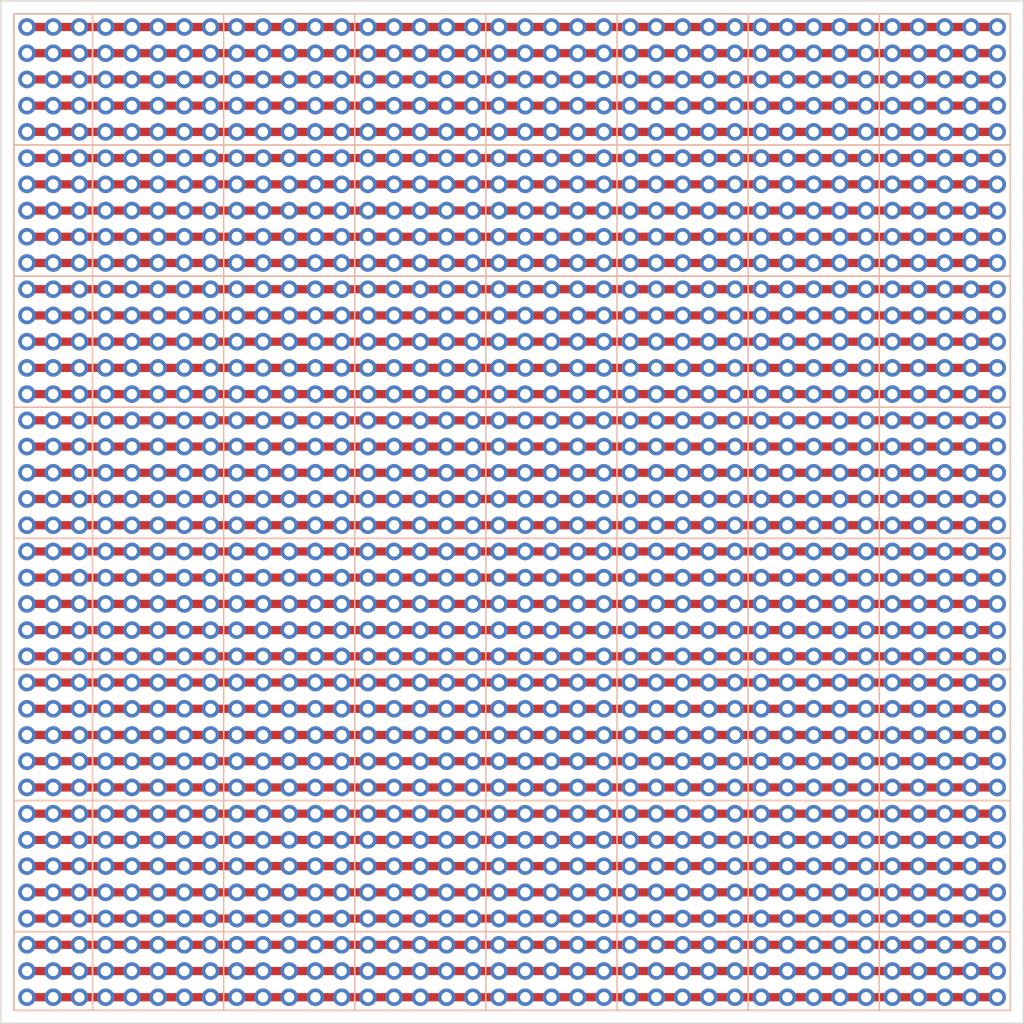
<source format=kicad_pcb>
(kicad_pcb (version 20171130) (host pcbnew "(5.1.8)-1")

  (general
    (thickness 1.6)
    (drawings 40)
    (tracks 38)
    (zones 0)
    (modules 38)
    (nets 39)
  )

  (page A4)
  (layers
    (0 F.Cu signal)
    (31 B.Cu signal)
    (32 B.Adhes user)
    (33 F.Adhes user)
    (34 B.Paste user)
    (35 F.Paste user)
    (36 B.SilkS user)
    (37 F.SilkS user)
    (38 B.Mask user)
    (39 F.Mask user)
    (40 Dwgs.User user)
    (41 Cmts.User user)
    (42 Eco1.User user)
    (43 Eco2.User user)
    (44 Edge.Cuts user)
    (45 Margin user)
    (46 B.CrtYd user)
    (47 F.CrtYd user)
    (48 B.Fab user)
    (49 F.Fab user)
  )

  (setup
    (last_trace_width 0.25)
    (user_trace_width 0.8)
    (trace_clearance 0.2)
    (zone_clearance 0.508)
    (zone_45_only no)
    (trace_min 0.2)
    (via_size 0.8)
    (via_drill 0.4)
    (via_min_size 0.4)
    (via_min_drill 0.3)
    (uvia_size 0.3)
    (uvia_drill 0.1)
    (uvias_allowed no)
    (uvia_min_size 0.2)
    (uvia_min_drill 0.1)
    (edge_width 0.05)
    (segment_width 0.2)
    (pcb_text_width 0.3)
    (pcb_text_size 1.5 1.5)
    (mod_edge_width 0.12)
    (mod_text_size 1 1)
    (mod_text_width 0.15)
    (pad_size 1.524 1.524)
    (pad_drill 0.762)
    (pad_to_mask_clearance 0)
    (aux_axis_origin 0 0)
    (visible_elements 7FFFF7FF)
    (pcbplotparams
      (layerselection 0x010f0_ffffffff)
      (usegerberextensions false)
      (usegerberattributes true)
      (usegerberadvancedattributes true)
      (creategerberjobfile true)
      (excludeedgelayer true)
      (linewidth 0.100000)
      (plotframeref false)
      (viasonmask false)
      (mode 1)
      (useauxorigin false)
      (hpglpennumber 1)
      (hpglpenspeed 20)
      (hpglpendiameter 15.000000)
      (psnegative false)
      (psa4output false)
      (plotreference true)
      (plotvalue true)
      (plotinvisibletext false)
      (padsonsilk false)
      (subtractmaskfromsilk false)
      (outputformat 1)
      (mirror false)
      (drillshape 0)
      (scaleselection 1)
      (outputdirectory "gerber/"))
  )

  (net 0 "")
  (net 1 1)
  (net 2 2)
  (net 3 3)
  (net 4 4)
  (net 5 5)
  (net 6 6)
  (net 7 7)
  (net 8 8)
  (net 9 9)
  (net 10 10)
  (net 11 11)
  (net 12 12)
  (net 13 13)
  (net 14 14)
  (net 15 15)
  (net 16 16)
  (net 17 17)
  (net 18 18)
  (net 19 19)
  (net 20 20)
  (net 21 21)
  (net 22 22)
  (net 23 23)
  (net 24 24)
  (net 25 25)
  (net 26 26)
  (net 27 27)
  (net 28 28)
  (net 29 29)
  (net 30 30)
  (net 31 31)
  (net 32 32)
  (net 33 33)
  (net 34 34)
  (net 35 35)
  (net 36 36)
  (net 37 37)
  (net 38 38)

  (net_class Default "This is the default net class."
    (clearance 0.2)
    (trace_width 0.25)
    (via_dia 0.8)
    (via_drill 0.4)
    (uvia_dia 0.3)
    (uvia_drill 0.1)
    (add_net 1)
    (add_net 10)
    (add_net 11)
    (add_net 12)
    (add_net 13)
    (add_net 14)
    (add_net 15)
    (add_net 16)
    (add_net 17)
    (add_net 18)
    (add_net 19)
    (add_net 2)
    (add_net 20)
    (add_net 21)
    (add_net 22)
    (add_net 23)
    (add_net 24)
    (add_net 25)
    (add_net 26)
    (add_net 27)
    (add_net 28)
    (add_net 29)
    (add_net 3)
    (add_net 30)
    (add_net 31)
    (add_net 32)
    (add_net 33)
    (add_net 34)
    (add_net 35)
    (add_net 36)
    (add_net 37)
    (add_net 38)
    (add_net 4)
    (add_net 5)
    (add_net 6)
    (add_net 7)
    (add_net 8)
    (add_net 9)
  )

  (module 1x38_P2.54mm_Stripe (layer F.Cu) (tedit 5FC17C69) (tstamp 5FC18C90)
    (at 198.12 49.53)
    (descr "Through hole straight stripe, 1x38, 2.54mm pitch, single row")
    (fp_text reference "" (at 0 0) (layer F.SilkS)
      (effects (font (size 1.27 1.27) (thickness 0.15)))
    )
    (fp_text value "" (at 0 0) (layer F.SilkS)
      (effects (font (size 1.27 1.27) (thickness 0.15)))
    )
    (pad 38 thru_hole oval (at 0 93.98) (size 1.7 1.7) (drill 1) (layers *.Cu *.Mask)
      (net 38 38))
    (pad 37 thru_hole oval (at 0 91.44) (size 1.7 1.7) (drill 1) (layers *.Cu *.Mask)
      (net 37 37))
    (pad 36 thru_hole oval (at 0 88.9) (size 1.7 1.7) (drill 1) (layers *.Cu *.Mask)
      (net 36 36))
    (pad 35 thru_hole oval (at 0 86.36) (size 1.7 1.7) (drill 1) (layers *.Cu *.Mask)
      (net 35 35))
    (pad 34 thru_hole oval (at 0 83.82) (size 1.7 1.7) (drill 1) (layers *.Cu *.Mask)
      (net 34 34))
    (pad 33 thru_hole oval (at 0 81.28) (size 1.7 1.7) (drill 1) (layers *.Cu *.Mask)
      (net 33 33))
    (pad 32 thru_hole oval (at 0 78.74) (size 1.7 1.7) (drill 1) (layers *.Cu *.Mask)
      (net 32 32))
    (pad 31 thru_hole oval (at 0 76.2) (size 1.7 1.7) (drill 1) (layers *.Cu *.Mask)
      (net 31 31))
    (pad 30 thru_hole oval (at 0 73.66) (size 1.7 1.7) (drill 1) (layers *.Cu *.Mask)
      (net 30 30))
    (pad 29 thru_hole oval (at 0 71.12) (size 1.7 1.7) (drill 1) (layers *.Cu *.Mask)
      (net 29 29))
    (pad 28 thru_hole oval (at 0 68.58) (size 1.7 1.7) (drill 1) (layers *.Cu *.Mask)
      (net 28 28))
    (pad 27 thru_hole oval (at 0 66.04) (size 1.7 1.7) (drill 1) (layers *.Cu *.Mask)
      (net 27 27))
    (pad 26 thru_hole oval (at 0 63.5) (size 1.7 1.7) (drill 1) (layers *.Cu *.Mask)
      (net 26 26))
    (pad 25 thru_hole oval (at 0 60.96) (size 1.7 1.7) (drill 1) (layers *.Cu *.Mask)
      (net 25 25))
    (pad 24 thru_hole oval (at 0 58.42) (size 1.7 1.7) (drill 1) (layers *.Cu *.Mask)
      (net 24 24))
    (pad 23 thru_hole oval (at 0 55.88) (size 1.7 1.7) (drill 1) (layers *.Cu *.Mask)
      (net 23 23))
    (pad 22 thru_hole oval (at 0 53.34) (size 1.7 1.7) (drill 1) (layers *.Cu *.Mask)
      (net 22 22))
    (pad 21 thru_hole oval (at 0 50.8) (size 1.7 1.7) (drill 1) (layers *.Cu *.Mask)
      (net 21 21))
    (pad 20 thru_hole oval (at 0 48.26) (size 1.7 1.7) (drill 1) (layers *.Cu *.Mask)
      (net 20 20))
    (pad 19 thru_hole oval (at 0 45.72) (size 1.7 1.7) (drill 1) (layers *.Cu *.Mask)
      (net 19 19))
    (pad 18 thru_hole oval (at 0 43.18) (size 1.7 1.7) (drill 1) (layers *.Cu *.Mask)
      (net 18 18))
    (pad 17 thru_hole oval (at 0 40.64) (size 1.7 1.7) (drill 1) (layers *.Cu *.Mask)
      (net 17 17))
    (pad 16 thru_hole oval (at 0 38.1) (size 1.7 1.7) (drill 1) (layers *.Cu *.Mask)
      (net 16 16))
    (pad 15 thru_hole oval (at 0 35.56) (size 1.7 1.7) (drill 1) (layers *.Cu *.Mask)
      (net 15 15))
    (pad 14 thru_hole oval (at 0 33.02) (size 1.7 1.7) (drill 1) (layers *.Cu *.Mask)
      (net 14 14))
    (pad 13 thru_hole oval (at 0 30.48) (size 1.7 1.7) (drill 1) (layers *.Cu *.Mask)
      (net 13 13))
    (pad 12 thru_hole oval (at 0 27.94) (size 1.7 1.7) (drill 1) (layers *.Cu *.Mask)
      (net 12 12))
    (pad 11 thru_hole oval (at 0 25.4) (size 1.7 1.7) (drill 1) (layers *.Cu *.Mask)
      (net 11 11))
    (pad 10 thru_hole oval (at 0 22.86) (size 1.7 1.7) (drill 1) (layers *.Cu *.Mask)
      (net 10 10))
    (pad 9 thru_hole oval (at 0 20.32) (size 1.7 1.7) (drill 1) (layers *.Cu *.Mask)
      (net 9 9))
    (pad 8 thru_hole oval (at 0 17.78) (size 1.7 1.7) (drill 1) (layers *.Cu *.Mask)
      (net 8 8))
    (pad 7 thru_hole oval (at 0 15.24) (size 1.7 1.7) (drill 1) (layers *.Cu *.Mask)
      (net 7 7))
    (pad 6 thru_hole oval (at 0 12.7) (size 1.7 1.7) (drill 1) (layers *.Cu *.Mask)
      (net 6 6))
    (pad 5 thru_hole oval (at 0 10.16) (size 1.7 1.7) (drill 1) (layers *.Cu *.Mask)
      (net 5 5))
    (pad 4 thru_hole oval (at 0 7.62) (size 1.7 1.7) (drill 1) (layers *.Cu *.Mask)
      (net 4 4))
    (pad 3 thru_hole oval (at 0 5.08) (size 1.7 1.7) (drill 1) (layers *.Cu *.Mask)
      (net 3 3))
    (pad 2 thru_hole oval (at 0 2.54) (size 1.7 1.7) (drill 1) (layers *.Cu *.Mask)
      (net 2 2))
    (pad 1 thru_hole oval (at 0 0) (size 1.7 1.7) (drill 1) (layers *.Cu *.Mask)
      (net 1 1))
  )

  (module 1x38_P2.54mm_Stripe (layer F.Cu) (tedit 5FC17C69) (tstamp 5FC18C67)
    (at 195.58 49.53)
    (descr "Through hole straight stripe, 1x38, 2.54mm pitch, single row")
    (fp_text reference "" (at 0 0) (layer F.SilkS)
      (effects (font (size 1.27 1.27) (thickness 0.15)))
    )
    (fp_text value "" (at 0 0) (layer F.SilkS)
      (effects (font (size 1.27 1.27) (thickness 0.15)))
    )
    (pad 38 thru_hole oval (at 0 93.98) (size 1.7 1.7) (drill 1) (layers *.Cu *.Mask)
      (net 38 38))
    (pad 37 thru_hole oval (at 0 91.44) (size 1.7 1.7) (drill 1) (layers *.Cu *.Mask)
      (net 37 37))
    (pad 36 thru_hole oval (at 0 88.9) (size 1.7 1.7) (drill 1) (layers *.Cu *.Mask)
      (net 36 36))
    (pad 35 thru_hole oval (at 0 86.36) (size 1.7 1.7) (drill 1) (layers *.Cu *.Mask)
      (net 35 35))
    (pad 34 thru_hole oval (at 0 83.82) (size 1.7 1.7) (drill 1) (layers *.Cu *.Mask)
      (net 34 34))
    (pad 33 thru_hole oval (at 0 81.28) (size 1.7 1.7) (drill 1) (layers *.Cu *.Mask)
      (net 33 33))
    (pad 32 thru_hole oval (at 0 78.74) (size 1.7 1.7) (drill 1) (layers *.Cu *.Mask)
      (net 32 32))
    (pad 31 thru_hole oval (at 0 76.2) (size 1.7 1.7) (drill 1) (layers *.Cu *.Mask)
      (net 31 31))
    (pad 30 thru_hole oval (at 0 73.66) (size 1.7 1.7) (drill 1) (layers *.Cu *.Mask)
      (net 30 30))
    (pad 29 thru_hole oval (at 0 71.12) (size 1.7 1.7) (drill 1) (layers *.Cu *.Mask)
      (net 29 29))
    (pad 28 thru_hole oval (at 0 68.58) (size 1.7 1.7) (drill 1) (layers *.Cu *.Mask)
      (net 28 28))
    (pad 27 thru_hole oval (at 0 66.04) (size 1.7 1.7) (drill 1) (layers *.Cu *.Mask)
      (net 27 27))
    (pad 26 thru_hole oval (at 0 63.5) (size 1.7 1.7) (drill 1) (layers *.Cu *.Mask)
      (net 26 26))
    (pad 25 thru_hole oval (at 0 60.96) (size 1.7 1.7) (drill 1) (layers *.Cu *.Mask)
      (net 25 25))
    (pad 24 thru_hole oval (at 0 58.42) (size 1.7 1.7) (drill 1) (layers *.Cu *.Mask)
      (net 24 24))
    (pad 23 thru_hole oval (at 0 55.88) (size 1.7 1.7) (drill 1) (layers *.Cu *.Mask)
      (net 23 23))
    (pad 22 thru_hole oval (at 0 53.34) (size 1.7 1.7) (drill 1) (layers *.Cu *.Mask)
      (net 22 22))
    (pad 21 thru_hole oval (at 0 50.8) (size 1.7 1.7) (drill 1) (layers *.Cu *.Mask)
      (net 21 21))
    (pad 20 thru_hole oval (at 0 48.26) (size 1.7 1.7) (drill 1) (layers *.Cu *.Mask)
      (net 20 20))
    (pad 19 thru_hole oval (at 0 45.72) (size 1.7 1.7) (drill 1) (layers *.Cu *.Mask)
      (net 19 19))
    (pad 18 thru_hole oval (at 0 43.18) (size 1.7 1.7) (drill 1) (layers *.Cu *.Mask)
      (net 18 18))
    (pad 17 thru_hole oval (at 0 40.64) (size 1.7 1.7) (drill 1) (layers *.Cu *.Mask)
      (net 17 17))
    (pad 16 thru_hole oval (at 0 38.1) (size 1.7 1.7) (drill 1) (layers *.Cu *.Mask)
      (net 16 16))
    (pad 15 thru_hole oval (at 0 35.56) (size 1.7 1.7) (drill 1) (layers *.Cu *.Mask)
      (net 15 15))
    (pad 14 thru_hole oval (at 0 33.02) (size 1.7 1.7) (drill 1) (layers *.Cu *.Mask)
      (net 14 14))
    (pad 13 thru_hole oval (at 0 30.48) (size 1.7 1.7) (drill 1) (layers *.Cu *.Mask)
      (net 13 13))
    (pad 12 thru_hole oval (at 0 27.94) (size 1.7 1.7) (drill 1) (layers *.Cu *.Mask)
      (net 12 12))
    (pad 11 thru_hole oval (at 0 25.4) (size 1.7 1.7) (drill 1) (layers *.Cu *.Mask)
      (net 11 11))
    (pad 10 thru_hole oval (at 0 22.86) (size 1.7 1.7) (drill 1) (layers *.Cu *.Mask)
      (net 10 10))
    (pad 9 thru_hole oval (at 0 20.32) (size 1.7 1.7) (drill 1) (layers *.Cu *.Mask)
      (net 9 9))
    (pad 8 thru_hole oval (at 0 17.78) (size 1.7 1.7) (drill 1) (layers *.Cu *.Mask)
      (net 8 8))
    (pad 7 thru_hole oval (at 0 15.24) (size 1.7 1.7) (drill 1) (layers *.Cu *.Mask)
      (net 7 7))
    (pad 6 thru_hole oval (at 0 12.7) (size 1.7 1.7) (drill 1) (layers *.Cu *.Mask)
      (net 6 6))
    (pad 5 thru_hole oval (at 0 10.16) (size 1.7 1.7) (drill 1) (layers *.Cu *.Mask)
      (net 5 5))
    (pad 4 thru_hole oval (at 0 7.62) (size 1.7 1.7) (drill 1) (layers *.Cu *.Mask)
      (net 4 4))
    (pad 3 thru_hole oval (at 0 5.08) (size 1.7 1.7) (drill 1) (layers *.Cu *.Mask)
      (net 3 3))
    (pad 2 thru_hole oval (at 0 2.54) (size 1.7 1.7) (drill 1) (layers *.Cu *.Mask)
      (net 2 2))
    (pad 1 thru_hole oval (at 0 0) (size 1.7 1.7) (drill 1) (layers *.Cu *.Mask)
      (net 1 1))
  )

  (module 1x38_P2.54mm_Stripe (layer F.Cu) (tedit 5FC17C69) (tstamp 5FC18C3E)
    (at 193.04 49.53)
    (descr "Through hole straight stripe, 1x38, 2.54mm pitch, single row")
    (fp_text reference "" (at 0 0) (layer F.SilkS)
      (effects (font (size 1.27 1.27) (thickness 0.15)))
    )
    (fp_text value "" (at 0 0) (layer F.SilkS)
      (effects (font (size 1.27 1.27) (thickness 0.15)))
    )
    (pad 38 thru_hole oval (at 0 93.98) (size 1.7 1.7) (drill 1) (layers *.Cu *.Mask)
      (net 38 38))
    (pad 37 thru_hole oval (at 0 91.44) (size 1.7 1.7) (drill 1) (layers *.Cu *.Mask)
      (net 37 37))
    (pad 36 thru_hole oval (at 0 88.9) (size 1.7 1.7) (drill 1) (layers *.Cu *.Mask)
      (net 36 36))
    (pad 35 thru_hole oval (at 0 86.36) (size 1.7 1.7) (drill 1) (layers *.Cu *.Mask)
      (net 35 35))
    (pad 34 thru_hole oval (at 0 83.82) (size 1.7 1.7) (drill 1) (layers *.Cu *.Mask)
      (net 34 34))
    (pad 33 thru_hole oval (at 0 81.28) (size 1.7 1.7) (drill 1) (layers *.Cu *.Mask)
      (net 33 33))
    (pad 32 thru_hole oval (at 0 78.74) (size 1.7 1.7) (drill 1) (layers *.Cu *.Mask)
      (net 32 32))
    (pad 31 thru_hole oval (at 0 76.2) (size 1.7 1.7) (drill 1) (layers *.Cu *.Mask)
      (net 31 31))
    (pad 30 thru_hole oval (at 0 73.66) (size 1.7 1.7) (drill 1) (layers *.Cu *.Mask)
      (net 30 30))
    (pad 29 thru_hole oval (at 0 71.12) (size 1.7 1.7) (drill 1) (layers *.Cu *.Mask)
      (net 29 29))
    (pad 28 thru_hole oval (at 0 68.58) (size 1.7 1.7) (drill 1) (layers *.Cu *.Mask)
      (net 28 28))
    (pad 27 thru_hole oval (at 0 66.04) (size 1.7 1.7) (drill 1) (layers *.Cu *.Mask)
      (net 27 27))
    (pad 26 thru_hole oval (at 0 63.5) (size 1.7 1.7) (drill 1) (layers *.Cu *.Mask)
      (net 26 26))
    (pad 25 thru_hole oval (at 0 60.96) (size 1.7 1.7) (drill 1) (layers *.Cu *.Mask)
      (net 25 25))
    (pad 24 thru_hole oval (at 0 58.42) (size 1.7 1.7) (drill 1) (layers *.Cu *.Mask)
      (net 24 24))
    (pad 23 thru_hole oval (at 0 55.88) (size 1.7 1.7) (drill 1) (layers *.Cu *.Mask)
      (net 23 23))
    (pad 22 thru_hole oval (at 0 53.34) (size 1.7 1.7) (drill 1) (layers *.Cu *.Mask)
      (net 22 22))
    (pad 21 thru_hole oval (at 0 50.8) (size 1.7 1.7) (drill 1) (layers *.Cu *.Mask)
      (net 21 21))
    (pad 20 thru_hole oval (at 0 48.26) (size 1.7 1.7) (drill 1) (layers *.Cu *.Mask)
      (net 20 20))
    (pad 19 thru_hole oval (at 0 45.72) (size 1.7 1.7) (drill 1) (layers *.Cu *.Mask)
      (net 19 19))
    (pad 18 thru_hole oval (at 0 43.18) (size 1.7 1.7) (drill 1) (layers *.Cu *.Mask)
      (net 18 18))
    (pad 17 thru_hole oval (at 0 40.64) (size 1.7 1.7) (drill 1) (layers *.Cu *.Mask)
      (net 17 17))
    (pad 16 thru_hole oval (at 0 38.1) (size 1.7 1.7) (drill 1) (layers *.Cu *.Mask)
      (net 16 16))
    (pad 15 thru_hole oval (at 0 35.56) (size 1.7 1.7) (drill 1) (layers *.Cu *.Mask)
      (net 15 15))
    (pad 14 thru_hole oval (at 0 33.02) (size 1.7 1.7) (drill 1) (layers *.Cu *.Mask)
      (net 14 14))
    (pad 13 thru_hole oval (at 0 30.48) (size 1.7 1.7) (drill 1) (layers *.Cu *.Mask)
      (net 13 13))
    (pad 12 thru_hole oval (at 0 27.94) (size 1.7 1.7) (drill 1) (layers *.Cu *.Mask)
      (net 12 12))
    (pad 11 thru_hole oval (at 0 25.4) (size 1.7 1.7) (drill 1) (layers *.Cu *.Mask)
      (net 11 11))
    (pad 10 thru_hole oval (at 0 22.86) (size 1.7 1.7) (drill 1) (layers *.Cu *.Mask)
      (net 10 10))
    (pad 9 thru_hole oval (at 0 20.32) (size 1.7 1.7) (drill 1) (layers *.Cu *.Mask)
      (net 9 9))
    (pad 8 thru_hole oval (at 0 17.78) (size 1.7 1.7) (drill 1) (layers *.Cu *.Mask)
      (net 8 8))
    (pad 7 thru_hole oval (at 0 15.24) (size 1.7 1.7) (drill 1) (layers *.Cu *.Mask)
      (net 7 7))
    (pad 6 thru_hole oval (at 0 12.7) (size 1.7 1.7) (drill 1) (layers *.Cu *.Mask)
      (net 6 6))
    (pad 5 thru_hole oval (at 0 10.16) (size 1.7 1.7) (drill 1) (layers *.Cu *.Mask)
      (net 5 5))
    (pad 4 thru_hole oval (at 0 7.62) (size 1.7 1.7) (drill 1) (layers *.Cu *.Mask)
      (net 4 4))
    (pad 3 thru_hole oval (at 0 5.08) (size 1.7 1.7) (drill 1) (layers *.Cu *.Mask)
      (net 3 3))
    (pad 2 thru_hole oval (at 0 2.54) (size 1.7 1.7) (drill 1) (layers *.Cu *.Mask)
      (net 2 2))
    (pad 1 thru_hole oval (at 0 0) (size 1.7 1.7) (drill 1) (layers *.Cu *.Mask)
      (net 1 1))
  )

  (module 1x38_P2.54mm_Stripe (layer F.Cu) (tedit 5FC17C69) (tstamp 5FC18633)
    (at 180.34 49.53)
    (descr "Through hole straight stripe, 1x38, 2.54mm pitch, single row")
    (fp_text reference "" (at 0 0) (layer F.SilkS)
      (effects (font (size 1.27 1.27) (thickness 0.15)))
    )
    (fp_text value "" (at 0 0) (layer F.SilkS)
      (effects (font (size 1.27 1.27) (thickness 0.15)))
    )
    (pad 38 thru_hole oval (at 0 93.98) (size 1.7 1.7) (drill 1) (layers *.Cu *.Mask)
      (net 38 38))
    (pad 37 thru_hole oval (at 0 91.44) (size 1.7 1.7) (drill 1) (layers *.Cu *.Mask)
      (net 37 37))
    (pad 36 thru_hole oval (at 0 88.9) (size 1.7 1.7) (drill 1) (layers *.Cu *.Mask)
      (net 36 36))
    (pad 35 thru_hole oval (at 0 86.36) (size 1.7 1.7) (drill 1) (layers *.Cu *.Mask)
      (net 35 35))
    (pad 34 thru_hole oval (at 0 83.82) (size 1.7 1.7) (drill 1) (layers *.Cu *.Mask)
      (net 34 34))
    (pad 33 thru_hole oval (at 0 81.28) (size 1.7 1.7) (drill 1) (layers *.Cu *.Mask)
      (net 33 33))
    (pad 32 thru_hole oval (at 0 78.74) (size 1.7 1.7) (drill 1) (layers *.Cu *.Mask)
      (net 32 32))
    (pad 31 thru_hole oval (at 0 76.2) (size 1.7 1.7) (drill 1) (layers *.Cu *.Mask)
      (net 31 31))
    (pad 30 thru_hole oval (at 0 73.66) (size 1.7 1.7) (drill 1) (layers *.Cu *.Mask)
      (net 30 30))
    (pad 29 thru_hole oval (at 0 71.12) (size 1.7 1.7) (drill 1) (layers *.Cu *.Mask)
      (net 29 29))
    (pad 28 thru_hole oval (at 0 68.58) (size 1.7 1.7) (drill 1) (layers *.Cu *.Mask)
      (net 28 28))
    (pad 27 thru_hole oval (at 0 66.04) (size 1.7 1.7) (drill 1) (layers *.Cu *.Mask)
      (net 27 27))
    (pad 26 thru_hole oval (at 0 63.5) (size 1.7 1.7) (drill 1) (layers *.Cu *.Mask)
      (net 26 26))
    (pad 25 thru_hole oval (at 0 60.96) (size 1.7 1.7) (drill 1) (layers *.Cu *.Mask)
      (net 25 25))
    (pad 24 thru_hole oval (at 0 58.42) (size 1.7 1.7) (drill 1) (layers *.Cu *.Mask)
      (net 24 24))
    (pad 23 thru_hole oval (at 0 55.88) (size 1.7 1.7) (drill 1) (layers *.Cu *.Mask)
      (net 23 23))
    (pad 22 thru_hole oval (at 0 53.34) (size 1.7 1.7) (drill 1) (layers *.Cu *.Mask)
      (net 22 22))
    (pad 21 thru_hole oval (at 0 50.8) (size 1.7 1.7) (drill 1) (layers *.Cu *.Mask)
      (net 21 21))
    (pad 20 thru_hole oval (at 0 48.26) (size 1.7 1.7) (drill 1) (layers *.Cu *.Mask)
      (net 20 20))
    (pad 19 thru_hole oval (at 0 45.72) (size 1.7 1.7) (drill 1) (layers *.Cu *.Mask)
      (net 19 19))
    (pad 18 thru_hole oval (at 0 43.18) (size 1.7 1.7) (drill 1) (layers *.Cu *.Mask)
      (net 18 18))
    (pad 17 thru_hole oval (at 0 40.64) (size 1.7 1.7) (drill 1) (layers *.Cu *.Mask)
      (net 17 17))
    (pad 16 thru_hole oval (at 0 38.1) (size 1.7 1.7) (drill 1) (layers *.Cu *.Mask)
      (net 16 16))
    (pad 15 thru_hole oval (at 0 35.56) (size 1.7 1.7) (drill 1) (layers *.Cu *.Mask)
      (net 15 15))
    (pad 14 thru_hole oval (at 0 33.02) (size 1.7 1.7) (drill 1) (layers *.Cu *.Mask)
      (net 14 14))
    (pad 13 thru_hole oval (at 0 30.48) (size 1.7 1.7) (drill 1) (layers *.Cu *.Mask)
      (net 13 13))
    (pad 12 thru_hole oval (at 0 27.94) (size 1.7 1.7) (drill 1) (layers *.Cu *.Mask)
      (net 12 12))
    (pad 11 thru_hole oval (at 0 25.4) (size 1.7 1.7) (drill 1) (layers *.Cu *.Mask)
      (net 11 11))
    (pad 10 thru_hole oval (at 0 22.86) (size 1.7 1.7) (drill 1) (layers *.Cu *.Mask)
      (net 10 10))
    (pad 9 thru_hole oval (at 0 20.32) (size 1.7 1.7) (drill 1) (layers *.Cu *.Mask)
      (net 9 9))
    (pad 8 thru_hole oval (at 0 17.78) (size 1.7 1.7) (drill 1) (layers *.Cu *.Mask)
      (net 8 8))
    (pad 7 thru_hole oval (at 0 15.24) (size 1.7 1.7) (drill 1) (layers *.Cu *.Mask)
      (net 7 7))
    (pad 6 thru_hole oval (at 0 12.7) (size 1.7 1.7) (drill 1) (layers *.Cu *.Mask)
      (net 6 6))
    (pad 5 thru_hole oval (at 0 10.16) (size 1.7 1.7) (drill 1) (layers *.Cu *.Mask)
      (net 5 5))
    (pad 4 thru_hole oval (at 0 7.62) (size 1.7 1.7) (drill 1) (layers *.Cu *.Mask)
      (net 4 4))
    (pad 3 thru_hole oval (at 0 5.08) (size 1.7 1.7) (drill 1) (layers *.Cu *.Mask)
      (net 3 3))
    (pad 2 thru_hole oval (at 0 2.54) (size 1.7 1.7) (drill 1) (layers *.Cu *.Mask)
      (net 2 2))
    (pad 1 thru_hole oval (at 0 0) (size 1.7 1.7) (drill 1) (layers *.Cu *.Mask)
      (net 1 1))
  )

  (module 1x38_P2.54mm_Stripe (layer F.Cu) (tedit 5FC17C69) (tstamp 5FC1860A)
    (at 185.42 49.53)
    (descr "Through hole straight stripe, 1x38, 2.54mm pitch, single row")
    (fp_text reference "" (at 0 0) (layer F.SilkS)
      (effects (font (size 1.27 1.27) (thickness 0.15)))
    )
    (fp_text value "" (at 0 0) (layer F.SilkS)
      (effects (font (size 1.27 1.27) (thickness 0.15)))
    )
    (pad 1 thru_hole oval (at 0 0) (size 1.7 1.7) (drill 1) (layers *.Cu *.Mask)
      (net 1 1))
    (pad 2 thru_hole oval (at 0 2.54) (size 1.7 1.7) (drill 1) (layers *.Cu *.Mask)
      (net 2 2))
    (pad 3 thru_hole oval (at 0 5.08) (size 1.7 1.7) (drill 1) (layers *.Cu *.Mask)
      (net 3 3))
    (pad 4 thru_hole oval (at 0 7.62) (size 1.7 1.7) (drill 1) (layers *.Cu *.Mask)
      (net 4 4))
    (pad 5 thru_hole oval (at 0 10.16) (size 1.7 1.7) (drill 1) (layers *.Cu *.Mask)
      (net 5 5))
    (pad 6 thru_hole oval (at 0 12.7) (size 1.7 1.7) (drill 1) (layers *.Cu *.Mask)
      (net 6 6))
    (pad 7 thru_hole oval (at 0 15.24) (size 1.7 1.7) (drill 1) (layers *.Cu *.Mask)
      (net 7 7))
    (pad 8 thru_hole oval (at 0 17.78) (size 1.7 1.7) (drill 1) (layers *.Cu *.Mask)
      (net 8 8))
    (pad 9 thru_hole oval (at 0 20.32) (size 1.7 1.7) (drill 1) (layers *.Cu *.Mask)
      (net 9 9))
    (pad 10 thru_hole oval (at 0 22.86) (size 1.7 1.7) (drill 1) (layers *.Cu *.Mask)
      (net 10 10))
    (pad 11 thru_hole oval (at 0 25.4) (size 1.7 1.7) (drill 1) (layers *.Cu *.Mask)
      (net 11 11))
    (pad 12 thru_hole oval (at 0 27.94) (size 1.7 1.7) (drill 1) (layers *.Cu *.Mask)
      (net 12 12))
    (pad 13 thru_hole oval (at 0 30.48) (size 1.7 1.7) (drill 1) (layers *.Cu *.Mask)
      (net 13 13))
    (pad 14 thru_hole oval (at 0 33.02) (size 1.7 1.7) (drill 1) (layers *.Cu *.Mask)
      (net 14 14))
    (pad 15 thru_hole oval (at 0 35.56) (size 1.7 1.7) (drill 1) (layers *.Cu *.Mask)
      (net 15 15))
    (pad 16 thru_hole oval (at 0 38.1) (size 1.7 1.7) (drill 1) (layers *.Cu *.Mask)
      (net 16 16))
    (pad 17 thru_hole oval (at 0 40.64) (size 1.7 1.7) (drill 1) (layers *.Cu *.Mask)
      (net 17 17))
    (pad 18 thru_hole oval (at 0 43.18) (size 1.7 1.7) (drill 1) (layers *.Cu *.Mask)
      (net 18 18))
    (pad 19 thru_hole oval (at 0 45.72) (size 1.7 1.7) (drill 1) (layers *.Cu *.Mask)
      (net 19 19))
    (pad 20 thru_hole oval (at 0 48.26) (size 1.7 1.7) (drill 1) (layers *.Cu *.Mask)
      (net 20 20))
    (pad 21 thru_hole oval (at 0 50.8) (size 1.7 1.7) (drill 1) (layers *.Cu *.Mask)
      (net 21 21))
    (pad 22 thru_hole oval (at 0 53.34) (size 1.7 1.7) (drill 1) (layers *.Cu *.Mask)
      (net 22 22))
    (pad 23 thru_hole oval (at 0 55.88) (size 1.7 1.7) (drill 1) (layers *.Cu *.Mask)
      (net 23 23))
    (pad 24 thru_hole oval (at 0 58.42) (size 1.7 1.7) (drill 1) (layers *.Cu *.Mask)
      (net 24 24))
    (pad 25 thru_hole oval (at 0 60.96) (size 1.7 1.7) (drill 1) (layers *.Cu *.Mask)
      (net 25 25))
    (pad 26 thru_hole oval (at 0 63.5) (size 1.7 1.7) (drill 1) (layers *.Cu *.Mask)
      (net 26 26))
    (pad 27 thru_hole oval (at 0 66.04) (size 1.7 1.7) (drill 1) (layers *.Cu *.Mask)
      (net 27 27))
    (pad 28 thru_hole oval (at 0 68.58) (size 1.7 1.7) (drill 1) (layers *.Cu *.Mask)
      (net 28 28))
    (pad 29 thru_hole oval (at 0 71.12) (size 1.7 1.7) (drill 1) (layers *.Cu *.Mask)
      (net 29 29))
    (pad 30 thru_hole oval (at 0 73.66) (size 1.7 1.7) (drill 1) (layers *.Cu *.Mask)
      (net 30 30))
    (pad 31 thru_hole oval (at 0 76.2) (size 1.7 1.7) (drill 1) (layers *.Cu *.Mask)
      (net 31 31))
    (pad 32 thru_hole oval (at 0 78.74) (size 1.7 1.7) (drill 1) (layers *.Cu *.Mask)
      (net 32 32))
    (pad 33 thru_hole oval (at 0 81.28) (size 1.7 1.7) (drill 1) (layers *.Cu *.Mask)
      (net 33 33))
    (pad 34 thru_hole oval (at 0 83.82) (size 1.7 1.7) (drill 1) (layers *.Cu *.Mask)
      (net 34 34))
    (pad 35 thru_hole oval (at 0 86.36) (size 1.7 1.7) (drill 1) (layers *.Cu *.Mask)
      (net 35 35))
    (pad 36 thru_hole oval (at 0 88.9) (size 1.7 1.7) (drill 1) (layers *.Cu *.Mask)
      (net 36 36))
    (pad 37 thru_hole oval (at 0 91.44) (size 1.7 1.7) (drill 1) (layers *.Cu *.Mask)
      (net 37 37))
    (pad 38 thru_hole oval (at 0 93.98) (size 1.7 1.7) (drill 1) (layers *.Cu *.Mask)
      (net 38 38))
  )

  (module 1x38_P2.54mm_Stripe (layer F.Cu) (tedit 5FC17C69) (tstamp 5FC185E1)
    (at 190.5 49.53)
    (descr "Through hole straight stripe, 1x38, 2.54mm pitch, single row")
    (fp_text reference "" (at 0 0) (layer F.SilkS)
      (effects (font (size 1.27 1.27) (thickness 0.15)))
    )
    (fp_text value "" (at 0 0) (layer F.SilkS)
      (effects (font (size 1.27 1.27) (thickness 0.15)))
    )
    (pad 1 thru_hole oval (at 0 0) (size 1.7 1.7) (drill 1) (layers *.Cu *.Mask)
      (net 1 1))
    (pad 2 thru_hole oval (at 0 2.54) (size 1.7 1.7) (drill 1) (layers *.Cu *.Mask)
      (net 2 2))
    (pad 3 thru_hole oval (at 0 5.08) (size 1.7 1.7) (drill 1) (layers *.Cu *.Mask)
      (net 3 3))
    (pad 4 thru_hole oval (at 0 7.62) (size 1.7 1.7) (drill 1) (layers *.Cu *.Mask)
      (net 4 4))
    (pad 5 thru_hole oval (at 0 10.16) (size 1.7 1.7) (drill 1) (layers *.Cu *.Mask)
      (net 5 5))
    (pad 6 thru_hole oval (at 0 12.7) (size 1.7 1.7) (drill 1) (layers *.Cu *.Mask)
      (net 6 6))
    (pad 7 thru_hole oval (at 0 15.24) (size 1.7 1.7) (drill 1) (layers *.Cu *.Mask)
      (net 7 7))
    (pad 8 thru_hole oval (at 0 17.78) (size 1.7 1.7) (drill 1) (layers *.Cu *.Mask)
      (net 8 8))
    (pad 9 thru_hole oval (at 0 20.32) (size 1.7 1.7) (drill 1) (layers *.Cu *.Mask)
      (net 9 9))
    (pad 10 thru_hole oval (at 0 22.86) (size 1.7 1.7) (drill 1) (layers *.Cu *.Mask)
      (net 10 10))
    (pad 11 thru_hole oval (at 0 25.4) (size 1.7 1.7) (drill 1) (layers *.Cu *.Mask)
      (net 11 11))
    (pad 12 thru_hole oval (at 0 27.94) (size 1.7 1.7) (drill 1) (layers *.Cu *.Mask)
      (net 12 12))
    (pad 13 thru_hole oval (at 0 30.48) (size 1.7 1.7) (drill 1) (layers *.Cu *.Mask)
      (net 13 13))
    (pad 14 thru_hole oval (at 0 33.02) (size 1.7 1.7) (drill 1) (layers *.Cu *.Mask)
      (net 14 14))
    (pad 15 thru_hole oval (at 0 35.56) (size 1.7 1.7) (drill 1) (layers *.Cu *.Mask)
      (net 15 15))
    (pad 16 thru_hole oval (at 0 38.1) (size 1.7 1.7) (drill 1) (layers *.Cu *.Mask)
      (net 16 16))
    (pad 17 thru_hole oval (at 0 40.64) (size 1.7 1.7) (drill 1) (layers *.Cu *.Mask)
      (net 17 17))
    (pad 18 thru_hole oval (at 0 43.18) (size 1.7 1.7) (drill 1) (layers *.Cu *.Mask)
      (net 18 18))
    (pad 19 thru_hole oval (at 0 45.72) (size 1.7 1.7) (drill 1) (layers *.Cu *.Mask)
      (net 19 19))
    (pad 20 thru_hole oval (at 0 48.26) (size 1.7 1.7) (drill 1) (layers *.Cu *.Mask)
      (net 20 20))
    (pad 21 thru_hole oval (at 0 50.8) (size 1.7 1.7) (drill 1) (layers *.Cu *.Mask)
      (net 21 21))
    (pad 22 thru_hole oval (at 0 53.34) (size 1.7 1.7) (drill 1) (layers *.Cu *.Mask)
      (net 22 22))
    (pad 23 thru_hole oval (at 0 55.88) (size 1.7 1.7) (drill 1) (layers *.Cu *.Mask)
      (net 23 23))
    (pad 24 thru_hole oval (at 0 58.42) (size 1.7 1.7) (drill 1) (layers *.Cu *.Mask)
      (net 24 24))
    (pad 25 thru_hole oval (at 0 60.96) (size 1.7 1.7) (drill 1) (layers *.Cu *.Mask)
      (net 25 25))
    (pad 26 thru_hole oval (at 0 63.5) (size 1.7 1.7) (drill 1) (layers *.Cu *.Mask)
      (net 26 26))
    (pad 27 thru_hole oval (at 0 66.04) (size 1.7 1.7) (drill 1) (layers *.Cu *.Mask)
      (net 27 27))
    (pad 28 thru_hole oval (at 0 68.58) (size 1.7 1.7) (drill 1) (layers *.Cu *.Mask)
      (net 28 28))
    (pad 29 thru_hole oval (at 0 71.12) (size 1.7 1.7) (drill 1) (layers *.Cu *.Mask)
      (net 29 29))
    (pad 30 thru_hole oval (at 0 73.66) (size 1.7 1.7) (drill 1) (layers *.Cu *.Mask)
      (net 30 30))
    (pad 31 thru_hole oval (at 0 76.2) (size 1.7 1.7) (drill 1) (layers *.Cu *.Mask)
      (net 31 31))
    (pad 32 thru_hole oval (at 0 78.74) (size 1.7 1.7) (drill 1) (layers *.Cu *.Mask)
      (net 32 32))
    (pad 33 thru_hole oval (at 0 81.28) (size 1.7 1.7) (drill 1) (layers *.Cu *.Mask)
      (net 33 33))
    (pad 34 thru_hole oval (at 0 83.82) (size 1.7 1.7) (drill 1) (layers *.Cu *.Mask)
      (net 34 34))
    (pad 35 thru_hole oval (at 0 86.36) (size 1.7 1.7) (drill 1) (layers *.Cu *.Mask)
      (net 35 35))
    (pad 36 thru_hole oval (at 0 88.9) (size 1.7 1.7) (drill 1) (layers *.Cu *.Mask)
      (net 36 36))
    (pad 37 thru_hole oval (at 0 91.44) (size 1.7 1.7) (drill 1) (layers *.Cu *.Mask)
      (net 37 37))
    (pad 38 thru_hole oval (at 0 93.98) (size 1.7 1.7) (drill 1) (layers *.Cu *.Mask)
      (net 38 38))
  )

  (module 1x38_P2.54mm_Stripe (layer F.Cu) (tedit 5FC17C69) (tstamp 5FC185B8)
    (at 187.96 49.53)
    (descr "Through hole straight stripe, 1x38, 2.54mm pitch, single row")
    (fp_text reference "" (at 0 0) (layer F.SilkS)
      (effects (font (size 1.27 1.27) (thickness 0.15)))
    )
    (fp_text value "" (at 0 0) (layer F.SilkS)
      (effects (font (size 1.27 1.27) (thickness 0.15)))
    )
    (pad 1 thru_hole oval (at 0 0) (size 1.7 1.7) (drill 1) (layers *.Cu *.Mask)
      (net 1 1))
    (pad 2 thru_hole oval (at 0 2.54) (size 1.7 1.7) (drill 1) (layers *.Cu *.Mask)
      (net 2 2))
    (pad 3 thru_hole oval (at 0 5.08) (size 1.7 1.7) (drill 1) (layers *.Cu *.Mask)
      (net 3 3))
    (pad 4 thru_hole oval (at 0 7.62) (size 1.7 1.7) (drill 1) (layers *.Cu *.Mask)
      (net 4 4))
    (pad 5 thru_hole oval (at 0 10.16) (size 1.7 1.7) (drill 1) (layers *.Cu *.Mask)
      (net 5 5))
    (pad 6 thru_hole oval (at 0 12.7) (size 1.7 1.7) (drill 1) (layers *.Cu *.Mask)
      (net 6 6))
    (pad 7 thru_hole oval (at 0 15.24) (size 1.7 1.7) (drill 1) (layers *.Cu *.Mask)
      (net 7 7))
    (pad 8 thru_hole oval (at 0 17.78) (size 1.7 1.7) (drill 1) (layers *.Cu *.Mask)
      (net 8 8))
    (pad 9 thru_hole oval (at 0 20.32) (size 1.7 1.7) (drill 1) (layers *.Cu *.Mask)
      (net 9 9))
    (pad 10 thru_hole oval (at 0 22.86) (size 1.7 1.7) (drill 1) (layers *.Cu *.Mask)
      (net 10 10))
    (pad 11 thru_hole oval (at 0 25.4) (size 1.7 1.7) (drill 1) (layers *.Cu *.Mask)
      (net 11 11))
    (pad 12 thru_hole oval (at 0 27.94) (size 1.7 1.7) (drill 1) (layers *.Cu *.Mask)
      (net 12 12))
    (pad 13 thru_hole oval (at 0 30.48) (size 1.7 1.7) (drill 1) (layers *.Cu *.Mask)
      (net 13 13))
    (pad 14 thru_hole oval (at 0 33.02) (size 1.7 1.7) (drill 1) (layers *.Cu *.Mask)
      (net 14 14))
    (pad 15 thru_hole oval (at 0 35.56) (size 1.7 1.7) (drill 1) (layers *.Cu *.Mask)
      (net 15 15))
    (pad 16 thru_hole oval (at 0 38.1) (size 1.7 1.7) (drill 1) (layers *.Cu *.Mask)
      (net 16 16))
    (pad 17 thru_hole oval (at 0 40.64) (size 1.7 1.7) (drill 1) (layers *.Cu *.Mask)
      (net 17 17))
    (pad 18 thru_hole oval (at 0 43.18) (size 1.7 1.7) (drill 1) (layers *.Cu *.Mask)
      (net 18 18))
    (pad 19 thru_hole oval (at 0 45.72) (size 1.7 1.7) (drill 1) (layers *.Cu *.Mask)
      (net 19 19))
    (pad 20 thru_hole oval (at 0 48.26) (size 1.7 1.7) (drill 1) (layers *.Cu *.Mask)
      (net 20 20))
    (pad 21 thru_hole oval (at 0 50.8) (size 1.7 1.7) (drill 1) (layers *.Cu *.Mask)
      (net 21 21))
    (pad 22 thru_hole oval (at 0 53.34) (size 1.7 1.7) (drill 1) (layers *.Cu *.Mask)
      (net 22 22))
    (pad 23 thru_hole oval (at 0 55.88) (size 1.7 1.7) (drill 1) (layers *.Cu *.Mask)
      (net 23 23))
    (pad 24 thru_hole oval (at 0 58.42) (size 1.7 1.7) (drill 1) (layers *.Cu *.Mask)
      (net 24 24))
    (pad 25 thru_hole oval (at 0 60.96) (size 1.7 1.7) (drill 1) (layers *.Cu *.Mask)
      (net 25 25))
    (pad 26 thru_hole oval (at 0 63.5) (size 1.7 1.7) (drill 1) (layers *.Cu *.Mask)
      (net 26 26))
    (pad 27 thru_hole oval (at 0 66.04) (size 1.7 1.7) (drill 1) (layers *.Cu *.Mask)
      (net 27 27))
    (pad 28 thru_hole oval (at 0 68.58) (size 1.7 1.7) (drill 1) (layers *.Cu *.Mask)
      (net 28 28))
    (pad 29 thru_hole oval (at 0 71.12) (size 1.7 1.7) (drill 1) (layers *.Cu *.Mask)
      (net 29 29))
    (pad 30 thru_hole oval (at 0 73.66) (size 1.7 1.7) (drill 1) (layers *.Cu *.Mask)
      (net 30 30))
    (pad 31 thru_hole oval (at 0 76.2) (size 1.7 1.7) (drill 1) (layers *.Cu *.Mask)
      (net 31 31))
    (pad 32 thru_hole oval (at 0 78.74) (size 1.7 1.7) (drill 1) (layers *.Cu *.Mask)
      (net 32 32))
    (pad 33 thru_hole oval (at 0 81.28) (size 1.7 1.7) (drill 1) (layers *.Cu *.Mask)
      (net 33 33))
    (pad 34 thru_hole oval (at 0 83.82) (size 1.7 1.7) (drill 1) (layers *.Cu *.Mask)
      (net 34 34))
    (pad 35 thru_hole oval (at 0 86.36) (size 1.7 1.7) (drill 1) (layers *.Cu *.Mask)
      (net 35 35))
    (pad 36 thru_hole oval (at 0 88.9) (size 1.7 1.7) (drill 1) (layers *.Cu *.Mask)
      (net 36 36))
    (pad 37 thru_hole oval (at 0 91.44) (size 1.7 1.7) (drill 1) (layers *.Cu *.Mask)
      (net 37 37))
    (pad 38 thru_hole oval (at 0 93.98) (size 1.7 1.7) (drill 1) (layers *.Cu *.Mask)
      (net 38 38))
  )

  (module 1x38_P2.54mm_Stripe (layer F.Cu) (tedit 5FC17C69) (tstamp 5FC1858F)
    (at 182.88 49.53)
    (descr "Through hole straight stripe, 1x38, 2.54mm pitch, single row")
    (fp_text reference "" (at 0 0) (layer F.SilkS)
      (effects (font (size 1.27 1.27) (thickness 0.15)))
    )
    (fp_text value "" (at 0 0) (layer F.SilkS)
      (effects (font (size 1.27 1.27) (thickness 0.15)))
    )
    (pad 1 thru_hole oval (at 0 0) (size 1.7 1.7) (drill 1) (layers *.Cu *.Mask)
      (net 1 1))
    (pad 2 thru_hole oval (at 0 2.54) (size 1.7 1.7) (drill 1) (layers *.Cu *.Mask)
      (net 2 2))
    (pad 3 thru_hole oval (at 0 5.08) (size 1.7 1.7) (drill 1) (layers *.Cu *.Mask)
      (net 3 3))
    (pad 4 thru_hole oval (at 0 7.62) (size 1.7 1.7) (drill 1) (layers *.Cu *.Mask)
      (net 4 4))
    (pad 5 thru_hole oval (at 0 10.16) (size 1.7 1.7) (drill 1) (layers *.Cu *.Mask)
      (net 5 5))
    (pad 6 thru_hole oval (at 0 12.7) (size 1.7 1.7) (drill 1) (layers *.Cu *.Mask)
      (net 6 6))
    (pad 7 thru_hole oval (at 0 15.24) (size 1.7 1.7) (drill 1) (layers *.Cu *.Mask)
      (net 7 7))
    (pad 8 thru_hole oval (at 0 17.78) (size 1.7 1.7) (drill 1) (layers *.Cu *.Mask)
      (net 8 8))
    (pad 9 thru_hole oval (at 0 20.32) (size 1.7 1.7) (drill 1) (layers *.Cu *.Mask)
      (net 9 9))
    (pad 10 thru_hole oval (at 0 22.86) (size 1.7 1.7) (drill 1) (layers *.Cu *.Mask)
      (net 10 10))
    (pad 11 thru_hole oval (at 0 25.4) (size 1.7 1.7) (drill 1) (layers *.Cu *.Mask)
      (net 11 11))
    (pad 12 thru_hole oval (at 0 27.94) (size 1.7 1.7) (drill 1) (layers *.Cu *.Mask)
      (net 12 12))
    (pad 13 thru_hole oval (at 0 30.48) (size 1.7 1.7) (drill 1) (layers *.Cu *.Mask)
      (net 13 13))
    (pad 14 thru_hole oval (at 0 33.02) (size 1.7 1.7) (drill 1) (layers *.Cu *.Mask)
      (net 14 14))
    (pad 15 thru_hole oval (at 0 35.56) (size 1.7 1.7) (drill 1) (layers *.Cu *.Mask)
      (net 15 15))
    (pad 16 thru_hole oval (at 0 38.1) (size 1.7 1.7) (drill 1) (layers *.Cu *.Mask)
      (net 16 16))
    (pad 17 thru_hole oval (at 0 40.64) (size 1.7 1.7) (drill 1) (layers *.Cu *.Mask)
      (net 17 17))
    (pad 18 thru_hole oval (at 0 43.18) (size 1.7 1.7) (drill 1) (layers *.Cu *.Mask)
      (net 18 18))
    (pad 19 thru_hole oval (at 0 45.72) (size 1.7 1.7) (drill 1) (layers *.Cu *.Mask)
      (net 19 19))
    (pad 20 thru_hole oval (at 0 48.26) (size 1.7 1.7) (drill 1) (layers *.Cu *.Mask)
      (net 20 20))
    (pad 21 thru_hole oval (at 0 50.8) (size 1.7 1.7) (drill 1) (layers *.Cu *.Mask)
      (net 21 21))
    (pad 22 thru_hole oval (at 0 53.34) (size 1.7 1.7) (drill 1) (layers *.Cu *.Mask)
      (net 22 22))
    (pad 23 thru_hole oval (at 0 55.88) (size 1.7 1.7) (drill 1) (layers *.Cu *.Mask)
      (net 23 23))
    (pad 24 thru_hole oval (at 0 58.42) (size 1.7 1.7) (drill 1) (layers *.Cu *.Mask)
      (net 24 24))
    (pad 25 thru_hole oval (at 0 60.96) (size 1.7 1.7) (drill 1) (layers *.Cu *.Mask)
      (net 25 25))
    (pad 26 thru_hole oval (at 0 63.5) (size 1.7 1.7) (drill 1) (layers *.Cu *.Mask)
      (net 26 26))
    (pad 27 thru_hole oval (at 0 66.04) (size 1.7 1.7) (drill 1) (layers *.Cu *.Mask)
      (net 27 27))
    (pad 28 thru_hole oval (at 0 68.58) (size 1.7 1.7) (drill 1) (layers *.Cu *.Mask)
      (net 28 28))
    (pad 29 thru_hole oval (at 0 71.12) (size 1.7 1.7) (drill 1) (layers *.Cu *.Mask)
      (net 29 29))
    (pad 30 thru_hole oval (at 0 73.66) (size 1.7 1.7) (drill 1) (layers *.Cu *.Mask)
      (net 30 30))
    (pad 31 thru_hole oval (at 0 76.2) (size 1.7 1.7) (drill 1) (layers *.Cu *.Mask)
      (net 31 31))
    (pad 32 thru_hole oval (at 0 78.74) (size 1.7 1.7) (drill 1) (layers *.Cu *.Mask)
      (net 32 32))
    (pad 33 thru_hole oval (at 0 81.28) (size 1.7 1.7) (drill 1) (layers *.Cu *.Mask)
      (net 33 33))
    (pad 34 thru_hole oval (at 0 83.82) (size 1.7 1.7) (drill 1) (layers *.Cu *.Mask)
      (net 34 34))
    (pad 35 thru_hole oval (at 0 86.36) (size 1.7 1.7) (drill 1) (layers *.Cu *.Mask)
      (net 35 35))
    (pad 36 thru_hole oval (at 0 88.9) (size 1.7 1.7) (drill 1) (layers *.Cu *.Mask)
      (net 36 36))
    (pad 37 thru_hole oval (at 0 91.44) (size 1.7 1.7) (drill 1) (layers *.Cu *.Mask)
      (net 37 37))
    (pad 38 thru_hole oval (at 0 93.98) (size 1.7 1.7) (drill 1) (layers *.Cu *.Mask)
      (net 38 38))
  )

  (module 1x38_P2.54mm_Stripe (layer F.Cu) (tedit 5FC17C69) (tstamp 5FC18633)
    (at 167.64 49.53)
    (descr "Through hole straight stripe, 1x38, 2.54mm pitch, single row")
    (fp_text reference "" (at 0 0) (layer F.SilkS)
      (effects (font (size 1.27 1.27) (thickness 0.15)))
    )
    (fp_text value "" (at 0 0) (layer F.SilkS)
      (effects (font (size 1.27 1.27) (thickness 0.15)))
    )
    (pad 38 thru_hole oval (at 0 93.98) (size 1.7 1.7) (drill 1) (layers *.Cu *.Mask)
      (net 38 38))
    (pad 37 thru_hole oval (at 0 91.44) (size 1.7 1.7) (drill 1) (layers *.Cu *.Mask)
      (net 37 37))
    (pad 36 thru_hole oval (at 0 88.9) (size 1.7 1.7) (drill 1) (layers *.Cu *.Mask)
      (net 36 36))
    (pad 35 thru_hole oval (at 0 86.36) (size 1.7 1.7) (drill 1) (layers *.Cu *.Mask)
      (net 35 35))
    (pad 34 thru_hole oval (at 0 83.82) (size 1.7 1.7) (drill 1) (layers *.Cu *.Mask)
      (net 34 34))
    (pad 33 thru_hole oval (at 0 81.28) (size 1.7 1.7) (drill 1) (layers *.Cu *.Mask)
      (net 33 33))
    (pad 32 thru_hole oval (at 0 78.74) (size 1.7 1.7) (drill 1) (layers *.Cu *.Mask)
      (net 32 32))
    (pad 31 thru_hole oval (at 0 76.2) (size 1.7 1.7) (drill 1) (layers *.Cu *.Mask)
      (net 31 31))
    (pad 30 thru_hole oval (at 0 73.66) (size 1.7 1.7) (drill 1) (layers *.Cu *.Mask)
      (net 30 30))
    (pad 29 thru_hole oval (at 0 71.12) (size 1.7 1.7) (drill 1) (layers *.Cu *.Mask)
      (net 29 29))
    (pad 28 thru_hole oval (at 0 68.58) (size 1.7 1.7) (drill 1) (layers *.Cu *.Mask)
      (net 28 28))
    (pad 27 thru_hole oval (at 0 66.04) (size 1.7 1.7) (drill 1) (layers *.Cu *.Mask)
      (net 27 27))
    (pad 26 thru_hole oval (at 0 63.5) (size 1.7 1.7) (drill 1) (layers *.Cu *.Mask)
      (net 26 26))
    (pad 25 thru_hole oval (at 0 60.96) (size 1.7 1.7) (drill 1) (layers *.Cu *.Mask)
      (net 25 25))
    (pad 24 thru_hole oval (at 0 58.42) (size 1.7 1.7) (drill 1) (layers *.Cu *.Mask)
      (net 24 24))
    (pad 23 thru_hole oval (at 0 55.88) (size 1.7 1.7) (drill 1) (layers *.Cu *.Mask)
      (net 23 23))
    (pad 22 thru_hole oval (at 0 53.34) (size 1.7 1.7) (drill 1) (layers *.Cu *.Mask)
      (net 22 22))
    (pad 21 thru_hole oval (at 0 50.8) (size 1.7 1.7) (drill 1) (layers *.Cu *.Mask)
      (net 21 21))
    (pad 20 thru_hole oval (at 0 48.26) (size 1.7 1.7) (drill 1) (layers *.Cu *.Mask)
      (net 20 20))
    (pad 19 thru_hole oval (at 0 45.72) (size 1.7 1.7) (drill 1) (layers *.Cu *.Mask)
      (net 19 19))
    (pad 18 thru_hole oval (at 0 43.18) (size 1.7 1.7) (drill 1) (layers *.Cu *.Mask)
      (net 18 18))
    (pad 17 thru_hole oval (at 0 40.64) (size 1.7 1.7) (drill 1) (layers *.Cu *.Mask)
      (net 17 17))
    (pad 16 thru_hole oval (at 0 38.1) (size 1.7 1.7) (drill 1) (layers *.Cu *.Mask)
      (net 16 16))
    (pad 15 thru_hole oval (at 0 35.56) (size 1.7 1.7) (drill 1) (layers *.Cu *.Mask)
      (net 15 15))
    (pad 14 thru_hole oval (at 0 33.02) (size 1.7 1.7) (drill 1) (layers *.Cu *.Mask)
      (net 14 14))
    (pad 13 thru_hole oval (at 0 30.48) (size 1.7 1.7) (drill 1) (layers *.Cu *.Mask)
      (net 13 13))
    (pad 12 thru_hole oval (at 0 27.94) (size 1.7 1.7) (drill 1) (layers *.Cu *.Mask)
      (net 12 12))
    (pad 11 thru_hole oval (at 0 25.4) (size 1.7 1.7) (drill 1) (layers *.Cu *.Mask)
      (net 11 11))
    (pad 10 thru_hole oval (at 0 22.86) (size 1.7 1.7) (drill 1) (layers *.Cu *.Mask)
      (net 10 10))
    (pad 9 thru_hole oval (at 0 20.32) (size 1.7 1.7) (drill 1) (layers *.Cu *.Mask)
      (net 9 9))
    (pad 8 thru_hole oval (at 0 17.78) (size 1.7 1.7) (drill 1) (layers *.Cu *.Mask)
      (net 8 8))
    (pad 7 thru_hole oval (at 0 15.24) (size 1.7 1.7) (drill 1) (layers *.Cu *.Mask)
      (net 7 7))
    (pad 6 thru_hole oval (at 0 12.7) (size 1.7 1.7) (drill 1) (layers *.Cu *.Mask)
      (net 6 6))
    (pad 5 thru_hole oval (at 0 10.16) (size 1.7 1.7) (drill 1) (layers *.Cu *.Mask)
      (net 5 5))
    (pad 4 thru_hole oval (at 0 7.62) (size 1.7 1.7) (drill 1) (layers *.Cu *.Mask)
      (net 4 4))
    (pad 3 thru_hole oval (at 0 5.08) (size 1.7 1.7) (drill 1) (layers *.Cu *.Mask)
      (net 3 3))
    (pad 2 thru_hole oval (at 0 2.54) (size 1.7 1.7) (drill 1) (layers *.Cu *.Mask)
      (net 2 2))
    (pad 1 thru_hole oval (at 0 0) (size 1.7 1.7) (drill 1) (layers *.Cu *.Mask)
      (net 1 1))
  )

  (module 1x38_P2.54mm_Stripe (layer F.Cu) (tedit 5FC17C69) (tstamp 5FC1860A)
    (at 172.72 49.53)
    (descr "Through hole straight stripe, 1x38, 2.54mm pitch, single row")
    (fp_text reference "" (at 0 0) (layer F.SilkS)
      (effects (font (size 1.27 1.27) (thickness 0.15)))
    )
    (fp_text value "" (at 0 0) (layer F.SilkS)
      (effects (font (size 1.27 1.27) (thickness 0.15)))
    )
    (pad 1 thru_hole oval (at 0 0) (size 1.7 1.7) (drill 1) (layers *.Cu *.Mask)
      (net 1 1))
    (pad 2 thru_hole oval (at 0 2.54) (size 1.7 1.7) (drill 1) (layers *.Cu *.Mask)
      (net 2 2))
    (pad 3 thru_hole oval (at 0 5.08) (size 1.7 1.7) (drill 1) (layers *.Cu *.Mask)
      (net 3 3))
    (pad 4 thru_hole oval (at 0 7.62) (size 1.7 1.7) (drill 1) (layers *.Cu *.Mask)
      (net 4 4))
    (pad 5 thru_hole oval (at 0 10.16) (size 1.7 1.7) (drill 1) (layers *.Cu *.Mask)
      (net 5 5))
    (pad 6 thru_hole oval (at 0 12.7) (size 1.7 1.7) (drill 1) (layers *.Cu *.Mask)
      (net 6 6))
    (pad 7 thru_hole oval (at 0 15.24) (size 1.7 1.7) (drill 1) (layers *.Cu *.Mask)
      (net 7 7))
    (pad 8 thru_hole oval (at 0 17.78) (size 1.7 1.7) (drill 1) (layers *.Cu *.Mask)
      (net 8 8))
    (pad 9 thru_hole oval (at 0 20.32) (size 1.7 1.7) (drill 1) (layers *.Cu *.Mask)
      (net 9 9))
    (pad 10 thru_hole oval (at 0 22.86) (size 1.7 1.7) (drill 1) (layers *.Cu *.Mask)
      (net 10 10))
    (pad 11 thru_hole oval (at 0 25.4) (size 1.7 1.7) (drill 1) (layers *.Cu *.Mask)
      (net 11 11))
    (pad 12 thru_hole oval (at 0 27.94) (size 1.7 1.7) (drill 1) (layers *.Cu *.Mask)
      (net 12 12))
    (pad 13 thru_hole oval (at 0 30.48) (size 1.7 1.7) (drill 1) (layers *.Cu *.Mask)
      (net 13 13))
    (pad 14 thru_hole oval (at 0 33.02) (size 1.7 1.7) (drill 1) (layers *.Cu *.Mask)
      (net 14 14))
    (pad 15 thru_hole oval (at 0 35.56) (size 1.7 1.7) (drill 1) (layers *.Cu *.Mask)
      (net 15 15))
    (pad 16 thru_hole oval (at 0 38.1) (size 1.7 1.7) (drill 1) (layers *.Cu *.Mask)
      (net 16 16))
    (pad 17 thru_hole oval (at 0 40.64) (size 1.7 1.7) (drill 1) (layers *.Cu *.Mask)
      (net 17 17))
    (pad 18 thru_hole oval (at 0 43.18) (size 1.7 1.7) (drill 1) (layers *.Cu *.Mask)
      (net 18 18))
    (pad 19 thru_hole oval (at 0 45.72) (size 1.7 1.7) (drill 1) (layers *.Cu *.Mask)
      (net 19 19))
    (pad 20 thru_hole oval (at 0 48.26) (size 1.7 1.7) (drill 1) (layers *.Cu *.Mask)
      (net 20 20))
    (pad 21 thru_hole oval (at 0 50.8) (size 1.7 1.7) (drill 1) (layers *.Cu *.Mask)
      (net 21 21))
    (pad 22 thru_hole oval (at 0 53.34) (size 1.7 1.7) (drill 1) (layers *.Cu *.Mask)
      (net 22 22))
    (pad 23 thru_hole oval (at 0 55.88) (size 1.7 1.7) (drill 1) (layers *.Cu *.Mask)
      (net 23 23))
    (pad 24 thru_hole oval (at 0 58.42) (size 1.7 1.7) (drill 1) (layers *.Cu *.Mask)
      (net 24 24))
    (pad 25 thru_hole oval (at 0 60.96) (size 1.7 1.7) (drill 1) (layers *.Cu *.Mask)
      (net 25 25))
    (pad 26 thru_hole oval (at 0 63.5) (size 1.7 1.7) (drill 1) (layers *.Cu *.Mask)
      (net 26 26))
    (pad 27 thru_hole oval (at 0 66.04) (size 1.7 1.7) (drill 1) (layers *.Cu *.Mask)
      (net 27 27))
    (pad 28 thru_hole oval (at 0 68.58) (size 1.7 1.7) (drill 1) (layers *.Cu *.Mask)
      (net 28 28))
    (pad 29 thru_hole oval (at 0 71.12) (size 1.7 1.7) (drill 1) (layers *.Cu *.Mask)
      (net 29 29))
    (pad 30 thru_hole oval (at 0 73.66) (size 1.7 1.7) (drill 1) (layers *.Cu *.Mask)
      (net 30 30))
    (pad 31 thru_hole oval (at 0 76.2) (size 1.7 1.7) (drill 1) (layers *.Cu *.Mask)
      (net 31 31))
    (pad 32 thru_hole oval (at 0 78.74) (size 1.7 1.7) (drill 1) (layers *.Cu *.Mask)
      (net 32 32))
    (pad 33 thru_hole oval (at 0 81.28) (size 1.7 1.7) (drill 1) (layers *.Cu *.Mask)
      (net 33 33))
    (pad 34 thru_hole oval (at 0 83.82) (size 1.7 1.7) (drill 1) (layers *.Cu *.Mask)
      (net 34 34))
    (pad 35 thru_hole oval (at 0 86.36) (size 1.7 1.7) (drill 1) (layers *.Cu *.Mask)
      (net 35 35))
    (pad 36 thru_hole oval (at 0 88.9) (size 1.7 1.7) (drill 1) (layers *.Cu *.Mask)
      (net 36 36))
    (pad 37 thru_hole oval (at 0 91.44) (size 1.7 1.7) (drill 1) (layers *.Cu *.Mask)
      (net 37 37))
    (pad 38 thru_hole oval (at 0 93.98) (size 1.7 1.7) (drill 1) (layers *.Cu *.Mask)
      (net 38 38))
  )

  (module 1x38_P2.54mm_Stripe (layer F.Cu) (tedit 5FC17C69) (tstamp 5FC185E1)
    (at 177.8 49.53)
    (descr "Through hole straight stripe, 1x38, 2.54mm pitch, single row")
    (fp_text reference "" (at 0 0) (layer F.SilkS)
      (effects (font (size 1.27 1.27) (thickness 0.15)))
    )
    (fp_text value "" (at 0 0) (layer F.SilkS)
      (effects (font (size 1.27 1.27) (thickness 0.15)))
    )
    (pad 1 thru_hole oval (at 0 0) (size 1.7 1.7) (drill 1) (layers *.Cu *.Mask)
      (net 1 1))
    (pad 2 thru_hole oval (at 0 2.54) (size 1.7 1.7) (drill 1) (layers *.Cu *.Mask)
      (net 2 2))
    (pad 3 thru_hole oval (at 0 5.08) (size 1.7 1.7) (drill 1) (layers *.Cu *.Mask)
      (net 3 3))
    (pad 4 thru_hole oval (at 0 7.62) (size 1.7 1.7) (drill 1) (layers *.Cu *.Mask)
      (net 4 4))
    (pad 5 thru_hole oval (at 0 10.16) (size 1.7 1.7) (drill 1) (layers *.Cu *.Mask)
      (net 5 5))
    (pad 6 thru_hole oval (at 0 12.7) (size 1.7 1.7) (drill 1) (layers *.Cu *.Mask)
      (net 6 6))
    (pad 7 thru_hole oval (at 0 15.24) (size 1.7 1.7) (drill 1) (layers *.Cu *.Mask)
      (net 7 7))
    (pad 8 thru_hole oval (at 0 17.78) (size 1.7 1.7) (drill 1) (layers *.Cu *.Mask)
      (net 8 8))
    (pad 9 thru_hole oval (at 0 20.32) (size 1.7 1.7) (drill 1) (layers *.Cu *.Mask)
      (net 9 9))
    (pad 10 thru_hole oval (at 0 22.86) (size 1.7 1.7) (drill 1) (layers *.Cu *.Mask)
      (net 10 10))
    (pad 11 thru_hole oval (at 0 25.4) (size 1.7 1.7) (drill 1) (layers *.Cu *.Mask)
      (net 11 11))
    (pad 12 thru_hole oval (at 0 27.94) (size 1.7 1.7) (drill 1) (layers *.Cu *.Mask)
      (net 12 12))
    (pad 13 thru_hole oval (at 0 30.48) (size 1.7 1.7) (drill 1) (layers *.Cu *.Mask)
      (net 13 13))
    (pad 14 thru_hole oval (at 0 33.02) (size 1.7 1.7) (drill 1) (layers *.Cu *.Mask)
      (net 14 14))
    (pad 15 thru_hole oval (at 0 35.56) (size 1.7 1.7) (drill 1) (layers *.Cu *.Mask)
      (net 15 15))
    (pad 16 thru_hole oval (at 0 38.1) (size 1.7 1.7) (drill 1) (layers *.Cu *.Mask)
      (net 16 16))
    (pad 17 thru_hole oval (at 0 40.64) (size 1.7 1.7) (drill 1) (layers *.Cu *.Mask)
      (net 17 17))
    (pad 18 thru_hole oval (at 0 43.18) (size 1.7 1.7) (drill 1) (layers *.Cu *.Mask)
      (net 18 18))
    (pad 19 thru_hole oval (at 0 45.72) (size 1.7 1.7) (drill 1) (layers *.Cu *.Mask)
      (net 19 19))
    (pad 20 thru_hole oval (at 0 48.26) (size 1.7 1.7) (drill 1) (layers *.Cu *.Mask)
      (net 20 20))
    (pad 21 thru_hole oval (at 0 50.8) (size 1.7 1.7) (drill 1) (layers *.Cu *.Mask)
      (net 21 21))
    (pad 22 thru_hole oval (at 0 53.34) (size 1.7 1.7) (drill 1) (layers *.Cu *.Mask)
      (net 22 22))
    (pad 23 thru_hole oval (at 0 55.88) (size 1.7 1.7) (drill 1) (layers *.Cu *.Mask)
      (net 23 23))
    (pad 24 thru_hole oval (at 0 58.42) (size 1.7 1.7) (drill 1) (layers *.Cu *.Mask)
      (net 24 24))
    (pad 25 thru_hole oval (at 0 60.96) (size 1.7 1.7) (drill 1) (layers *.Cu *.Mask)
      (net 25 25))
    (pad 26 thru_hole oval (at 0 63.5) (size 1.7 1.7) (drill 1) (layers *.Cu *.Mask)
      (net 26 26))
    (pad 27 thru_hole oval (at 0 66.04) (size 1.7 1.7) (drill 1) (layers *.Cu *.Mask)
      (net 27 27))
    (pad 28 thru_hole oval (at 0 68.58) (size 1.7 1.7) (drill 1) (layers *.Cu *.Mask)
      (net 28 28))
    (pad 29 thru_hole oval (at 0 71.12) (size 1.7 1.7) (drill 1) (layers *.Cu *.Mask)
      (net 29 29))
    (pad 30 thru_hole oval (at 0 73.66) (size 1.7 1.7) (drill 1) (layers *.Cu *.Mask)
      (net 30 30))
    (pad 31 thru_hole oval (at 0 76.2) (size 1.7 1.7) (drill 1) (layers *.Cu *.Mask)
      (net 31 31))
    (pad 32 thru_hole oval (at 0 78.74) (size 1.7 1.7) (drill 1) (layers *.Cu *.Mask)
      (net 32 32))
    (pad 33 thru_hole oval (at 0 81.28) (size 1.7 1.7) (drill 1) (layers *.Cu *.Mask)
      (net 33 33))
    (pad 34 thru_hole oval (at 0 83.82) (size 1.7 1.7) (drill 1) (layers *.Cu *.Mask)
      (net 34 34))
    (pad 35 thru_hole oval (at 0 86.36) (size 1.7 1.7) (drill 1) (layers *.Cu *.Mask)
      (net 35 35))
    (pad 36 thru_hole oval (at 0 88.9) (size 1.7 1.7) (drill 1) (layers *.Cu *.Mask)
      (net 36 36))
    (pad 37 thru_hole oval (at 0 91.44) (size 1.7 1.7) (drill 1) (layers *.Cu *.Mask)
      (net 37 37))
    (pad 38 thru_hole oval (at 0 93.98) (size 1.7 1.7) (drill 1) (layers *.Cu *.Mask)
      (net 38 38))
  )

  (module 1x38_P2.54mm_Stripe (layer F.Cu) (tedit 5FC17C69) (tstamp 5FC185B8)
    (at 175.26 49.53)
    (descr "Through hole straight stripe, 1x38, 2.54mm pitch, single row")
    (fp_text reference "" (at 0 0) (layer F.SilkS)
      (effects (font (size 1.27 1.27) (thickness 0.15)))
    )
    (fp_text value "" (at 0 0) (layer F.SilkS)
      (effects (font (size 1.27 1.27) (thickness 0.15)))
    )
    (pad 1 thru_hole oval (at 0 0) (size 1.7 1.7) (drill 1) (layers *.Cu *.Mask)
      (net 1 1))
    (pad 2 thru_hole oval (at 0 2.54) (size 1.7 1.7) (drill 1) (layers *.Cu *.Mask)
      (net 2 2))
    (pad 3 thru_hole oval (at 0 5.08) (size 1.7 1.7) (drill 1) (layers *.Cu *.Mask)
      (net 3 3))
    (pad 4 thru_hole oval (at 0 7.62) (size 1.7 1.7) (drill 1) (layers *.Cu *.Mask)
      (net 4 4))
    (pad 5 thru_hole oval (at 0 10.16) (size 1.7 1.7) (drill 1) (layers *.Cu *.Mask)
      (net 5 5))
    (pad 6 thru_hole oval (at 0 12.7) (size 1.7 1.7) (drill 1) (layers *.Cu *.Mask)
      (net 6 6))
    (pad 7 thru_hole oval (at 0 15.24) (size 1.7 1.7) (drill 1) (layers *.Cu *.Mask)
      (net 7 7))
    (pad 8 thru_hole oval (at 0 17.78) (size 1.7 1.7) (drill 1) (layers *.Cu *.Mask)
      (net 8 8))
    (pad 9 thru_hole oval (at 0 20.32) (size 1.7 1.7) (drill 1) (layers *.Cu *.Mask)
      (net 9 9))
    (pad 10 thru_hole oval (at 0 22.86) (size 1.7 1.7) (drill 1) (layers *.Cu *.Mask)
      (net 10 10))
    (pad 11 thru_hole oval (at 0 25.4) (size 1.7 1.7) (drill 1) (layers *.Cu *.Mask)
      (net 11 11))
    (pad 12 thru_hole oval (at 0 27.94) (size 1.7 1.7) (drill 1) (layers *.Cu *.Mask)
      (net 12 12))
    (pad 13 thru_hole oval (at 0 30.48) (size 1.7 1.7) (drill 1) (layers *.Cu *.Mask)
      (net 13 13))
    (pad 14 thru_hole oval (at 0 33.02) (size 1.7 1.7) (drill 1) (layers *.Cu *.Mask)
      (net 14 14))
    (pad 15 thru_hole oval (at 0 35.56) (size 1.7 1.7) (drill 1) (layers *.Cu *.Mask)
      (net 15 15))
    (pad 16 thru_hole oval (at 0 38.1) (size 1.7 1.7) (drill 1) (layers *.Cu *.Mask)
      (net 16 16))
    (pad 17 thru_hole oval (at 0 40.64) (size 1.7 1.7) (drill 1) (layers *.Cu *.Mask)
      (net 17 17))
    (pad 18 thru_hole oval (at 0 43.18) (size 1.7 1.7) (drill 1) (layers *.Cu *.Mask)
      (net 18 18))
    (pad 19 thru_hole oval (at 0 45.72) (size 1.7 1.7) (drill 1) (layers *.Cu *.Mask)
      (net 19 19))
    (pad 20 thru_hole oval (at 0 48.26) (size 1.7 1.7) (drill 1) (layers *.Cu *.Mask)
      (net 20 20))
    (pad 21 thru_hole oval (at 0 50.8) (size 1.7 1.7) (drill 1) (layers *.Cu *.Mask)
      (net 21 21))
    (pad 22 thru_hole oval (at 0 53.34) (size 1.7 1.7) (drill 1) (layers *.Cu *.Mask)
      (net 22 22))
    (pad 23 thru_hole oval (at 0 55.88) (size 1.7 1.7) (drill 1) (layers *.Cu *.Mask)
      (net 23 23))
    (pad 24 thru_hole oval (at 0 58.42) (size 1.7 1.7) (drill 1) (layers *.Cu *.Mask)
      (net 24 24))
    (pad 25 thru_hole oval (at 0 60.96) (size 1.7 1.7) (drill 1) (layers *.Cu *.Mask)
      (net 25 25))
    (pad 26 thru_hole oval (at 0 63.5) (size 1.7 1.7) (drill 1) (layers *.Cu *.Mask)
      (net 26 26))
    (pad 27 thru_hole oval (at 0 66.04) (size 1.7 1.7) (drill 1) (layers *.Cu *.Mask)
      (net 27 27))
    (pad 28 thru_hole oval (at 0 68.58) (size 1.7 1.7) (drill 1) (layers *.Cu *.Mask)
      (net 28 28))
    (pad 29 thru_hole oval (at 0 71.12) (size 1.7 1.7) (drill 1) (layers *.Cu *.Mask)
      (net 29 29))
    (pad 30 thru_hole oval (at 0 73.66) (size 1.7 1.7) (drill 1) (layers *.Cu *.Mask)
      (net 30 30))
    (pad 31 thru_hole oval (at 0 76.2) (size 1.7 1.7) (drill 1) (layers *.Cu *.Mask)
      (net 31 31))
    (pad 32 thru_hole oval (at 0 78.74) (size 1.7 1.7) (drill 1) (layers *.Cu *.Mask)
      (net 32 32))
    (pad 33 thru_hole oval (at 0 81.28) (size 1.7 1.7) (drill 1) (layers *.Cu *.Mask)
      (net 33 33))
    (pad 34 thru_hole oval (at 0 83.82) (size 1.7 1.7) (drill 1) (layers *.Cu *.Mask)
      (net 34 34))
    (pad 35 thru_hole oval (at 0 86.36) (size 1.7 1.7) (drill 1) (layers *.Cu *.Mask)
      (net 35 35))
    (pad 36 thru_hole oval (at 0 88.9) (size 1.7 1.7) (drill 1) (layers *.Cu *.Mask)
      (net 36 36))
    (pad 37 thru_hole oval (at 0 91.44) (size 1.7 1.7) (drill 1) (layers *.Cu *.Mask)
      (net 37 37))
    (pad 38 thru_hole oval (at 0 93.98) (size 1.7 1.7) (drill 1) (layers *.Cu *.Mask)
      (net 38 38))
  )

  (module 1x38_P2.54mm_Stripe (layer F.Cu) (tedit 5FC17C69) (tstamp 5FC1858F)
    (at 170.18 49.53)
    (descr "Through hole straight stripe, 1x38, 2.54mm pitch, single row")
    (fp_text reference "" (at 0 0) (layer F.SilkS)
      (effects (font (size 1.27 1.27) (thickness 0.15)))
    )
    (fp_text value "" (at 0 0) (layer F.SilkS)
      (effects (font (size 1.27 1.27) (thickness 0.15)))
    )
    (pad 1 thru_hole oval (at 0 0) (size 1.7 1.7) (drill 1) (layers *.Cu *.Mask)
      (net 1 1))
    (pad 2 thru_hole oval (at 0 2.54) (size 1.7 1.7) (drill 1) (layers *.Cu *.Mask)
      (net 2 2))
    (pad 3 thru_hole oval (at 0 5.08) (size 1.7 1.7) (drill 1) (layers *.Cu *.Mask)
      (net 3 3))
    (pad 4 thru_hole oval (at 0 7.62) (size 1.7 1.7) (drill 1) (layers *.Cu *.Mask)
      (net 4 4))
    (pad 5 thru_hole oval (at 0 10.16) (size 1.7 1.7) (drill 1) (layers *.Cu *.Mask)
      (net 5 5))
    (pad 6 thru_hole oval (at 0 12.7) (size 1.7 1.7) (drill 1) (layers *.Cu *.Mask)
      (net 6 6))
    (pad 7 thru_hole oval (at 0 15.24) (size 1.7 1.7) (drill 1) (layers *.Cu *.Mask)
      (net 7 7))
    (pad 8 thru_hole oval (at 0 17.78) (size 1.7 1.7) (drill 1) (layers *.Cu *.Mask)
      (net 8 8))
    (pad 9 thru_hole oval (at 0 20.32) (size 1.7 1.7) (drill 1) (layers *.Cu *.Mask)
      (net 9 9))
    (pad 10 thru_hole oval (at 0 22.86) (size 1.7 1.7) (drill 1) (layers *.Cu *.Mask)
      (net 10 10))
    (pad 11 thru_hole oval (at 0 25.4) (size 1.7 1.7) (drill 1) (layers *.Cu *.Mask)
      (net 11 11))
    (pad 12 thru_hole oval (at 0 27.94) (size 1.7 1.7) (drill 1) (layers *.Cu *.Mask)
      (net 12 12))
    (pad 13 thru_hole oval (at 0 30.48) (size 1.7 1.7) (drill 1) (layers *.Cu *.Mask)
      (net 13 13))
    (pad 14 thru_hole oval (at 0 33.02) (size 1.7 1.7) (drill 1) (layers *.Cu *.Mask)
      (net 14 14))
    (pad 15 thru_hole oval (at 0 35.56) (size 1.7 1.7) (drill 1) (layers *.Cu *.Mask)
      (net 15 15))
    (pad 16 thru_hole oval (at 0 38.1) (size 1.7 1.7) (drill 1) (layers *.Cu *.Mask)
      (net 16 16))
    (pad 17 thru_hole oval (at 0 40.64) (size 1.7 1.7) (drill 1) (layers *.Cu *.Mask)
      (net 17 17))
    (pad 18 thru_hole oval (at 0 43.18) (size 1.7 1.7) (drill 1) (layers *.Cu *.Mask)
      (net 18 18))
    (pad 19 thru_hole oval (at 0 45.72) (size 1.7 1.7) (drill 1) (layers *.Cu *.Mask)
      (net 19 19))
    (pad 20 thru_hole oval (at 0 48.26) (size 1.7 1.7) (drill 1) (layers *.Cu *.Mask)
      (net 20 20))
    (pad 21 thru_hole oval (at 0 50.8) (size 1.7 1.7) (drill 1) (layers *.Cu *.Mask)
      (net 21 21))
    (pad 22 thru_hole oval (at 0 53.34) (size 1.7 1.7) (drill 1) (layers *.Cu *.Mask)
      (net 22 22))
    (pad 23 thru_hole oval (at 0 55.88) (size 1.7 1.7) (drill 1) (layers *.Cu *.Mask)
      (net 23 23))
    (pad 24 thru_hole oval (at 0 58.42) (size 1.7 1.7) (drill 1) (layers *.Cu *.Mask)
      (net 24 24))
    (pad 25 thru_hole oval (at 0 60.96) (size 1.7 1.7) (drill 1) (layers *.Cu *.Mask)
      (net 25 25))
    (pad 26 thru_hole oval (at 0 63.5) (size 1.7 1.7) (drill 1) (layers *.Cu *.Mask)
      (net 26 26))
    (pad 27 thru_hole oval (at 0 66.04) (size 1.7 1.7) (drill 1) (layers *.Cu *.Mask)
      (net 27 27))
    (pad 28 thru_hole oval (at 0 68.58) (size 1.7 1.7) (drill 1) (layers *.Cu *.Mask)
      (net 28 28))
    (pad 29 thru_hole oval (at 0 71.12) (size 1.7 1.7) (drill 1) (layers *.Cu *.Mask)
      (net 29 29))
    (pad 30 thru_hole oval (at 0 73.66) (size 1.7 1.7) (drill 1) (layers *.Cu *.Mask)
      (net 30 30))
    (pad 31 thru_hole oval (at 0 76.2) (size 1.7 1.7) (drill 1) (layers *.Cu *.Mask)
      (net 31 31))
    (pad 32 thru_hole oval (at 0 78.74) (size 1.7 1.7) (drill 1) (layers *.Cu *.Mask)
      (net 32 32))
    (pad 33 thru_hole oval (at 0 81.28) (size 1.7 1.7) (drill 1) (layers *.Cu *.Mask)
      (net 33 33))
    (pad 34 thru_hole oval (at 0 83.82) (size 1.7 1.7) (drill 1) (layers *.Cu *.Mask)
      (net 34 34))
    (pad 35 thru_hole oval (at 0 86.36) (size 1.7 1.7) (drill 1) (layers *.Cu *.Mask)
      (net 35 35))
    (pad 36 thru_hole oval (at 0 88.9) (size 1.7 1.7) (drill 1) (layers *.Cu *.Mask)
      (net 36 36))
    (pad 37 thru_hole oval (at 0 91.44) (size 1.7 1.7) (drill 1) (layers *.Cu *.Mask)
      (net 37 37))
    (pad 38 thru_hole oval (at 0 93.98) (size 1.7 1.7) (drill 1) (layers *.Cu *.Mask)
      (net 38 38))
  )

  (module 1x38_P2.54mm_Stripe (layer F.Cu) (tedit 5FC17C69) (tstamp 5FC18633)
    (at 154.94 49.53)
    (descr "Through hole straight stripe, 1x38, 2.54mm pitch, single row")
    (fp_text reference "" (at 0 0) (layer F.SilkS)
      (effects (font (size 1.27 1.27) (thickness 0.15)))
    )
    (fp_text value "" (at 0 0) (layer F.SilkS)
      (effects (font (size 1.27 1.27) (thickness 0.15)))
    )
    (pad 38 thru_hole oval (at 0 93.98) (size 1.7 1.7) (drill 1) (layers *.Cu *.Mask)
      (net 38 38))
    (pad 37 thru_hole oval (at 0 91.44) (size 1.7 1.7) (drill 1) (layers *.Cu *.Mask)
      (net 37 37))
    (pad 36 thru_hole oval (at 0 88.9) (size 1.7 1.7) (drill 1) (layers *.Cu *.Mask)
      (net 36 36))
    (pad 35 thru_hole oval (at 0 86.36) (size 1.7 1.7) (drill 1) (layers *.Cu *.Mask)
      (net 35 35))
    (pad 34 thru_hole oval (at 0 83.82) (size 1.7 1.7) (drill 1) (layers *.Cu *.Mask)
      (net 34 34))
    (pad 33 thru_hole oval (at 0 81.28) (size 1.7 1.7) (drill 1) (layers *.Cu *.Mask)
      (net 33 33))
    (pad 32 thru_hole oval (at 0 78.74) (size 1.7 1.7) (drill 1) (layers *.Cu *.Mask)
      (net 32 32))
    (pad 31 thru_hole oval (at 0 76.2) (size 1.7 1.7) (drill 1) (layers *.Cu *.Mask)
      (net 31 31))
    (pad 30 thru_hole oval (at 0 73.66) (size 1.7 1.7) (drill 1) (layers *.Cu *.Mask)
      (net 30 30))
    (pad 29 thru_hole oval (at 0 71.12) (size 1.7 1.7) (drill 1) (layers *.Cu *.Mask)
      (net 29 29))
    (pad 28 thru_hole oval (at 0 68.58) (size 1.7 1.7) (drill 1) (layers *.Cu *.Mask)
      (net 28 28))
    (pad 27 thru_hole oval (at 0 66.04) (size 1.7 1.7) (drill 1) (layers *.Cu *.Mask)
      (net 27 27))
    (pad 26 thru_hole oval (at 0 63.5) (size 1.7 1.7) (drill 1) (layers *.Cu *.Mask)
      (net 26 26))
    (pad 25 thru_hole oval (at 0 60.96) (size 1.7 1.7) (drill 1) (layers *.Cu *.Mask)
      (net 25 25))
    (pad 24 thru_hole oval (at 0 58.42) (size 1.7 1.7) (drill 1) (layers *.Cu *.Mask)
      (net 24 24))
    (pad 23 thru_hole oval (at 0 55.88) (size 1.7 1.7) (drill 1) (layers *.Cu *.Mask)
      (net 23 23))
    (pad 22 thru_hole oval (at 0 53.34) (size 1.7 1.7) (drill 1) (layers *.Cu *.Mask)
      (net 22 22))
    (pad 21 thru_hole oval (at 0 50.8) (size 1.7 1.7) (drill 1) (layers *.Cu *.Mask)
      (net 21 21))
    (pad 20 thru_hole oval (at 0 48.26) (size 1.7 1.7) (drill 1) (layers *.Cu *.Mask)
      (net 20 20))
    (pad 19 thru_hole oval (at 0 45.72) (size 1.7 1.7) (drill 1) (layers *.Cu *.Mask)
      (net 19 19))
    (pad 18 thru_hole oval (at 0 43.18) (size 1.7 1.7) (drill 1) (layers *.Cu *.Mask)
      (net 18 18))
    (pad 17 thru_hole oval (at 0 40.64) (size 1.7 1.7) (drill 1) (layers *.Cu *.Mask)
      (net 17 17))
    (pad 16 thru_hole oval (at 0 38.1) (size 1.7 1.7) (drill 1) (layers *.Cu *.Mask)
      (net 16 16))
    (pad 15 thru_hole oval (at 0 35.56) (size 1.7 1.7) (drill 1) (layers *.Cu *.Mask)
      (net 15 15))
    (pad 14 thru_hole oval (at 0 33.02) (size 1.7 1.7) (drill 1) (layers *.Cu *.Mask)
      (net 14 14))
    (pad 13 thru_hole oval (at 0 30.48) (size 1.7 1.7) (drill 1) (layers *.Cu *.Mask)
      (net 13 13))
    (pad 12 thru_hole oval (at 0 27.94) (size 1.7 1.7) (drill 1) (layers *.Cu *.Mask)
      (net 12 12))
    (pad 11 thru_hole oval (at 0 25.4) (size 1.7 1.7) (drill 1) (layers *.Cu *.Mask)
      (net 11 11))
    (pad 10 thru_hole oval (at 0 22.86) (size 1.7 1.7) (drill 1) (layers *.Cu *.Mask)
      (net 10 10))
    (pad 9 thru_hole oval (at 0 20.32) (size 1.7 1.7) (drill 1) (layers *.Cu *.Mask)
      (net 9 9))
    (pad 8 thru_hole oval (at 0 17.78) (size 1.7 1.7) (drill 1) (layers *.Cu *.Mask)
      (net 8 8))
    (pad 7 thru_hole oval (at 0 15.24) (size 1.7 1.7) (drill 1) (layers *.Cu *.Mask)
      (net 7 7))
    (pad 6 thru_hole oval (at 0 12.7) (size 1.7 1.7) (drill 1) (layers *.Cu *.Mask)
      (net 6 6))
    (pad 5 thru_hole oval (at 0 10.16) (size 1.7 1.7) (drill 1) (layers *.Cu *.Mask)
      (net 5 5))
    (pad 4 thru_hole oval (at 0 7.62) (size 1.7 1.7) (drill 1) (layers *.Cu *.Mask)
      (net 4 4))
    (pad 3 thru_hole oval (at 0 5.08) (size 1.7 1.7) (drill 1) (layers *.Cu *.Mask)
      (net 3 3))
    (pad 2 thru_hole oval (at 0 2.54) (size 1.7 1.7) (drill 1) (layers *.Cu *.Mask)
      (net 2 2))
    (pad 1 thru_hole oval (at 0 0) (size 1.7 1.7) (drill 1) (layers *.Cu *.Mask)
      (net 1 1))
  )

  (module 1x38_P2.54mm_Stripe (layer F.Cu) (tedit 5FC17C69) (tstamp 5FC1860A)
    (at 160.02 49.53)
    (descr "Through hole straight stripe, 1x38, 2.54mm pitch, single row")
    (fp_text reference "" (at 0 0) (layer F.SilkS)
      (effects (font (size 1.27 1.27) (thickness 0.15)))
    )
    (fp_text value "" (at 0 0) (layer F.SilkS)
      (effects (font (size 1.27 1.27) (thickness 0.15)))
    )
    (pad 1 thru_hole oval (at 0 0) (size 1.7 1.7) (drill 1) (layers *.Cu *.Mask)
      (net 1 1))
    (pad 2 thru_hole oval (at 0 2.54) (size 1.7 1.7) (drill 1) (layers *.Cu *.Mask)
      (net 2 2))
    (pad 3 thru_hole oval (at 0 5.08) (size 1.7 1.7) (drill 1) (layers *.Cu *.Mask)
      (net 3 3))
    (pad 4 thru_hole oval (at 0 7.62) (size 1.7 1.7) (drill 1) (layers *.Cu *.Mask)
      (net 4 4))
    (pad 5 thru_hole oval (at 0 10.16) (size 1.7 1.7) (drill 1) (layers *.Cu *.Mask)
      (net 5 5))
    (pad 6 thru_hole oval (at 0 12.7) (size 1.7 1.7) (drill 1) (layers *.Cu *.Mask)
      (net 6 6))
    (pad 7 thru_hole oval (at 0 15.24) (size 1.7 1.7) (drill 1) (layers *.Cu *.Mask)
      (net 7 7))
    (pad 8 thru_hole oval (at 0 17.78) (size 1.7 1.7) (drill 1) (layers *.Cu *.Mask)
      (net 8 8))
    (pad 9 thru_hole oval (at 0 20.32) (size 1.7 1.7) (drill 1) (layers *.Cu *.Mask)
      (net 9 9))
    (pad 10 thru_hole oval (at 0 22.86) (size 1.7 1.7) (drill 1) (layers *.Cu *.Mask)
      (net 10 10))
    (pad 11 thru_hole oval (at 0 25.4) (size 1.7 1.7) (drill 1) (layers *.Cu *.Mask)
      (net 11 11))
    (pad 12 thru_hole oval (at 0 27.94) (size 1.7 1.7) (drill 1) (layers *.Cu *.Mask)
      (net 12 12))
    (pad 13 thru_hole oval (at 0 30.48) (size 1.7 1.7) (drill 1) (layers *.Cu *.Mask)
      (net 13 13))
    (pad 14 thru_hole oval (at 0 33.02) (size 1.7 1.7) (drill 1) (layers *.Cu *.Mask)
      (net 14 14))
    (pad 15 thru_hole oval (at 0 35.56) (size 1.7 1.7) (drill 1) (layers *.Cu *.Mask)
      (net 15 15))
    (pad 16 thru_hole oval (at 0 38.1) (size 1.7 1.7) (drill 1) (layers *.Cu *.Mask)
      (net 16 16))
    (pad 17 thru_hole oval (at 0 40.64) (size 1.7 1.7) (drill 1) (layers *.Cu *.Mask)
      (net 17 17))
    (pad 18 thru_hole oval (at 0 43.18) (size 1.7 1.7) (drill 1) (layers *.Cu *.Mask)
      (net 18 18))
    (pad 19 thru_hole oval (at 0 45.72) (size 1.7 1.7) (drill 1) (layers *.Cu *.Mask)
      (net 19 19))
    (pad 20 thru_hole oval (at 0 48.26) (size 1.7 1.7) (drill 1) (layers *.Cu *.Mask)
      (net 20 20))
    (pad 21 thru_hole oval (at 0 50.8) (size 1.7 1.7) (drill 1) (layers *.Cu *.Mask)
      (net 21 21))
    (pad 22 thru_hole oval (at 0 53.34) (size 1.7 1.7) (drill 1) (layers *.Cu *.Mask)
      (net 22 22))
    (pad 23 thru_hole oval (at 0 55.88) (size 1.7 1.7) (drill 1) (layers *.Cu *.Mask)
      (net 23 23))
    (pad 24 thru_hole oval (at 0 58.42) (size 1.7 1.7) (drill 1) (layers *.Cu *.Mask)
      (net 24 24))
    (pad 25 thru_hole oval (at 0 60.96) (size 1.7 1.7) (drill 1) (layers *.Cu *.Mask)
      (net 25 25))
    (pad 26 thru_hole oval (at 0 63.5) (size 1.7 1.7) (drill 1) (layers *.Cu *.Mask)
      (net 26 26))
    (pad 27 thru_hole oval (at 0 66.04) (size 1.7 1.7) (drill 1) (layers *.Cu *.Mask)
      (net 27 27))
    (pad 28 thru_hole oval (at 0 68.58) (size 1.7 1.7) (drill 1) (layers *.Cu *.Mask)
      (net 28 28))
    (pad 29 thru_hole oval (at 0 71.12) (size 1.7 1.7) (drill 1) (layers *.Cu *.Mask)
      (net 29 29))
    (pad 30 thru_hole oval (at 0 73.66) (size 1.7 1.7) (drill 1) (layers *.Cu *.Mask)
      (net 30 30))
    (pad 31 thru_hole oval (at 0 76.2) (size 1.7 1.7) (drill 1) (layers *.Cu *.Mask)
      (net 31 31))
    (pad 32 thru_hole oval (at 0 78.74) (size 1.7 1.7) (drill 1) (layers *.Cu *.Mask)
      (net 32 32))
    (pad 33 thru_hole oval (at 0 81.28) (size 1.7 1.7) (drill 1) (layers *.Cu *.Mask)
      (net 33 33))
    (pad 34 thru_hole oval (at 0 83.82) (size 1.7 1.7) (drill 1) (layers *.Cu *.Mask)
      (net 34 34))
    (pad 35 thru_hole oval (at 0 86.36) (size 1.7 1.7) (drill 1) (layers *.Cu *.Mask)
      (net 35 35))
    (pad 36 thru_hole oval (at 0 88.9) (size 1.7 1.7) (drill 1) (layers *.Cu *.Mask)
      (net 36 36))
    (pad 37 thru_hole oval (at 0 91.44) (size 1.7 1.7) (drill 1) (layers *.Cu *.Mask)
      (net 37 37))
    (pad 38 thru_hole oval (at 0 93.98) (size 1.7 1.7) (drill 1) (layers *.Cu *.Mask)
      (net 38 38))
  )

  (module 1x38_P2.54mm_Stripe (layer F.Cu) (tedit 5FC17C69) (tstamp 5FC185E1)
    (at 165.1 49.53)
    (descr "Through hole straight stripe, 1x38, 2.54mm pitch, single row")
    (fp_text reference "" (at 0 0) (layer F.SilkS)
      (effects (font (size 1.27 1.27) (thickness 0.15)))
    )
    (fp_text value "" (at 0 0) (layer F.SilkS)
      (effects (font (size 1.27 1.27) (thickness 0.15)))
    )
    (pad 1 thru_hole oval (at 0 0) (size 1.7 1.7) (drill 1) (layers *.Cu *.Mask)
      (net 1 1))
    (pad 2 thru_hole oval (at 0 2.54) (size 1.7 1.7) (drill 1) (layers *.Cu *.Mask)
      (net 2 2))
    (pad 3 thru_hole oval (at 0 5.08) (size 1.7 1.7) (drill 1) (layers *.Cu *.Mask)
      (net 3 3))
    (pad 4 thru_hole oval (at 0 7.62) (size 1.7 1.7) (drill 1) (layers *.Cu *.Mask)
      (net 4 4))
    (pad 5 thru_hole oval (at 0 10.16) (size 1.7 1.7) (drill 1) (layers *.Cu *.Mask)
      (net 5 5))
    (pad 6 thru_hole oval (at 0 12.7) (size 1.7 1.7) (drill 1) (layers *.Cu *.Mask)
      (net 6 6))
    (pad 7 thru_hole oval (at 0 15.24) (size 1.7 1.7) (drill 1) (layers *.Cu *.Mask)
      (net 7 7))
    (pad 8 thru_hole oval (at 0 17.78) (size 1.7 1.7) (drill 1) (layers *.Cu *.Mask)
      (net 8 8))
    (pad 9 thru_hole oval (at 0 20.32) (size 1.7 1.7) (drill 1) (layers *.Cu *.Mask)
      (net 9 9))
    (pad 10 thru_hole oval (at 0 22.86) (size 1.7 1.7) (drill 1) (layers *.Cu *.Mask)
      (net 10 10))
    (pad 11 thru_hole oval (at 0 25.4) (size 1.7 1.7) (drill 1) (layers *.Cu *.Mask)
      (net 11 11))
    (pad 12 thru_hole oval (at 0 27.94) (size 1.7 1.7) (drill 1) (layers *.Cu *.Mask)
      (net 12 12))
    (pad 13 thru_hole oval (at 0 30.48) (size 1.7 1.7) (drill 1) (layers *.Cu *.Mask)
      (net 13 13))
    (pad 14 thru_hole oval (at 0 33.02) (size 1.7 1.7) (drill 1) (layers *.Cu *.Mask)
      (net 14 14))
    (pad 15 thru_hole oval (at 0 35.56) (size 1.7 1.7) (drill 1) (layers *.Cu *.Mask)
      (net 15 15))
    (pad 16 thru_hole oval (at 0 38.1) (size 1.7 1.7) (drill 1) (layers *.Cu *.Mask)
      (net 16 16))
    (pad 17 thru_hole oval (at 0 40.64) (size 1.7 1.7) (drill 1) (layers *.Cu *.Mask)
      (net 17 17))
    (pad 18 thru_hole oval (at 0 43.18) (size 1.7 1.7) (drill 1) (layers *.Cu *.Mask)
      (net 18 18))
    (pad 19 thru_hole oval (at 0 45.72) (size 1.7 1.7) (drill 1) (layers *.Cu *.Mask)
      (net 19 19))
    (pad 20 thru_hole oval (at 0 48.26) (size 1.7 1.7) (drill 1) (layers *.Cu *.Mask)
      (net 20 20))
    (pad 21 thru_hole oval (at 0 50.8) (size 1.7 1.7) (drill 1) (layers *.Cu *.Mask)
      (net 21 21))
    (pad 22 thru_hole oval (at 0 53.34) (size 1.7 1.7) (drill 1) (layers *.Cu *.Mask)
      (net 22 22))
    (pad 23 thru_hole oval (at 0 55.88) (size 1.7 1.7) (drill 1) (layers *.Cu *.Mask)
      (net 23 23))
    (pad 24 thru_hole oval (at 0 58.42) (size 1.7 1.7) (drill 1) (layers *.Cu *.Mask)
      (net 24 24))
    (pad 25 thru_hole oval (at 0 60.96) (size 1.7 1.7) (drill 1) (layers *.Cu *.Mask)
      (net 25 25))
    (pad 26 thru_hole oval (at 0 63.5) (size 1.7 1.7) (drill 1) (layers *.Cu *.Mask)
      (net 26 26))
    (pad 27 thru_hole oval (at 0 66.04) (size 1.7 1.7) (drill 1) (layers *.Cu *.Mask)
      (net 27 27))
    (pad 28 thru_hole oval (at 0 68.58) (size 1.7 1.7) (drill 1) (layers *.Cu *.Mask)
      (net 28 28))
    (pad 29 thru_hole oval (at 0 71.12) (size 1.7 1.7) (drill 1) (layers *.Cu *.Mask)
      (net 29 29))
    (pad 30 thru_hole oval (at 0 73.66) (size 1.7 1.7) (drill 1) (layers *.Cu *.Mask)
      (net 30 30))
    (pad 31 thru_hole oval (at 0 76.2) (size 1.7 1.7) (drill 1) (layers *.Cu *.Mask)
      (net 31 31))
    (pad 32 thru_hole oval (at 0 78.74) (size 1.7 1.7) (drill 1) (layers *.Cu *.Mask)
      (net 32 32))
    (pad 33 thru_hole oval (at 0 81.28) (size 1.7 1.7) (drill 1) (layers *.Cu *.Mask)
      (net 33 33))
    (pad 34 thru_hole oval (at 0 83.82) (size 1.7 1.7) (drill 1) (layers *.Cu *.Mask)
      (net 34 34))
    (pad 35 thru_hole oval (at 0 86.36) (size 1.7 1.7) (drill 1) (layers *.Cu *.Mask)
      (net 35 35))
    (pad 36 thru_hole oval (at 0 88.9) (size 1.7 1.7) (drill 1) (layers *.Cu *.Mask)
      (net 36 36))
    (pad 37 thru_hole oval (at 0 91.44) (size 1.7 1.7) (drill 1) (layers *.Cu *.Mask)
      (net 37 37))
    (pad 38 thru_hole oval (at 0 93.98) (size 1.7 1.7) (drill 1) (layers *.Cu *.Mask)
      (net 38 38))
  )

  (module 1x38_P2.54mm_Stripe (layer F.Cu) (tedit 5FC17C69) (tstamp 5FC185B8)
    (at 162.56 49.53)
    (descr "Through hole straight stripe, 1x38, 2.54mm pitch, single row")
    (fp_text reference "" (at 0 0) (layer F.SilkS)
      (effects (font (size 1.27 1.27) (thickness 0.15)))
    )
    (fp_text value "" (at 0 0) (layer F.SilkS)
      (effects (font (size 1.27 1.27) (thickness 0.15)))
    )
    (pad 1 thru_hole oval (at 0 0) (size 1.7 1.7) (drill 1) (layers *.Cu *.Mask)
      (net 1 1))
    (pad 2 thru_hole oval (at 0 2.54) (size 1.7 1.7) (drill 1) (layers *.Cu *.Mask)
      (net 2 2))
    (pad 3 thru_hole oval (at 0 5.08) (size 1.7 1.7) (drill 1) (layers *.Cu *.Mask)
      (net 3 3))
    (pad 4 thru_hole oval (at 0 7.62) (size 1.7 1.7) (drill 1) (layers *.Cu *.Mask)
      (net 4 4))
    (pad 5 thru_hole oval (at 0 10.16) (size 1.7 1.7) (drill 1) (layers *.Cu *.Mask)
      (net 5 5))
    (pad 6 thru_hole oval (at 0 12.7) (size 1.7 1.7) (drill 1) (layers *.Cu *.Mask)
      (net 6 6))
    (pad 7 thru_hole oval (at 0 15.24) (size 1.7 1.7) (drill 1) (layers *.Cu *.Mask)
      (net 7 7))
    (pad 8 thru_hole oval (at 0 17.78) (size 1.7 1.7) (drill 1) (layers *.Cu *.Mask)
      (net 8 8))
    (pad 9 thru_hole oval (at 0 20.32) (size 1.7 1.7) (drill 1) (layers *.Cu *.Mask)
      (net 9 9))
    (pad 10 thru_hole oval (at 0 22.86) (size 1.7 1.7) (drill 1) (layers *.Cu *.Mask)
      (net 10 10))
    (pad 11 thru_hole oval (at 0 25.4) (size 1.7 1.7) (drill 1) (layers *.Cu *.Mask)
      (net 11 11))
    (pad 12 thru_hole oval (at 0 27.94) (size 1.7 1.7) (drill 1) (layers *.Cu *.Mask)
      (net 12 12))
    (pad 13 thru_hole oval (at 0 30.48) (size 1.7 1.7) (drill 1) (layers *.Cu *.Mask)
      (net 13 13))
    (pad 14 thru_hole oval (at 0 33.02) (size 1.7 1.7) (drill 1) (layers *.Cu *.Mask)
      (net 14 14))
    (pad 15 thru_hole oval (at 0 35.56) (size 1.7 1.7) (drill 1) (layers *.Cu *.Mask)
      (net 15 15))
    (pad 16 thru_hole oval (at 0 38.1) (size 1.7 1.7) (drill 1) (layers *.Cu *.Mask)
      (net 16 16))
    (pad 17 thru_hole oval (at 0 40.64) (size 1.7 1.7) (drill 1) (layers *.Cu *.Mask)
      (net 17 17))
    (pad 18 thru_hole oval (at 0 43.18) (size 1.7 1.7) (drill 1) (layers *.Cu *.Mask)
      (net 18 18))
    (pad 19 thru_hole oval (at 0 45.72) (size 1.7 1.7) (drill 1) (layers *.Cu *.Mask)
      (net 19 19))
    (pad 20 thru_hole oval (at 0 48.26) (size 1.7 1.7) (drill 1) (layers *.Cu *.Mask)
      (net 20 20))
    (pad 21 thru_hole oval (at 0 50.8) (size 1.7 1.7) (drill 1) (layers *.Cu *.Mask)
      (net 21 21))
    (pad 22 thru_hole oval (at 0 53.34) (size 1.7 1.7) (drill 1) (layers *.Cu *.Mask)
      (net 22 22))
    (pad 23 thru_hole oval (at 0 55.88) (size 1.7 1.7) (drill 1) (layers *.Cu *.Mask)
      (net 23 23))
    (pad 24 thru_hole oval (at 0 58.42) (size 1.7 1.7) (drill 1) (layers *.Cu *.Mask)
      (net 24 24))
    (pad 25 thru_hole oval (at 0 60.96) (size 1.7 1.7) (drill 1) (layers *.Cu *.Mask)
      (net 25 25))
    (pad 26 thru_hole oval (at 0 63.5) (size 1.7 1.7) (drill 1) (layers *.Cu *.Mask)
      (net 26 26))
    (pad 27 thru_hole oval (at 0 66.04) (size 1.7 1.7) (drill 1) (layers *.Cu *.Mask)
      (net 27 27))
    (pad 28 thru_hole oval (at 0 68.58) (size 1.7 1.7) (drill 1) (layers *.Cu *.Mask)
      (net 28 28))
    (pad 29 thru_hole oval (at 0 71.12) (size 1.7 1.7) (drill 1) (layers *.Cu *.Mask)
      (net 29 29))
    (pad 30 thru_hole oval (at 0 73.66) (size 1.7 1.7) (drill 1) (layers *.Cu *.Mask)
      (net 30 30))
    (pad 31 thru_hole oval (at 0 76.2) (size 1.7 1.7) (drill 1) (layers *.Cu *.Mask)
      (net 31 31))
    (pad 32 thru_hole oval (at 0 78.74) (size 1.7 1.7) (drill 1) (layers *.Cu *.Mask)
      (net 32 32))
    (pad 33 thru_hole oval (at 0 81.28) (size 1.7 1.7) (drill 1) (layers *.Cu *.Mask)
      (net 33 33))
    (pad 34 thru_hole oval (at 0 83.82) (size 1.7 1.7) (drill 1) (layers *.Cu *.Mask)
      (net 34 34))
    (pad 35 thru_hole oval (at 0 86.36) (size 1.7 1.7) (drill 1) (layers *.Cu *.Mask)
      (net 35 35))
    (pad 36 thru_hole oval (at 0 88.9) (size 1.7 1.7) (drill 1) (layers *.Cu *.Mask)
      (net 36 36))
    (pad 37 thru_hole oval (at 0 91.44) (size 1.7 1.7) (drill 1) (layers *.Cu *.Mask)
      (net 37 37))
    (pad 38 thru_hole oval (at 0 93.98) (size 1.7 1.7) (drill 1) (layers *.Cu *.Mask)
      (net 38 38))
  )

  (module 1x38_P2.54mm_Stripe (layer F.Cu) (tedit 5FC17C69) (tstamp 5FC1858F)
    (at 157.48 49.53)
    (descr "Through hole straight stripe, 1x38, 2.54mm pitch, single row")
    (fp_text reference "" (at 0 0) (layer F.SilkS)
      (effects (font (size 1.27 1.27) (thickness 0.15)))
    )
    (fp_text value "" (at 0 0) (layer F.SilkS)
      (effects (font (size 1.27 1.27) (thickness 0.15)))
    )
    (pad 1 thru_hole oval (at 0 0) (size 1.7 1.7) (drill 1) (layers *.Cu *.Mask)
      (net 1 1))
    (pad 2 thru_hole oval (at 0 2.54) (size 1.7 1.7) (drill 1) (layers *.Cu *.Mask)
      (net 2 2))
    (pad 3 thru_hole oval (at 0 5.08) (size 1.7 1.7) (drill 1) (layers *.Cu *.Mask)
      (net 3 3))
    (pad 4 thru_hole oval (at 0 7.62) (size 1.7 1.7) (drill 1) (layers *.Cu *.Mask)
      (net 4 4))
    (pad 5 thru_hole oval (at 0 10.16) (size 1.7 1.7) (drill 1) (layers *.Cu *.Mask)
      (net 5 5))
    (pad 6 thru_hole oval (at 0 12.7) (size 1.7 1.7) (drill 1) (layers *.Cu *.Mask)
      (net 6 6))
    (pad 7 thru_hole oval (at 0 15.24) (size 1.7 1.7) (drill 1) (layers *.Cu *.Mask)
      (net 7 7))
    (pad 8 thru_hole oval (at 0 17.78) (size 1.7 1.7) (drill 1) (layers *.Cu *.Mask)
      (net 8 8))
    (pad 9 thru_hole oval (at 0 20.32) (size 1.7 1.7) (drill 1) (layers *.Cu *.Mask)
      (net 9 9))
    (pad 10 thru_hole oval (at 0 22.86) (size 1.7 1.7) (drill 1) (layers *.Cu *.Mask)
      (net 10 10))
    (pad 11 thru_hole oval (at 0 25.4) (size 1.7 1.7) (drill 1) (layers *.Cu *.Mask)
      (net 11 11))
    (pad 12 thru_hole oval (at 0 27.94) (size 1.7 1.7) (drill 1) (layers *.Cu *.Mask)
      (net 12 12))
    (pad 13 thru_hole oval (at 0 30.48) (size 1.7 1.7) (drill 1) (layers *.Cu *.Mask)
      (net 13 13))
    (pad 14 thru_hole oval (at 0 33.02) (size 1.7 1.7) (drill 1) (layers *.Cu *.Mask)
      (net 14 14))
    (pad 15 thru_hole oval (at 0 35.56) (size 1.7 1.7) (drill 1) (layers *.Cu *.Mask)
      (net 15 15))
    (pad 16 thru_hole oval (at 0 38.1) (size 1.7 1.7) (drill 1) (layers *.Cu *.Mask)
      (net 16 16))
    (pad 17 thru_hole oval (at 0 40.64) (size 1.7 1.7) (drill 1) (layers *.Cu *.Mask)
      (net 17 17))
    (pad 18 thru_hole oval (at 0 43.18) (size 1.7 1.7) (drill 1) (layers *.Cu *.Mask)
      (net 18 18))
    (pad 19 thru_hole oval (at 0 45.72) (size 1.7 1.7) (drill 1) (layers *.Cu *.Mask)
      (net 19 19))
    (pad 20 thru_hole oval (at 0 48.26) (size 1.7 1.7) (drill 1) (layers *.Cu *.Mask)
      (net 20 20))
    (pad 21 thru_hole oval (at 0 50.8) (size 1.7 1.7) (drill 1) (layers *.Cu *.Mask)
      (net 21 21))
    (pad 22 thru_hole oval (at 0 53.34) (size 1.7 1.7) (drill 1) (layers *.Cu *.Mask)
      (net 22 22))
    (pad 23 thru_hole oval (at 0 55.88) (size 1.7 1.7) (drill 1) (layers *.Cu *.Mask)
      (net 23 23))
    (pad 24 thru_hole oval (at 0 58.42) (size 1.7 1.7) (drill 1) (layers *.Cu *.Mask)
      (net 24 24))
    (pad 25 thru_hole oval (at 0 60.96) (size 1.7 1.7) (drill 1) (layers *.Cu *.Mask)
      (net 25 25))
    (pad 26 thru_hole oval (at 0 63.5) (size 1.7 1.7) (drill 1) (layers *.Cu *.Mask)
      (net 26 26))
    (pad 27 thru_hole oval (at 0 66.04) (size 1.7 1.7) (drill 1) (layers *.Cu *.Mask)
      (net 27 27))
    (pad 28 thru_hole oval (at 0 68.58) (size 1.7 1.7) (drill 1) (layers *.Cu *.Mask)
      (net 28 28))
    (pad 29 thru_hole oval (at 0 71.12) (size 1.7 1.7) (drill 1) (layers *.Cu *.Mask)
      (net 29 29))
    (pad 30 thru_hole oval (at 0 73.66) (size 1.7 1.7) (drill 1) (layers *.Cu *.Mask)
      (net 30 30))
    (pad 31 thru_hole oval (at 0 76.2) (size 1.7 1.7) (drill 1) (layers *.Cu *.Mask)
      (net 31 31))
    (pad 32 thru_hole oval (at 0 78.74) (size 1.7 1.7) (drill 1) (layers *.Cu *.Mask)
      (net 32 32))
    (pad 33 thru_hole oval (at 0 81.28) (size 1.7 1.7) (drill 1) (layers *.Cu *.Mask)
      (net 33 33))
    (pad 34 thru_hole oval (at 0 83.82) (size 1.7 1.7) (drill 1) (layers *.Cu *.Mask)
      (net 34 34))
    (pad 35 thru_hole oval (at 0 86.36) (size 1.7 1.7) (drill 1) (layers *.Cu *.Mask)
      (net 35 35))
    (pad 36 thru_hole oval (at 0 88.9) (size 1.7 1.7) (drill 1) (layers *.Cu *.Mask)
      (net 36 36))
    (pad 37 thru_hole oval (at 0 91.44) (size 1.7 1.7) (drill 1) (layers *.Cu *.Mask)
      (net 37 37))
    (pad 38 thru_hole oval (at 0 93.98) (size 1.7 1.7) (drill 1) (layers *.Cu *.Mask)
      (net 38 38))
  )

  (module 1x38_P2.54mm_Stripe (layer F.Cu) (tedit 5FC17C69) (tstamp 5FC18633)
    (at 142.24 49.53)
    (descr "Through hole straight stripe, 1x38, 2.54mm pitch, single row")
    (fp_text reference "" (at 0 0) (layer F.SilkS)
      (effects (font (size 1.27 1.27) (thickness 0.15)))
    )
    (fp_text value "" (at 0 0) (layer F.SilkS)
      (effects (font (size 1.27 1.27) (thickness 0.15)))
    )
    (pad 38 thru_hole oval (at 0 93.98) (size 1.7 1.7) (drill 1) (layers *.Cu *.Mask)
      (net 38 38))
    (pad 37 thru_hole oval (at 0 91.44) (size 1.7 1.7) (drill 1) (layers *.Cu *.Mask)
      (net 37 37))
    (pad 36 thru_hole oval (at 0 88.9) (size 1.7 1.7) (drill 1) (layers *.Cu *.Mask)
      (net 36 36))
    (pad 35 thru_hole oval (at 0 86.36) (size 1.7 1.7) (drill 1) (layers *.Cu *.Mask)
      (net 35 35))
    (pad 34 thru_hole oval (at 0 83.82) (size 1.7 1.7) (drill 1) (layers *.Cu *.Mask)
      (net 34 34))
    (pad 33 thru_hole oval (at 0 81.28) (size 1.7 1.7) (drill 1) (layers *.Cu *.Mask)
      (net 33 33))
    (pad 32 thru_hole oval (at 0 78.74) (size 1.7 1.7) (drill 1) (layers *.Cu *.Mask)
      (net 32 32))
    (pad 31 thru_hole oval (at 0 76.2) (size 1.7 1.7) (drill 1) (layers *.Cu *.Mask)
      (net 31 31))
    (pad 30 thru_hole oval (at 0 73.66) (size 1.7 1.7) (drill 1) (layers *.Cu *.Mask)
      (net 30 30))
    (pad 29 thru_hole oval (at 0 71.12) (size 1.7 1.7) (drill 1) (layers *.Cu *.Mask)
      (net 29 29))
    (pad 28 thru_hole oval (at 0 68.58) (size 1.7 1.7) (drill 1) (layers *.Cu *.Mask)
      (net 28 28))
    (pad 27 thru_hole oval (at 0 66.04) (size 1.7 1.7) (drill 1) (layers *.Cu *.Mask)
      (net 27 27))
    (pad 26 thru_hole oval (at 0 63.5) (size 1.7 1.7) (drill 1) (layers *.Cu *.Mask)
      (net 26 26))
    (pad 25 thru_hole oval (at 0 60.96) (size 1.7 1.7) (drill 1) (layers *.Cu *.Mask)
      (net 25 25))
    (pad 24 thru_hole oval (at 0 58.42) (size 1.7 1.7) (drill 1) (layers *.Cu *.Mask)
      (net 24 24))
    (pad 23 thru_hole oval (at 0 55.88) (size 1.7 1.7) (drill 1) (layers *.Cu *.Mask)
      (net 23 23))
    (pad 22 thru_hole oval (at 0 53.34) (size 1.7 1.7) (drill 1) (layers *.Cu *.Mask)
      (net 22 22))
    (pad 21 thru_hole oval (at 0 50.8) (size 1.7 1.7) (drill 1) (layers *.Cu *.Mask)
      (net 21 21))
    (pad 20 thru_hole oval (at 0 48.26) (size 1.7 1.7) (drill 1) (layers *.Cu *.Mask)
      (net 20 20))
    (pad 19 thru_hole oval (at 0 45.72) (size 1.7 1.7) (drill 1) (layers *.Cu *.Mask)
      (net 19 19))
    (pad 18 thru_hole oval (at 0 43.18) (size 1.7 1.7) (drill 1) (layers *.Cu *.Mask)
      (net 18 18))
    (pad 17 thru_hole oval (at 0 40.64) (size 1.7 1.7) (drill 1) (layers *.Cu *.Mask)
      (net 17 17))
    (pad 16 thru_hole oval (at 0 38.1) (size 1.7 1.7) (drill 1) (layers *.Cu *.Mask)
      (net 16 16))
    (pad 15 thru_hole oval (at 0 35.56) (size 1.7 1.7) (drill 1) (layers *.Cu *.Mask)
      (net 15 15))
    (pad 14 thru_hole oval (at 0 33.02) (size 1.7 1.7) (drill 1) (layers *.Cu *.Mask)
      (net 14 14))
    (pad 13 thru_hole oval (at 0 30.48) (size 1.7 1.7) (drill 1) (layers *.Cu *.Mask)
      (net 13 13))
    (pad 12 thru_hole oval (at 0 27.94) (size 1.7 1.7) (drill 1) (layers *.Cu *.Mask)
      (net 12 12))
    (pad 11 thru_hole oval (at 0 25.4) (size 1.7 1.7) (drill 1) (layers *.Cu *.Mask)
      (net 11 11))
    (pad 10 thru_hole oval (at 0 22.86) (size 1.7 1.7) (drill 1) (layers *.Cu *.Mask)
      (net 10 10))
    (pad 9 thru_hole oval (at 0 20.32) (size 1.7 1.7) (drill 1) (layers *.Cu *.Mask)
      (net 9 9))
    (pad 8 thru_hole oval (at 0 17.78) (size 1.7 1.7) (drill 1) (layers *.Cu *.Mask)
      (net 8 8))
    (pad 7 thru_hole oval (at 0 15.24) (size 1.7 1.7) (drill 1) (layers *.Cu *.Mask)
      (net 7 7))
    (pad 6 thru_hole oval (at 0 12.7) (size 1.7 1.7) (drill 1) (layers *.Cu *.Mask)
      (net 6 6))
    (pad 5 thru_hole oval (at 0 10.16) (size 1.7 1.7) (drill 1) (layers *.Cu *.Mask)
      (net 5 5))
    (pad 4 thru_hole oval (at 0 7.62) (size 1.7 1.7) (drill 1) (layers *.Cu *.Mask)
      (net 4 4))
    (pad 3 thru_hole oval (at 0 5.08) (size 1.7 1.7) (drill 1) (layers *.Cu *.Mask)
      (net 3 3))
    (pad 2 thru_hole oval (at 0 2.54) (size 1.7 1.7) (drill 1) (layers *.Cu *.Mask)
      (net 2 2))
    (pad 1 thru_hole oval (at 0 0) (size 1.7 1.7) (drill 1) (layers *.Cu *.Mask)
      (net 1 1))
  )

  (module 1x38_P2.54mm_Stripe (layer F.Cu) (tedit 5FC17C69) (tstamp 5FC1860A)
    (at 147.32 49.53)
    (descr "Through hole straight stripe, 1x38, 2.54mm pitch, single row")
    (fp_text reference "" (at 0 0) (layer F.SilkS)
      (effects (font (size 1.27 1.27) (thickness 0.15)))
    )
    (fp_text value "" (at 0 0) (layer F.SilkS)
      (effects (font (size 1.27 1.27) (thickness 0.15)))
    )
    (pad 1 thru_hole oval (at 0 0) (size 1.7 1.7) (drill 1) (layers *.Cu *.Mask)
      (net 1 1))
    (pad 2 thru_hole oval (at 0 2.54) (size 1.7 1.7) (drill 1) (layers *.Cu *.Mask)
      (net 2 2))
    (pad 3 thru_hole oval (at 0 5.08) (size 1.7 1.7) (drill 1) (layers *.Cu *.Mask)
      (net 3 3))
    (pad 4 thru_hole oval (at 0 7.62) (size 1.7 1.7) (drill 1) (layers *.Cu *.Mask)
      (net 4 4))
    (pad 5 thru_hole oval (at 0 10.16) (size 1.7 1.7) (drill 1) (layers *.Cu *.Mask)
      (net 5 5))
    (pad 6 thru_hole oval (at 0 12.7) (size 1.7 1.7) (drill 1) (layers *.Cu *.Mask)
      (net 6 6))
    (pad 7 thru_hole oval (at 0 15.24) (size 1.7 1.7) (drill 1) (layers *.Cu *.Mask)
      (net 7 7))
    (pad 8 thru_hole oval (at 0 17.78) (size 1.7 1.7) (drill 1) (layers *.Cu *.Mask)
      (net 8 8))
    (pad 9 thru_hole oval (at 0 20.32) (size 1.7 1.7) (drill 1) (layers *.Cu *.Mask)
      (net 9 9))
    (pad 10 thru_hole oval (at 0 22.86) (size 1.7 1.7) (drill 1) (layers *.Cu *.Mask)
      (net 10 10))
    (pad 11 thru_hole oval (at 0 25.4) (size 1.7 1.7) (drill 1) (layers *.Cu *.Mask)
      (net 11 11))
    (pad 12 thru_hole oval (at 0 27.94) (size 1.7 1.7) (drill 1) (layers *.Cu *.Mask)
      (net 12 12))
    (pad 13 thru_hole oval (at 0 30.48) (size 1.7 1.7) (drill 1) (layers *.Cu *.Mask)
      (net 13 13))
    (pad 14 thru_hole oval (at 0 33.02) (size 1.7 1.7) (drill 1) (layers *.Cu *.Mask)
      (net 14 14))
    (pad 15 thru_hole oval (at 0 35.56) (size 1.7 1.7) (drill 1) (layers *.Cu *.Mask)
      (net 15 15))
    (pad 16 thru_hole oval (at 0 38.1) (size 1.7 1.7) (drill 1) (layers *.Cu *.Mask)
      (net 16 16))
    (pad 17 thru_hole oval (at 0 40.64) (size 1.7 1.7) (drill 1) (layers *.Cu *.Mask)
      (net 17 17))
    (pad 18 thru_hole oval (at 0 43.18) (size 1.7 1.7) (drill 1) (layers *.Cu *.Mask)
      (net 18 18))
    (pad 19 thru_hole oval (at 0 45.72) (size 1.7 1.7) (drill 1) (layers *.Cu *.Mask)
      (net 19 19))
    (pad 20 thru_hole oval (at 0 48.26) (size 1.7 1.7) (drill 1) (layers *.Cu *.Mask)
      (net 20 20))
    (pad 21 thru_hole oval (at 0 50.8) (size 1.7 1.7) (drill 1) (layers *.Cu *.Mask)
      (net 21 21))
    (pad 22 thru_hole oval (at 0 53.34) (size 1.7 1.7) (drill 1) (layers *.Cu *.Mask)
      (net 22 22))
    (pad 23 thru_hole oval (at 0 55.88) (size 1.7 1.7) (drill 1) (layers *.Cu *.Mask)
      (net 23 23))
    (pad 24 thru_hole oval (at 0 58.42) (size 1.7 1.7) (drill 1) (layers *.Cu *.Mask)
      (net 24 24))
    (pad 25 thru_hole oval (at 0 60.96) (size 1.7 1.7) (drill 1) (layers *.Cu *.Mask)
      (net 25 25))
    (pad 26 thru_hole oval (at 0 63.5) (size 1.7 1.7) (drill 1) (layers *.Cu *.Mask)
      (net 26 26))
    (pad 27 thru_hole oval (at 0 66.04) (size 1.7 1.7) (drill 1) (layers *.Cu *.Mask)
      (net 27 27))
    (pad 28 thru_hole oval (at 0 68.58) (size 1.7 1.7) (drill 1) (layers *.Cu *.Mask)
      (net 28 28))
    (pad 29 thru_hole oval (at 0 71.12) (size 1.7 1.7) (drill 1) (layers *.Cu *.Mask)
      (net 29 29))
    (pad 30 thru_hole oval (at 0 73.66) (size 1.7 1.7) (drill 1) (layers *.Cu *.Mask)
      (net 30 30))
    (pad 31 thru_hole oval (at 0 76.2) (size 1.7 1.7) (drill 1) (layers *.Cu *.Mask)
      (net 31 31))
    (pad 32 thru_hole oval (at 0 78.74) (size 1.7 1.7) (drill 1) (layers *.Cu *.Mask)
      (net 32 32))
    (pad 33 thru_hole oval (at 0 81.28) (size 1.7 1.7) (drill 1) (layers *.Cu *.Mask)
      (net 33 33))
    (pad 34 thru_hole oval (at 0 83.82) (size 1.7 1.7) (drill 1) (layers *.Cu *.Mask)
      (net 34 34))
    (pad 35 thru_hole oval (at 0 86.36) (size 1.7 1.7) (drill 1) (layers *.Cu *.Mask)
      (net 35 35))
    (pad 36 thru_hole oval (at 0 88.9) (size 1.7 1.7) (drill 1) (layers *.Cu *.Mask)
      (net 36 36))
    (pad 37 thru_hole oval (at 0 91.44) (size 1.7 1.7) (drill 1) (layers *.Cu *.Mask)
      (net 37 37))
    (pad 38 thru_hole oval (at 0 93.98) (size 1.7 1.7) (drill 1) (layers *.Cu *.Mask)
      (net 38 38))
  )

  (module 1x38_P2.54mm_Stripe (layer F.Cu) (tedit 5FC17C69) (tstamp 5FC185E1)
    (at 152.4 49.53)
    (descr "Through hole straight stripe, 1x38, 2.54mm pitch, single row")
    (fp_text reference "" (at 0 0) (layer F.SilkS)
      (effects (font (size 1.27 1.27) (thickness 0.15)))
    )
    (fp_text value "" (at 0 0) (layer F.SilkS)
      (effects (font (size 1.27 1.27) (thickness 0.15)))
    )
    (pad 1 thru_hole oval (at 0 0) (size 1.7 1.7) (drill 1) (layers *.Cu *.Mask)
      (net 1 1))
    (pad 2 thru_hole oval (at 0 2.54) (size 1.7 1.7) (drill 1) (layers *.Cu *.Mask)
      (net 2 2))
    (pad 3 thru_hole oval (at 0 5.08) (size 1.7 1.7) (drill 1) (layers *.Cu *.Mask)
      (net 3 3))
    (pad 4 thru_hole oval (at 0 7.62) (size 1.7 1.7) (drill 1) (layers *.Cu *.Mask)
      (net 4 4))
    (pad 5 thru_hole oval (at 0 10.16) (size 1.7 1.7) (drill 1) (layers *.Cu *.Mask)
      (net 5 5))
    (pad 6 thru_hole oval (at 0 12.7) (size 1.7 1.7) (drill 1) (layers *.Cu *.Mask)
      (net 6 6))
    (pad 7 thru_hole oval (at 0 15.24) (size 1.7 1.7) (drill 1) (layers *.Cu *.Mask)
      (net 7 7))
    (pad 8 thru_hole oval (at 0 17.78) (size 1.7 1.7) (drill 1) (layers *.Cu *.Mask)
      (net 8 8))
    (pad 9 thru_hole oval (at 0 20.32) (size 1.7 1.7) (drill 1) (layers *.Cu *.Mask)
      (net 9 9))
    (pad 10 thru_hole oval (at 0 22.86) (size 1.7 1.7) (drill 1) (layers *.Cu *.Mask)
      (net 10 10))
    (pad 11 thru_hole oval (at 0 25.4) (size 1.7 1.7) (drill 1) (layers *.Cu *.Mask)
      (net 11 11))
    (pad 12 thru_hole oval (at 0 27.94) (size 1.7 1.7) (drill 1) (layers *.Cu *.Mask)
      (net 12 12))
    (pad 13 thru_hole oval (at 0 30.48) (size 1.7 1.7) (drill 1) (layers *.Cu *.Mask)
      (net 13 13))
    (pad 14 thru_hole oval (at 0 33.02) (size 1.7 1.7) (drill 1) (layers *.Cu *.Mask)
      (net 14 14))
    (pad 15 thru_hole oval (at 0 35.56) (size 1.7 1.7) (drill 1) (layers *.Cu *.Mask)
      (net 15 15))
    (pad 16 thru_hole oval (at 0 38.1) (size 1.7 1.7) (drill 1) (layers *.Cu *.Mask)
      (net 16 16))
    (pad 17 thru_hole oval (at 0 40.64) (size 1.7 1.7) (drill 1) (layers *.Cu *.Mask)
      (net 17 17))
    (pad 18 thru_hole oval (at 0 43.18) (size 1.7 1.7) (drill 1) (layers *.Cu *.Mask)
      (net 18 18))
    (pad 19 thru_hole oval (at 0 45.72) (size 1.7 1.7) (drill 1) (layers *.Cu *.Mask)
      (net 19 19))
    (pad 20 thru_hole oval (at 0 48.26) (size 1.7 1.7) (drill 1) (layers *.Cu *.Mask)
      (net 20 20))
    (pad 21 thru_hole oval (at 0 50.8) (size 1.7 1.7) (drill 1) (layers *.Cu *.Mask)
      (net 21 21))
    (pad 22 thru_hole oval (at 0 53.34) (size 1.7 1.7) (drill 1) (layers *.Cu *.Mask)
      (net 22 22))
    (pad 23 thru_hole oval (at 0 55.88) (size 1.7 1.7) (drill 1) (layers *.Cu *.Mask)
      (net 23 23))
    (pad 24 thru_hole oval (at 0 58.42) (size 1.7 1.7) (drill 1) (layers *.Cu *.Mask)
      (net 24 24))
    (pad 25 thru_hole oval (at 0 60.96) (size 1.7 1.7) (drill 1) (layers *.Cu *.Mask)
      (net 25 25))
    (pad 26 thru_hole oval (at 0 63.5) (size 1.7 1.7) (drill 1) (layers *.Cu *.Mask)
      (net 26 26))
    (pad 27 thru_hole oval (at 0 66.04) (size 1.7 1.7) (drill 1) (layers *.Cu *.Mask)
      (net 27 27))
    (pad 28 thru_hole oval (at 0 68.58) (size 1.7 1.7) (drill 1) (layers *.Cu *.Mask)
      (net 28 28))
    (pad 29 thru_hole oval (at 0 71.12) (size 1.7 1.7) (drill 1) (layers *.Cu *.Mask)
      (net 29 29))
    (pad 30 thru_hole oval (at 0 73.66) (size 1.7 1.7) (drill 1) (layers *.Cu *.Mask)
      (net 30 30))
    (pad 31 thru_hole oval (at 0 76.2) (size 1.7 1.7) (drill 1) (layers *.Cu *.Mask)
      (net 31 31))
    (pad 32 thru_hole oval (at 0 78.74) (size 1.7 1.7) (drill 1) (layers *.Cu *.Mask)
      (net 32 32))
    (pad 33 thru_hole oval (at 0 81.28) (size 1.7 1.7) (drill 1) (layers *.Cu *.Mask)
      (net 33 33))
    (pad 34 thru_hole oval (at 0 83.82) (size 1.7 1.7) (drill 1) (layers *.Cu *.Mask)
      (net 34 34))
    (pad 35 thru_hole oval (at 0 86.36) (size 1.7 1.7) (drill 1) (layers *.Cu *.Mask)
      (net 35 35))
    (pad 36 thru_hole oval (at 0 88.9) (size 1.7 1.7) (drill 1) (layers *.Cu *.Mask)
      (net 36 36))
    (pad 37 thru_hole oval (at 0 91.44) (size 1.7 1.7) (drill 1) (layers *.Cu *.Mask)
      (net 37 37))
    (pad 38 thru_hole oval (at 0 93.98) (size 1.7 1.7) (drill 1) (layers *.Cu *.Mask)
      (net 38 38))
  )

  (module 1x38_P2.54mm_Stripe (layer F.Cu) (tedit 5FC17C69) (tstamp 5FC185B8)
    (at 149.86 49.53)
    (descr "Through hole straight stripe, 1x38, 2.54mm pitch, single row")
    (fp_text reference "" (at 0 0) (layer F.SilkS)
      (effects (font (size 1.27 1.27) (thickness 0.15)))
    )
    (fp_text value "" (at 0 0) (layer F.SilkS)
      (effects (font (size 1.27 1.27) (thickness 0.15)))
    )
    (pad 1 thru_hole oval (at 0 0) (size 1.7 1.7) (drill 1) (layers *.Cu *.Mask)
      (net 1 1))
    (pad 2 thru_hole oval (at 0 2.54) (size 1.7 1.7) (drill 1) (layers *.Cu *.Mask)
      (net 2 2))
    (pad 3 thru_hole oval (at 0 5.08) (size 1.7 1.7) (drill 1) (layers *.Cu *.Mask)
      (net 3 3))
    (pad 4 thru_hole oval (at 0 7.62) (size 1.7 1.7) (drill 1) (layers *.Cu *.Mask)
      (net 4 4))
    (pad 5 thru_hole oval (at 0 10.16) (size 1.7 1.7) (drill 1) (layers *.Cu *.Mask)
      (net 5 5))
    (pad 6 thru_hole oval (at 0 12.7) (size 1.7 1.7) (drill 1) (layers *.Cu *.Mask)
      (net 6 6))
    (pad 7 thru_hole oval (at 0 15.24) (size 1.7 1.7) (drill 1) (layers *.Cu *.Mask)
      (net 7 7))
    (pad 8 thru_hole oval (at 0 17.78) (size 1.7 1.7) (drill 1) (layers *.Cu *.Mask)
      (net 8 8))
    (pad 9 thru_hole oval (at 0 20.32) (size 1.7 1.7) (drill 1) (layers *.Cu *.Mask)
      (net 9 9))
    (pad 10 thru_hole oval (at 0 22.86) (size 1.7 1.7) (drill 1) (layers *.Cu *.Mask)
      (net 10 10))
    (pad 11 thru_hole oval (at 0 25.4) (size 1.7 1.7) (drill 1) (layers *.Cu *.Mask)
      (net 11 11))
    (pad 12 thru_hole oval (at 0 27.94) (size 1.7 1.7) (drill 1) (layers *.Cu *.Mask)
      (net 12 12))
    (pad 13 thru_hole oval (at 0 30.48) (size 1.7 1.7) (drill 1) (layers *.Cu *.Mask)
      (net 13 13))
    (pad 14 thru_hole oval (at 0 33.02) (size 1.7 1.7) (drill 1) (layers *.Cu *.Mask)
      (net 14 14))
    (pad 15 thru_hole oval (at 0 35.56) (size 1.7 1.7) (drill 1) (layers *.Cu *.Mask)
      (net 15 15))
    (pad 16 thru_hole oval (at 0 38.1) (size 1.7 1.7) (drill 1) (layers *.Cu *.Mask)
      (net 16 16))
    (pad 17 thru_hole oval (at 0 40.64) (size 1.7 1.7) (drill 1) (layers *.Cu *.Mask)
      (net 17 17))
    (pad 18 thru_hole oval (at 0 43.18) (size 1.7 1.7) (drill 1) (layers *.Cu *.Mask)
      (net 18 18))
    (pad 19 thru_hole oval (at 0 45.72) (size 1.7 1.7) (drill 1) (layers *.Cu *.Mask)
      (net 19 19))
    (pad 20 thru_hole oval (at 0 48.26) (size 1.7 1.7) (drill 1) (layers *.Cu *.Mask)
      (net 20 20))
    (pad 21 thru_hole oval (at 0 50.8) (size 1.7 1.7) (drill 1) (layers *.Cu *.Mask)
      (net 21 21))
    (pad 22 thru_hole oval (at 0 53.34) (size 1.7 1.7) (drill 1) (layers *.Cu *.Mask)
      (net 22 22))
    (pad 23 thru_hole oval (at 0 55.88) (size 1.7 1.7) (drill 1) (layers *.Cu *.Mask)
      (net 23 23))
    (pad 24 thru_hole oval (at 0 58.42) (size 1.7 1.7) (drill 1) (layers *.Cu *.Mask)
      (net 24 24))
    (pad 25 thru_hole oval (at 0 60.96) (size 1.7 1.7) (drill 1) (layers *.Cu *.Mask)
      (net 25 25))
    (pad 26 thru_hole oval (at 0 63.5) (size 1.7 1.7) (drill 1) (layers *.Cu *.Mask)
      (net 26 26))
    (pad 27 thru_hole oval (at 0 66.04) (size 1.7 1.7) (drill 1) (layers *.Cu *.Mask)
      (net 27 27))
    (pad 28 thru_hole oval (at 0 68.58) (size 1.7 1.7) (drill 1) (layers *.Cu *.Mask)
      (net 28 28))
    (pad 29 thru_hole oval (at 0 71.12) (size 1.7 1.7) (drill 1) (layers *.Cu *.Mask)
      (net 29 29))
    (pad 30 thru_hole oval (at 0 73.66) (size 1.7 1.7) (drill 1) (layers *.Cu *.Mask)
      (net 30 30))
    (pad 31 thru_hole oval (at 0 76.2) (size 1.7 1.7) (drill 1) (layers *.Cu *.Mask)
      (net 31 31))
    (pad 32 thru_hole oval (at 0 78.74) (size 1.7 1.7) (drill 1) (layers *.Cu *.Mask)
      (net 32 32))
    (pad 33 thru_hole oval (at 0 81.28) (size 1.7 1.7) (drill 1) (layers *.Cu *.Mask)
      (net 33 33))
    (pad 34 thru_hole oval (at 0 83.82) (size 1.7 1.7) (drill 1) (layers *.Cu *.Mask)
      (net 34 34))
    (pad 35 thru_hole oval (at 0 86.36) (size 1.7 1.7) (drill 1) (layers *.Cu *.Mask)
      (net 35 35))
    (pad 36 thru_hole oval (at 0 88.9) (size 1.7 1.7) (drill 1) (layers *.Cu *.Mask)
      (net 36 36))
    (pad 37 thru_hole oval (at 0 91.44) (size 1.7 1.7) (drill 1) (layers *.Cu *.Mask)
      (net 37 37))
    (pad 38 thru_hole oval (at 0 93.98) (size 1.7 1.7) (drill 1) (layers *.Cu *.Mask)
      (net 38 38))
  )

  (module 1x38_P2.54mm_Stripe (layer F.Cu) (tedit 5FC17C69) (tstamp 5FC1858F)
    (at 144.78 49.53)
    (descr "Through hole straight stripe, 1x38, 2.54mm pitch, single row")
    (fp_text reference "" (at 0 0) (layer F.SilkS)
      (effects (font (size 1.27 1.27) (thickness 0.15)))
    )
    (fp_text value "" (at 0 0) (layer F.SilkS)
      (effects (font (size 1.27 1.27) (thickness 0.15)))
    )
    (pad 1 thru_hole oval (at 0 0) (size 1.7 1.7) (drill 1) (layers *.Cu *.Mask)
      (net 1 1))
    (pad 2 thru_hole oval (at 0 2.54) (size 1.7 1.7) (drill 1) (layers *.Cu *.Mask)
      (net 2 2))
    (pad 3 thru_hole oval (at 0 5.08) (size 1.7 1.7) (drill 1) (layers *.Cu *.Mask)
      (net 3 3))
    (pad 4 thru_hole oval (at 0 7.62) (size 1.7 1.7) (drill 1) (layers *.Cu *.Mask)
      (net 4 4))
    (pad 5 thru_hole oval (at 0 10.16) (size 1.7 1.7) (drill 1) (layers *.Cu *.Mask)
      (net 5 5))
    (pad 6 thru_hole oval (at 0 12.7) (size 1.7 1.7) (drill 1) (layers *.Cu *.Mask)
      (net 6 6))
    (pad 7 thru_hole oval (at 0 15.24) (size 1.7 1.7) (drill 1) (layers *.Cu *.Mask)
      (net 7 7))
    (pad 8 thru_hole oval (at 0 17.78) (size 1.7 1.7) (drill 1) (layers *.Cu *.Mask)
      (net 8 8))
    (pad 9 thru_hole oval (at 0 20.32) (size 1.7 1.7) (drill 1) (layers *.Cu *.Mask)
      (net 9 9))
    (pad 10 thru_hole oval (at 0 22.86) (size 1.7 1.7) (drill 1) (layers *.Cu *.Mask)
      (net 10 10))
    (pad 11 thru_hole oval (at 0 25.4) (size 1.7 1.7) (drill 1) (layers *.Cu *.Mask)
      (net 11 11))
    (pad 12 thru_hole oval (at 0 27.94) (size 1.7 1.7) (drill 1) (layers *.Cu *.Mask)
      (net 12 12))
    (pad 13 thru_hole oval (at 0 30.48) (size 1.7 1.7) (drill 1) (layers *.Cu *.Mask)
      (net 13 13))
    (pad 14 thru_hole oval (at 0 33.02) (size 1.7 1.7) (drill 1) (layers *.Cu *.Mask)
      (net 14 14))
    (pad 15 thru_hole oval (at 0 35.56) (size 1.7 1.7) (drill 1) (layers *.Cu *.Mask)
      (net 15 15))
    (pad 16 thru_hole oval (at 0 38.1) (size 1.7 1.7) (drill 1) (layers *.Cu *.Mask)
      (net 16 16))
    (pad 17 thru_hole oval (at 0 40.64) (size 1.7 1.7) (drill 1) (layers *.Cu *.Mask)
      (net 17 17))
    (pad 18 thru_hole oval (at 0 43.18) (size 1.7 1.7) (drill 1) (layers *.Cu *.Mask)
      (net 18 18))
    (pad 19 thru_hole oval (at 0 45.72) (size 1.7 1.7) (drill 1) (layers *.Cu *.Mask)
      (net 19 19))
    (pad 20 thru_hole oval (at 0 48.26) (size 1.7 1.7) (drill 1) (layers *.Cu *.Mask)
      (net 20 20))
    (pad 21 thru_hole oval (at 0 50.8) (size 1.7 1.7) (drill 1) (layers *.Cu *.Mask)
      (net 21 21))
    (pad 22 thru_hole oval (at 0 53.34) (size 1.7 1.7) (drill 1) (layers *.Cu *.Mask)
      (net 22 22))
    (pad 23 thru_hole oval (at 0 55.88) (size 1.7 1.7) (drill 1) (layers *.Cu *.Mask)
      (net 23 23))
    (pad 24 thru_hole oval (at 0 58.42) (size 1.7 1.7) (drill 1) (layers *.Cu *.Mask)
      (net 24 24))
    (pad 25 thru_hole oval (at 0 60.96) (size 1.7 1.7) (drill 1) (layers *.Cu *.Mask)
      (net 25 25))
    (pad 26 thru_hole oval (at 0 63.5) (size 1.7 1.7) (drill 1) (layers *.Cu *.Mask)
      (net 26 26))
    (pad 27 thru_hole oval (at 0 66.04) (size 1.7 1.7) (drill 1) (layers *.Cu *.Mask)
      (net 27 27))
    (pad 28 thru_hole oval (at 0 68.58) (size 1.7 1.7) (drill 1) (layers *.Cu *.Mask)
      (net 28 28))
    (pad 29 thru_hole oval (at 0 71.12) (size 1.7 1.7) (drill 1) (layers *.Cu *.Mask)
      (net 29 29))
    (pad 30 thru_hole oval (at 0 73.66) (size 1.7 1.7) (drill 1) (layers *.Cu *.Mask)
      (net 30 30))
    (pad 31 thru_hole oval (at 0 76.2) (size 1.7 1.7) (drill 1) (layers *.Cu *.Mask)
      (net 31 31))
    (pad 32 thru_hole oval (at 0 78.74) (size 1.7 1.7) (drill 1) (layers *.Cu *.Mask)
      (net 32 32))
    (pad 33 thru_hole oval (at 0 81.28) (size 1.7 1.7) (drill 1) (layers *.Cu *.Mask)
      (net 33 33))
    (pad 34 thru_hole oval (at 0 83.82) (size 1.7 1.7) (drill 1) (layers *.Cu *.Mask)
      (net 34 34))
    (pad 35 thru_hole oval (at 0 86.36) (size 1.7 1.7) (drill 1) (layers *.Cu *.Mask)
      (net 35 35))
    (pad 36 thru_hole oval (at 0 88.9) (size 1.7 1.7) (drill 1) (layers *.Cu *.Mask)
      (net 36 36))
    (pad 37 thru_hole oval (at 0 91.44) (size 1.7 1.7) (drill 1) (layers *.Cu *.Mask)
      (net 37 37))
    (pad 38 thru_hole oval (at 0 93.98) (size 1.7 1.7) (drill 1) (layers *.Cu *.Mask)
      (net 38 38))
  )

  (module 1x38_P2.54mm_Stripe (layer F.Cu) (tedit 5FC17C69) (tstamp 5FC18633)
    (at 129.54 49.53)
    (descr "Through hole straight stripe, 1x38, 2.54mm pitch, single row")
    (fp_text reference "" (at 0 0) (layer F.SilkS)
      (effects (font (size 1.27 1.27) (thickness 0.15)))
    )
    (fp_text value "" (at 0 0) (layer F.SilkS)
      (effects (font (size 1.27 1.27) (thickness 0.15)))
    )
    (pad 38 thru_hole oval (at 0 93.98) (size 1.7 1.7) (drill 1) (layers *.Cu *.Mask)
      (net 38 38))
    (pad 37 thru_hole oval (at 0 91.44) (size 1.7 1.7) (drill 1) (layers *.Cu *.Mask)
      (net 37 37))
    (pad 36 thru_hole oval (at 0 88.9) (size 1.7 1.7) (drill 1) (layers *.Cu *.Mask)
      (net 36 36))
    (pad 35 thru_hole oval (at 0 86.36) (size 1.7 1.7) (drill 1) (layers *.Cu *.Mask)
      (net 35 35))
    (pad 34 thru_hole oval (at 0 83.82) (size 1.7 1.7) (drill 1) (layers *.Cu *.Mask)
      (net 34 34))
    (pad 33 thru_hole oval (at 0 81.28) (size 1.7 1.7) (drill 1) (layers *.Cu *.Mask)
      (net 33 33))
    (pad 32 thru_hole oval (at 0 78.74) (size 1.7 1.7) (drill 1) (layers *.Cu *.Mask)
      (net 32 32))
    (pad 31 thru_hole oval (at 0 76.2) (size 1.7 1.7) (drill 1) (layers *.Cu *.Mask)
      (net 31 31))
    (pad 30 thru_hole oval (at 0 73.66) (size 1.7 1.7) (drill 1) (layers *.Cu *.Mask)
      (net 30 30))
    (pad 29 thru_hole oval (at 0 71.12) (size 1.7 1.7) (drill 1) (layers *.Cu *.Mask)
      (net 29 29))
    (pad 28 thru_hole oval (at 0 68.58) (size 1.7 1.7) (drill 1) (layers *.Cu *.Mask)
      (net 28 28))
    (pad 27 thru_hole oval (at 0 66.04) (size 1.7 1.7) (drill 1) (layers *.Cu *.Mask)
      (net 27 27))
    (pad 26 thru_hole oval (at 0 63.5) (size 1.7 1.7) (drill 1) (layers *.Cu *.Mask)
      (net 26 26))
    (pad 25 thru_hole oval (at 0 60.96) (size 1.7 1.7) (drill 1) (layers *.Cu *.Mask)
      (net 25 25))
    (pad 24 thru_hole oval (at 0 58.42) (size 1.7 1.7) (drill 1) (layers *.Cu *.Mask)
      (net 24 24))
    (pad 23 thru_hole oval (at 0 55.88) (size 1.7 1.7) (drill 1) (layers *.Cu *.Mask)
      (net 23 23))
    (pad 22 thru_hole oval (at 0 53.34) (size 1.7 1.7) (drill 1) (layers *.Cu *.Mask)
      (net 22 22))
    (pad 21 thru_hole oval (at 0 50.8) (size 1.7 1.7) (drill 1) (layers *.Cu *.Mask)
      (net 21 21))
    (pad 20 thru_hole oval (at 0 48.26) (size 1.7 1.7) (drill 1) (layers *.Cu *.Mask)
      (net 20 20))
    (pad 19 thru_hole oval (at 0 45.72) (size 1.7 1.7) (drill 1) (layers *.Cu *.Mask)
      (net 19 19))
    (pad 18 thru_hole oval (at 0 43.18) (size 1.7 1.7) (drill 1) (layers *.Cu *.Mask)
      (net 18 18))
    (pad 17 thru_hole oval (at 0 40.64) (size 1.7 1.7) (drill 1) (layers *.Cu *.Mask)
      (net 17 17))
    (pad 16 thru_hole oval (at 0 38.1) (size 1.7 1.7) (drill 1) (layers *.Cu *.Mask)
      (net 16 16))
    (pad 15 thru_hole oval (at 0 35.56) (size 1.7 1.7) (drill 1) (layers *.Cu *.Mask)
      (net 15 15))
    (pad 14 thru_hole oval (at 0 33.02) (size 1.7 1.7) (drill 1) (layers *.Cu *.Mask)
      (net 14 14))
    (pad 13 thru_hole oval (at 0 30.48) (size 1.7 1.7) (drill 1) (layers *.Cu *.Mask)
      (net 13 13))
    (pad 12 thru_hole oval (at 0 27.94) (size 1.7 1.7) (drill 1) (layers *.Cu *.Mask)
      (net 12 12))
    (pad 11 thru_hole oval (at 0 25.4) (size 1.7 1.7) (drill 1) (layers *.Cu *.Mask)
      (net 11 11))
    (pad 10 thru_hole oval (at 0 22.86) (size 1.7 1.7) (drill 1) (layers *.Cu *.Mask)
      (net 10 10))
    (pad 9 thru_hole oval (at 0 20.32) (size 1.7 1.7) (drill 1) (layers *.Cu *.Mask)
      (net 9 9))
    (pad 8 thru_hole oval (at 0 17.78) (size 1.7 1.7) (drill 1) (layers *.Cu *.Mask)
      (net 8 8))
    (pad 7 thru_hole oval (at 0 15.24) (size 1.7 1.7) (drill 1) (layers *.Cu *.Mask)
      (net 7 7))
    (pad 6 thru_hole oval (at 0 12.7) (size 1.7 1.7) (drill 1) (layers *.Cu *.Mask)
      (net 6 6))
    (pad 5 thru_hole oval (at 0 10.16) (size 1.7 1.7) (drill 1) (layers *.Cu *.Mask)
      (net 5 5))
    (pad 4 thru_hole oval (at 0 7.62) (size 1.7 1.7) (drill 1) (layers *.Cu *.Mask)
      (net 4 4))
    (pad 3 thru_hole oval (at 0 5.08) (size 1.7 1.7) (drill 1) (layers *.Cu *.Mask)
      (net 3 3))
    (pad 2 thru_hole oval (at 0 2.54) (size 1.7 1.7) (drill 1) (layers *.Cu *.Mask)
      (net 2 2))
    (pad 1 thru_hole oval (at 0 0) (size 1.7 1.7) (drill 1) (layers *.Cu *.Mask)
      (net 1 1))
  )

  (module 1x38_P2.54mm_Stripe (layer F.Cu) (tedit 5FC17C69) (tstamp 5FC1860A)
    (at 134.62 49.53)
    (descr "Through hole straight stripe, 1x38, 2.54mm pitch, single row")
    (fp_text reference "" (at 0 0) (layer F.SilkS)
      (effects (font (size 1.27 1.27) (thickness 0.15)))
    )
    (fp_text value "" (at 0 0) (layer F.SilkS)
      (effects (font (size 1.27 1.27) (thickness 0.15)))
    )
    (pad 1 thru_hole oval (at 0 0) (size 1.7 1.7) (drill 1) (layers *.Cu *.Mask)
      (net 1 1))
    (pad 2 thru_hole oval (at 0 2.54) (size 1.7 1.7) (drill 1) (layers *.Cu *.Mask)
      (net 2 2))
    (pad 3 thru_hole oval (at 0 5.08) (size 1.7 1.7) (drill 1) (layers *.Cu *.Mask)
      (net 3 3))
    (pad 4 thru_hole oval (at 0 7.62) (size 1.7 1.7) (drill 1) (layers *.Cu *.Mask)
      (net 4 4))
    (pad 5 thru_hole oval (at 0 10.16) (size 1.7 1.7) (drill 1) (layers *.Cu *.Mask)
      (net 5 5))
    (pad 6 thru_hole oval (at 0 12.7) (size 1.7 1.7) (drill 1) (layers *.Cu *.Mask)
      (net 6 6))
    (pad 7 thru_hole oval (at 0 15.24) (size 1.7 1.7) (drill 1) (layers *.Cu *.Mask)
      (net 7 7))
    (pad 8 thru_hole oval (at 0 17.78) (size 1.7 1.7) (drill 1) (layers *.Cu *.Mask)
      (net 8 8))
    (pad 9 thru_hole oval (at 0 20.32) (size 1.7 1.7) (drill 1) (layers *.Cu *.Mask)
      (net 9 9))
    (pad 10 thru_hole oval (at 0 22.86) (size 1.7 1.7) (drill 1) (layers *.Cu *.Mask)
      (net 10 10))
    (pad 11 thru_hole oval (at 0 25.4) (size 1.7 1.7) (drill 1) (layers *.Cu *.Mask)
      (net 11 11))
    (pad 12 thru_hole oval (at 0 27.94) (size 1.7 1.7) (drill 1) (layers *.Cu *.Mask)
      (net 12 12))
    (pad 13 thru_hole oval (at 0 30.48) (size 1.7 1.7) (drill 1) (layers *.Cu *.Mask)
      (net 13 13))
    (pad 14 thru_hole oval (at 0 33.02) (size 1.7 1.7) (drill 1) (layers *.Cu *.Mask)
      (net 14 14))
    (pad 15 thru_hole oval (at 0 35.56) (size 1.7 1.7) (drill 1) (layers *.Cu *.Mask)
      (net 15 15))
    (pad 16 thru_hole oval (at 0 38.1) (size 1.7 1.7) (drill 1) (layers *.Cu *.Mask)
      (net 16 16))
    (pad 17 thru_hole oval (at 0 40.64) (size 1.7 1.7) (drill 1) (layers *.Cu *.Mask)
      (net 17 17))
    (pad 18 thru_hole oval (at 0 43.18) (size 1.7 1.7) (drill 1) (layers *.Cu *.Mask)
      (net 18 18))
    (pad 19 thru_hole oval (at 0 45.72) (size 1.7 1.7) (drill 1) (layers *.Cu *.Mask)
      (net 19 19))
    (pad 20 thru_hole oval (at 0 48.26) (size 1.7 1.7) (drill 1) (layers *.Cu *.Mask)
      (net 20 20))
    (pad 21 thru_hole oval (at 0 50.8) (size 1.7 1.7) (drill 1) (layers *.Cu *.Mask)
      (net 21 21))
    (pad 22 thru_hole oval (at 0 53.34) (size 1.7 1.7) (drill 1) (layers *.Cu *.Mask)
      (net 22 22))
    (pad 23 thru_hole oval (at 0 55.88) (size 1.7 1.7) (drill 1) (layers *.Cu *.Mask)
      (net 23 23))
    (pad 24 thru_hole oval (at 0 58.42) (size 1.7 1.7) (drill 1) (layers *.Cu *.Mask)
      (net 24 24))
    (pad 25 thru_hole oval (at 0 60.96) (size 1.7 1.7) (drill 1) (layers *.Cu *.Mask)
      (net 25 25))
    (pad 26 thru_hole oval (at 0 63.5) (size 1.7 1.7) (drill 1) (layers *.Cu *.Mask)
      (net 26 26))
    (pad 27 thru_hole oval (at 0 66.04) (size 1.7 1.7) (drill 1) (layers *.Cu *.Mask)
      (net 27 27))
    (pad 28 thru_hole oval (at 0 68.58) (size 1.7 1.7) (drill 1) (layers *.Cu *.Mask)
      (net 28 28))
    (pad 29 thru_hole oval (at 0 71.12) (size 1.7 1.7) (drill 1) (layers *.Cu *.Mask)
      (net 29 29))
    (pad 30 thru_hole oval (at 0 73.66) (size 1.7 1.7) (drill 1) (layers *.Cu *.Mask)
      (net 30 30))
    (pad 31 thru_hole oval (at 0 76.2) (size 1.7 1.7) (drill 1) (layers *.Cu *.Mask)
      (net 31 31))
    (pad 32 thru_hole oval (at 0 78.74) (size 1.7 1.7) (drill 1) (layers *.Cu *.Mask)
      (net 32 32))
    (pad 33 thru_hole oval (at 0 81.28) (size 1.7 1.7) (drill 1) (layers *.Cu *.Mask)
      (net 33 33))
    (pad 34 thru_hole oval (at 0 83.82) (size 1.7 1.7) (drill 1) (layers *.Cu *.Mask)
      (net 34 34))
    (pad 35 thru_hole oval (at 0 86.36) (size 1.7 1.7) (drill 1) (layers *.Cu *.Mask)
      (net 35 35))
    (pad 36 thru_hole oval (at 0 88.9) (size 1.7 1.7) (drill 1) (layers *.Cu *.Mask)
      (net 36 36))
    (pad 37 thru_hole oval (at 0 91.44) (size 1.7 1.7) (drill 1) (layers *.Cu *.Mask)
      (net 37 37))
    (pad 38 thru_hole oval (at 0 93.98) (size 1.7 1.7) (drill 1) (layers *.Cu *.Mask)
      (net 38 38))
  )

  (module 1x38_P2.54mm_Stripe (layer F.Cu) (tedit 5FC17C69) (tstamp 5FC185E1)
    (at 139.7 49.53)
    (descr "Through hole straight stripe, 1x38, 2.54mm pitch, single row")
    (fp_text reference "" (at 0 0) (layer F.SilkS)
      (effects (font (size 1.27 1.27) (thickness 0.15)))
    )
    (fp_text value "" (at 0 0) (layer F.SilkS)
      (effects (font (size 1.27 1.27) (thickness 0.15)))
    )
    (pad 1 thru_hole oval (at 0 0) (size 1.7 1.7) (drill 1) (layers *.Cu *.Mask)
      (net 1 1))
    (pad 2 thru_hole oval (at 0 2.54) (size 1.7 1.7) (drill 1) (layers *.Cu *.Mask)
      (net 2 2))
    (pad 3 thru_hole oval (at 0 5.08) (size 1.7 1.7) (drill 1) (layers *.Cu *.Mask)
      (net 3 3))
    (pad 4 thru_hole oval (at 0 7.62) (size 1.7 1.7) (drill 1) (layers *.Cu *.Mask)
      (net 4 4))
    (pad 5 thru_hole oval (at 0 10.16) (size 1.7 1.7) (drill 1) (layers *.Cu *.Mask)
      (net 5 5))
    (pad 6 thru_hole oval (at 0 12.7) (size 1.7 1.7) (drill 1) (layers *.Cu *.Mask)
      (net 6 6))
    (pad 7 thru_hole oval (at 0 15.24) (size 1.7 1.7) (drill 1) (layers *.Cu *.Mask)
      (net 7 7))
    (pad 8 thru_hole oval (at 0 17.78) (size 1.7 1.7) (drill 1) (layers *.Cu *.Mask)
      (net 8 8))
    (pad 9 thru_hole oval (at 0 20.32) (size 1.7 1.7) (drill 1) (layers *.Cu *.Mask)
      (net 9 9))
    (pad 10 thru_hole oval (at 0 22.86) (size 1.7 1.7) (drill 1) (layers *.Cu *.Mask)
      (net 10 10))
    (pad 11 thru_hole oval (at 0 25.4) (size 1.7 1.7) (drill 1) (layers *.Cu *.Mask)
      (net 11 11))
    (pad 12 thru_hole oval (at 0 27.94) (size 1.7 1.7) (drill 1) (layers *.Cu *.Mask)
      (net 12 12))
    (pad 13 thru_hole oval (at 0 30.48) (size 1.7 1.7) (drill 1) (layers *.Cu *.Mask)
      (net 13 13))
    (pad 14 thru_hole oval (at 0 33.02) (size 1.7 1.7) (drill 1) (layers *.Cu *.Mask)
      (net 14 14))
    (pad 15 thru_hole oval (at 0 35.56) (size 1.7 1.7) (drill 1) (layers *.Cu *.Mask)
      (net 15 15))
    (pad 16 thru_hole oval (at 0 38.1) (size 1.7 1.7) (drill 1) (layers *.Cu *.Mask)
      (net 16 16))
    (pad 17 thru_hole oval (at 0 40.64) (size 1.7 1.7) (drill 1) (layers *.Cu *.Mask)
      (net 17 17))
    (pad 18 thru_hole oval (at 0 43.18) (size 1.7 1.7) (drill 1) (layers *.Cu *.Mask)
      (net 18 18))
    (pad 19 thru_hole oval (at 0 45.72) (size 1.7 1.7) (drill 1) (layers *.Cu *.Mask)
      (net 19 19))
    (pad 20 thru_hole oval (at 0 48.26) (size 1.7 1.7) (drill 1) (layers *.Cu *.Mask)
      (net 20 20))
    (pad 21 thru_hole oval (at 0 50.8) (size 1.7 1.7) (drill 1) (layers *.Cu *.Mask)
      (net 21 21))
    (pad 22 thru_hole oval (at 0 53.34) (size 1.7 1.7) (drill 1) (layers *.Cu *.Mask)
      (net 22 22))
    (pad 23 thru_hole oval (at 0 55.88) (size 1.7 1.7) (drill 1) (layers *.Cu *.Mask)
      (net 23 23))
    (pad 24 thru_hole oval (at 0 58.42) (size 1.7 1.7) (drill 1) (layers *.Cu *.Mask)
      (net 24 24))
    (pad 25 thru_hole oval (at 0 60.96) (size 1.7 1.7) (drill 1) (layers *.Cu *.Mask)
      (net 25 25))
    (pad 26 thru_hole oval (at 0 63.5) (size 1.7 1.7) (drill 1) (layers *.Cu *.Mask)
      (net 26 26))
    (pad 27 thru_hole oval (at 0 66.04) (size 1.7 1.7) (drill 1) (layers *.Cu *.Mask)
      (net 27 27))
    (pad 28 thru_hole oval (at 0 68.58) (size 1.7 1.7) (drill 1) (layers *.Cu *.Mask)
      (net 28 28))
    (pad 29 thru_hole oval (at 0 71.12) (size 1.7 1.7) (drill 1) (layers *.Cu *.Mask)
      (net 29 29))
    (pad 30 thru_hole oval (at 0 73.66) (size 1.7 1.7) (drill 1) (layers *.Cu *.Mask)
      (net 30 30))
    (pad 31 thru_hole oval (at 0 76.2) (size 1.7 1.7) (drill 1) (layers *.Cu *.Mask)
      (net 31 31))
    (pad 32 thru_hole oval (at 0 78.74) (size 1.7 1.7) (drill 1) (layers *.Cu *.Mask)
      (net 32 32))
    (pad 33 thru_hole oval (at 0 81.28) (size 1.7 1.7) (drill 1) (layers *.Cu *.Mask)
      (net 33 33))
    (pad 34 thru_hole oval (at 0 83.82) (size 1.7 1.7) (drill 1) (layers *.Cu *.Mask)
      (net 34 34))
    (pad 35 thru_hole oval (at 0 86.36) (size 1.7 1.7) (drill 1) (layers *.Cu *.Mask)
      (net 35 35))
    (pad 36 thru_hole oval (at 0 88.9) (size 1.7 1.7) (drill 1) (layers *.Cu *.Mask)
      (net 36 36))
    (pad 37 thru_hole oval (at 0 91.44) (size 1.7 1.7) (drill 1) (layers *.Cu *.Mask)
      (net 37 37))
    (pad 38 thru_hole oval (at 0 93.98) (size 1.7 1.7) (drill 1) (layers *.Cu *.Mask)
      (net 38 38))
  )

  (module 1x38_P2.54mm_Stripe (layer F.Cu) (tedit 5FC17C69) (tstamp 5FC185B8)
    (at 137.16 49.53)
    (descr "Through hole straight stripe, 1x38, 2.54mm pitch, single row")
    (fp_text reference "" (at 0 0) (layer F.SilkS)
      (effects (font (size 1.27 1.27) (thickness 0.15)))
    )
    (fp_text value "" (at 0 0) (layer F.SilkS)
      (effects (font (size 1.27 1.27) (thickness 0.15)))
    )
    (pad 1 thru_hole oval (at 0 0) (size 1.7 1.7) (drill 1) (layers *.Cu *.Mask)
      (net 1 1))
    (pad 2 thru_hole oval (at 0 2.54) (size 1.7 1.7) (drill 1) (layers *.Cu *.Mask)
      (net 2 2))
    (pad 3 thru_hole oval (at 0 5.08) (size 1.7 1.7) (drill 1) (layers *.Cu *.Mask)
      (net 3 3))
    (pad 4 thru_hole oval (at 0 7.62) (size 1.7 1.7) (drill 1) (layers *.Cu *.Mask)
      (net 4 4))
    (pad 5 thru_hole oval (at 0 10.16) (size 1.7 1.7) (drill 1) (layers *.Cu *.Mask)
      (net 5 5))
    (pad 6 thru_hole oval (at 0 12.7) (size 1.7 1.7) (drill 1) (layers *.Cu *.Mask)
      (net 6 6))
    (pad 7 thru_hole oval (at 0 15.24) (size 1.7 1.7) (drill 1) (layers *.Cu *.Mask)
      (net 7 7))
    (pad 8 thru_hole oval (at 0 17.78) (size 1.7 1.7) (drill 1) (layers *.Cu *.Mask)
      (net 8 8))
    (pad 9 thru_hole oval (at 0 20.32) (size 1.7 1.7) (drill 1) (layers *.Cu *.Mask)
      (net 9 9))
    (pad 10 thru_hole oval (at 0 22.86) (size 1.7 1.7) (drill 1) (layers *.Cu *.Mask)
      (net 10 10))
    (pad 11 thru_hole oval (at 0 25.4) (size 1.7 1.7) (drill 1) (layers *.Cu *.Mask)
      (net 11 11))
    (pad 12 thru_hole oval (at 0 27.94) (size 1.7 1.7) (drill 1) (layers *.Cu *.Mask)
      (net 12 12))
    (pad 13 thru_hole oval (at 0 30.48) (size 1.7 1.7) (drill 1) (layers *.Cu *.Mask)
      (net 13 13))
    (pad 14 thru_hole oval (at 0 33.02) (size 1.7 1.7) (drill 1) (layers *.Cu *.Mask)
      (net 14 14))
    (pad 15 thru_hole oval (at 0 35.56) (size 1.7 1.7) (drill 1) (layers *.Cu *.Mask)
      (net 15 15))
    (pad 16 thru_hole oval (at 0 38.1) (size 1.7 1.7) (drill 1) (layers *.Cu *.Mask)
      (net 16 16))
    (pad 17 thru_hole oval (at 0 40.64) (size 1.7 1.7) (drill 1) (layers *.Cu *.Mask)
      (net 17 17))
    (pad 18 thru_hole oval (at 0 43.18) (size 1.7 1.7) (drill 1) (layers *.Cu *.Mask)
      (net 18 18))
    (pad 19 thru_hole oval (at 0 45.72) (size 1.7 1.7) (drill 1) (layers *.Cu *.Mask)
      (net 19 19))
    (pad 20 thru_hole oval (at 0 48.26) (size 1.7 1.7) (drill 1) (layers *.Cu *.Mask)
      (net 20 20))
    (pad 21 thru_hole oval (at 0 50.8) (size 1.7 1.7) (drill 1) (layers *.Cu *.Mask)
      (net 21 21))
    (pad 22 thru_hole oval (at 0 53.34) (size 1.7 1.7) (drill 1) (layers *.Cu *.Mask)
      (net 22 22))
    (pad 23 thru_hole oval (at 0 55.88) (size 1.7 1.7) (drill 1) (layers *.Cu *.Mask)
      (net 23 23))
    (pad 24 thru_hole oval (at 0 58.42) (size 1.7 1.7) (drill 1) (layers *.Cu *.Mask)
      (net 24 24))
    (pad 25 thru_hole oval (at 0 60.96) (size 1.7 1.7) (drill 1) (layers *.Cu *.Mask)
      (net 25 25))
    (pad 26 thru_hole oval (at 0 63.5) (size 1.7 1.7) (drill 1) (layers *.Cu *.Mask)
      (net 26 26))
    (pad 27 thru_hole oval (at 0 66.04) (size 1.7 1.7) (drill 1) (layers *.Cu *.Mask)
      (net 27 27))
    (pad 28 thru_hole oval (at 0 68.58) (size 1.7 1.7) (drill 1) (layers *.Cu *.Mask)
      (net 28 28))
    (pad 29 thru_hole oval (at 0 71.12) (size 1.7 1.7) (drill 1) (layers *.Cu *.Mask)
      (net 29 29))
    (pad 30 thru_hole oval (at 0 73.66) (size 1.7 1.7) (drill 1) (layers *.Cu *.Mask)
      (net 30 30))
    (pad 31 thru_hole oval (at 0 76.2) (size 1.7 1.7) (drill 1) (layers *.Cu *.Mask)
      (net 31 31))
    (pad 32 thru_hole oval (at 0 78.74) (size 1.7 1.7) (drill 1) (layers *.Cu *.Mask)
      (net 32 32))
    (pad 33 thru_hole oval (at 0 81.28) (size 1.7 1.7) (drill 1) (layers *.Cu *.Mask)
      (net 33 33))
    (pad 34 thru_hole oval (at 0 83.82) (size 1.7 1.7) (drill 1) (layers *.Cu *.Mask)
      (net 34 34))
    (pad 35 thru_hole oval (at 0 86.36) (size 1.7 1.7) (drill 1) (layers *.Cu *.Mask)
      (net 35 35))
    (pad 36 thru_hole oval (at 0 88.9) (size 1.7 1.7) (drill 1) (layers *.Cu *.Mask)
      (net 36 36))
    (pad 37 thru_hole oval (at 0 91.44) (size 1.7 1.7) (drill 1) (layers *.Cu *.Mask)
      (net 37 37))
    (pad 38 thru_hole oval (at 0 93.98) (size 1.7 1.7) (drill 1) (layers *.Cu *.Mask)
      (net 38 38))
  )

  (module 1x38_P2.54mm_Stripe (layer F.Cu) (tedit 5FC17C69) (tstamp 5FC1858F)
    (at 132.08 49.53)
    (descr "Through hole straight stripe, 1x38, 2.54mm pitch, single row")
    (fp_text reference "" (at 0 0) (layer F.SilkS)
      (effects (font (size 1.27 1.27) (thickness 0.15)))
    )
    (fp_text value "" (at 0 0) (layer F.SilkS)
      (effects (font (size 1.27 1.27) (thickness 0.15)))
    )
    (pad 1 thru_hole oval (at 0 0) (size 1.7 1.7) (drill 1) (layers *.Cu *.Mask)
      (net 1 1))
    (pad 2 thru_hole oval (at 0 2.54) (size 1.7 1.7) (drill 1) (layers *.Cu *.Mask)
      (net 2 2))
    (pad 3 thru_hole oval (at 0 5.08) (size 1.7 1.7) (drill 1) (layers *.Cu *.Mask)
      (net 3 3))
    (pad 4 thru_hole oval (at 0 7.62) (size 1.7 1.7) (drill 1) (layers *.Cu *.Mask)
      (net 4 4))
    (pad 5 thru_hole oval (at 0 10.16) (size 1.7 1.7) (drill 1) (layers *.Cu *.Mask)
      (net 5 5))
    (pad 6 thru_hole oval (at 0 12.7) (size 1.7 1.7) (drill 1) (layers *.Cu *.Mask)
      (net 6 6))
    (pad 7 thru_hole oval (at 0 15.24) (size 1.7 1.7) (drill 1) (layers *.Cu *.Mask)
      (net 7 7))
    (pad 8 thru_hole oval (at 0 17.78) (size 1.7 1.7) (drill 1) (layers *.Cu *.Mask)
      (net 8 8))
    (pad 9 thru_hole oval (at 0 20.32) (size 1.7 1.7) (drill 1) (layers *.Cu *.Mask)
      (net 9 9))
    (pad 10 thru_hole oval (at 0 22.86) (size 1.7 1.7) (drill 1) (layers *.Cu *.Mask)
      (net 10 10))
    (pad 11 thru_hole oval (at 0 25.4) (size 1.7 1.7) (drill 1) (layers *.Cu *.Mask)
      (net 11 11))
    (pad 12 thru_hole oval (at 0 27.94) (size 1.7 1.7) (drill 1) (layers *.Cu *.Mask)
      (net 12 12))
    (pad 13 thru_hole oval (at 0 30.48) (size 1.7 1.7) (drill 1) (layers *.Cu *.Mask)
      (net 13 13))
    (pad 14 thru_hole oval (at 0 33.02) (size 1.7 1.7) (drill 1) (layers *.Cu *.Mask)
      (net 14 14))
    (pad 15 thru_hole oval (at 0 35.56) (size 1.7 1.7) (drill 1) (layers *.Cu *.Mask)
      (net 15 15))
    (pad 16 thru_hole oval (at 0 38.1) (size 1.7 1.7) (drill 1) (layers *.Cu *.Mask)
      (net 16 16))
    (pad 17 thru_hole oval (at 0 40.64) (size 1.7 1.7) (drill 1) (layers *.Cu *.Mask)
      (net 17 17))
    (pad 18 thru_hole oval (at 0 43.18) (size 1.7 1.7) (drill 1) (layers *.Cu *.Mask)
      (net 18 18))
    (pad 19 thru_hole oval (at 0 45.72) (size 1.7 1.7) (drill 1) (layers *.Cu *.Mask)
      (net 19 19))
    (pad 20 thru_hole oval (at 0 48.26) (size 1.7 1.7) (drill 1) (layers *.Cu *.Mask)
      (net 20 20))
    (pad 21 thru_hole oval (at 0 50.8) (size 1.7 1.7) (drill 1) (layers *.Cu *.Mask)
      (net 21 21))
    (pad 22 thru_hole oval (at 0 53.34) (size 1.7 1.7) (drill 1) (layers *.Cu *.Mask)
      (net 22 22))
    (pad 23 thru_hole oval (at 0 55.88) (size 1.7 1.7) (drill 1) (layers *.Cu *.Mask)
      (net 23 23))
    (pad 24 thru_hole oval (at 0 58.42) (size 1.7 1.7) (drill 1) (layers *.Cu *.Mask)
      (net 24 24))
    (pad 25 thru_hole oval (at 0 60.96) (size 1.7 1.7) (drill 1) (layers *.Cu *.Mask)
      (net 25 25))
    (pad 26 thru_hole oval (at 0 63.5) (size 1.7 1.7) (drill 1) (layers *.Cu *.Mask)
      (net 26 26))
    (pad 27 thru_hole oval (at 0 66.04) (size 1.7 1.7) (drill 1) (layers *.Cu *.Mask)
      (net 27 27))
    (pad 28 thru_hole oval (at 0 68.58) (size 1.7 1.7) (drill 1) (layers *.Cu *.Mask)
      (net 28 28))
    (pad 29 thru_hole oval (at 0 71.12) (size 1.7 1.7) (drill 1) (layers *.Cu *.Mask)
      (net 29 29))
    (pad 30 thru_hole oval (at 0 73.66) (size 1.7 1.7) (drill 1) (layers *.Cu *.Mask)
      (net 30 30))
    (pad 31 thru_hole oval (at 0 76.2) (size 1.7 1.7) (drill 1) (layers *.Cu *.Mask)
      (net 31 31))
    (pad 32 thru_hole oval (at 0 78.74) (size 1.7 1.7) (drill 1) (layers *.Cu *.Mask)
      (net 32 32))
    (pad 33 thru_hole oval (at 0 81.28) (size 1.7 1.7) (drill 1) (layers *.Cu *.Mask)
      (net 33 33))
    (pad 34 thru_hole oval (at 0 83.82) (size 1.7 1.7) (drill 1) (layers *.Cu *.Mask)
      (net 34 34))
    (pad 35 thru_hole oval (at 0 86.36) (size 1.7 1.7) (drill 1) (layers *.Cu *.Mask)
      (net 35 35))
    (pad 36 thru_hole oval (at 0 88.9) (size 1.7 1.7) (drill 1) (layers *.Cu *.Mask)
      (net 36 36))
    (pad 37 thru_hole oval (at 0 91.44) (size 1.7 1.7) (drill 1) (layers *.Cu *.Mask)
      (net 37 37))
    (pad 38 thru_hole oval (at 0 93.98) (size 1.7 1.7) (drill 1) (layers *.Cu *.Mask)
      (net 38 38))
  )

  (module 1x38_P2.54mm_Stripe (layer F.Cu) (tedit 5FC17C69) (tstamp 5FC18633)
    (at 116.84 49.53)
    (descr "Through hole straight stripe, 1x38, 2.54mm pitch, single row")
    (fp_text reference "" (at 0 0) (layer F.SilkS)
      (effects (font (size 1.27 1.27) (thickness 0.15)))
    )
    (fp_text value "" (at 0 0) (layer F.SilkS)
      (effects (font (size 1.27 1.27) (thickness 0.15)))
    )
    (pad 38 thru_hole oval (at 0 93.98) (size 1.7 1.7) (drill 1) (layers *.Cu *.Mask)
      (net 38 38))
    (pad 37 thru_hole oval (at 0 91.44) (size 1.7 1.7) (drill 1) (layers *.Cu *.Mask)
      (net 37 37))
    (pad 36 thru_hole oval (at 0 88.9) (size 1.7 1.7) (drill 1) (layers *.Cu *.Mask)
      (net 36 36))
    (pad 35 thru_hole oval (at 0 86.36) (size 1.7 1.7) (drill 1) (layers *.Cu *.Mask)
      (net 35 35))
    (pad 34 thru_hole oval (at 0 83.82) (size 1.7 1.7) (drill 1) (layers *.Cu *.Mask)
      (net 34 34))
    (pad 33 thru_hole oval (at 0 81.28) (size 1.7 1.7) (drill 1) (layers *.Cu *.Mask)
      (net 33 33))
    (pad 32 thru_hole oval (at 0 78.74) (size 1.7 1.7) (drill 1) (layers *.Cu *.Mask)
      (net 32 32))
    (pad 31 thru_hole oval (at 0 76.2) (size 1.7 1.7) (drill 1) (layers *.Cu *.Mask)
      (net 31 31))
    (pad 30 thru_hole oval (at 0 73.66) (size 1.7 1.7) (drill 1) (layers *.Cu *.Mask)
      (net 30 30))
    (pad 29 thru_hole oval (at 0 71.12) (size 1.7 1.7) (drill 1) (layers *.Cu *.Mask)
      (net 29 29))
    (pad 28 thru_hole oval (at 0 68.58) (size 1.7 1.7) (drill 1) (layers *.Cu *.Mask)
      (net 28 28))
    (pad 27 thru_hole oval (at 0 66.04) (size 1.7 1.7) (drill 1) (layers *.Cu *.Mask)
      (net 27 27))
    (pad 26 thru_hole oval (at 0 63.5) (size 1.7 1.7) (drill 1) (layers *.Cu *.Mask)
      (net 26 26))
    (pad 25 thru_hole oval (at 0 60.96) (size 1.7 1.7) (drill 1) (layers *.Cu *.Mask)
      (net 25 25))
    (pad 24 thru_hole oval (at 0 58.42) (size 1.7 1.7) (drill 1) (layers *.Cu *.Mask)
      (net 24 24))
    (pad 23 thru_hole oval (at 0 55.88) (size 1.7 1.7) (drill 1) (layers *.Cu *.Mask)
      (net 23 23))
    (pad 22 thru_hole oval (at 0 53.34) (size 1.7 1.7) (drill 1) (layers *.Cu *.Mask)
      (net 22 22))
    (pad 21 thru_hole oval (at 0 50.8) (size 1.7 1.7) (drill 1) (layers *.Cu *.Mask)
      (net 21 21))
    (pad 20 thru_hole oval (at 0 48.26) (size 1.7 1.7) (drill 1) (layers *.Cu *.Mask)
      (net 20 20))
    (pad 19 thru_hole oval (at 0 45.72) (size 1.7 1.7) (drill 1) (layers *.Cu *.Mask)
      (net 19 19))
    (pad 18 thru_hole oval (at 0 43.18) (size 1.7 1.7) (drill 1) (layers *.Cu *.Mask)
      (net 18 18))
    (pad 17 thru_hole oval (at 0 40.64) (size 1.7 1.7) (drill 1) (layers *.Cu *.Mask)
      (net 17 17))
    (pad 16 thru_hole oval (at 0 38.1) (size 1.7 1.7) (drill 1) (layers *.Cu *.Mask)
      (net 16 16))
    (pad 15 thru_hole oval (at 0 35.56) (size 1.7 1.7) (drill 1) (layers *.Cu *.Mask)
      (net 15 15))
    (pad 14 thru_hole oval (at 0 33.02) (size 1.7 1.7) (drill 1) (layers *.Cu *.Mask)
      (net 14 14))
    (pad 13 thru_hole oval (at 0 30.48) (size 1.7 1.7) (drill 1) (layers *.Cu *.Mask)
      (net 13 13))
    (pad 12 thru_hole oval (at 0 27.94) (size 1.7 1.7) (drill 1) (layers *.Cu *.Mask)
      (net 12 12))
    (pad 11 thru_hole oval (at 0 25.4) (size 1.7 1.7) (drill 1) (layers *.Cu *.Mask)
      (net 11 11))
    (pad 10 thru_hole oval (at 0 22.86) (size 1.7 1.7) (drill 1) (layers *.Cu *.Mask)
      (net 10 10))
    (pad 9 thru_hole oval (at 0 20.32) (size 1.7 1.7) (drill 1) (layers *.Cu *.Mask)
      (net 9 9))
    (pad 8 thru_hole oval (at 0 17.78) (size 1.7 1.7) (drill 1) (layers *.Cu *.Mask)
      (net 8 8))
    (pad 7 thru_hole oval (at 0 15.24) (size 1.7 1.7) (drill 1) (layers *.Cu *.Mask)
      (net 7 7))
    (pad 6 thru_hole oval (at 0 12.7) (size 1.7 1.7) (drill 1) (layers *.Cu *.Mask)
      (net 6 6))
    (pad 5 thru_hole oval (at 0 10.16) (size 1.7 1.7) (drill 1) (layers *.Cu *.Mask)
      (net 5 5))
    (pad 4 thru_hole oval (at 0 7.62) (size 1.7 1.7) (drill 1) (layers *.Cu *.Mask)
      (net 4 4))
    (pad 3 thru_hole oval (at 0 5.08) (size 1.7 1.7) (drill 1) (layers *.Cu *.Mask)
      (net 3 3))
    (pad 2 thru_hole oval (at 0 2.54) (size 1.7 1.7) (drill 1) (layers *.Cu *.Mask)
      (net 2 2))
    (pad 1 thru_hole oval (at 0 0) (size 1.7 1.7) (drill 1) (layers *.Cu *.Mask)
      (net 1 1))
  )

  (module 1x38_P2.54mm_Stripe (layer F.Cu) (tedit 5FC17C69) (tstamp 5FC1860A)
    (at 121.92 49.53)
    (descr "Through hole straight stripe, 1x38, 2.54mm pitch, single row")
    (fp_text reference "" (at 0 0) (layer F.SilkS)
      (effects (font (size 1.27 1.27) (thickness 0.15)))
    )
    (fp_text value "" (at 0 0) (layer F.SilkS)
      (effects (font (size 1.27 1.27) (thickness 0.15)))
    )
    (pad 1 thru_hole oval (at 0 0) (size 1.7 1.7) (drill 1) (layers *.Cu *.Mask)
      (net 1 1))
    (pad 2 thru_hole oval (at 0 2.54) (size 1.7 1.7) (drill 1) (layers *.Cu *.Mask)
      (net 2 2))
    (pad 3 thru_hole oval (at 0 5.08) (size 1.7 1.7) (drill 1) (layers *.Cu *.Mask)
      (net 3 3))
    (pad 4 thru_hole oval (at 0 7.62) (size 1.7 1.7) (drill 1) (layers *.Cu *.Mask)
      (net 4 4))
    (pad 5 thru_hole oval (at 0 10.16) (size 1.7 1.7) (drill 1) (layers *.Cu *.Mask)
      (net 5 5))
    (pad 6 thru_hole oval (at 0 12.7) (size 1.7 1.7) (drill 1) (layers *.Cu *.Mask)
      (net 6 6))
    (pad 7 thru_hole oval (at 0 15.24) (size 1.7 1.7) (drill 1) (layers *.Cu *.Mask)
      (net 7 7))
    (pad 8 thru_hole oval (at 0 17.78) (size 1.7 1.7) (drill 1) (layers *.Cu *.Mask)
      (net 8 8))
    (pad 9 thru_hole oval (at 0 20.32) (size 1.7 1.7) (drill 1) (layers *.Cu *.Mask)
      (net 9 9))
    (pad 10 thru_hole oval (at 0 22.86) (size 1.7 1.7) (drill 1) (layers *.Cu *.Mask)
      (net 10 10))
    (pad 11 thru_hole oval (at 0 25.4) (size 1.7 1.7) (drill 1) (layers *.Cu *.Mask)
      (net 11 11))
    (pad 12 thru_hole oval (at 0 27.94) (size 1.7 1.7) (drill 1) (layers *.Cu *.Mask)
      (net 12 12))
    (pad 13 thru_hole oval (at 0 30.48) (size 1.7 1.7) (drill 1) (layers *.Cu *.Mask)
      (net 13 13))
    (pad 14 thru_hole oval (at 0 33.02) (size 1.7 1.7) (drill 1) (layers *.Cu *.Mask)
      (net 14 14))
    (pad 15 thru_hole oval (at 0 35.56) (size 1.7 1.7) (drill 1) (layers *.Cu *.Mask)
      (net 15 15))
    (pad 16 thru_hole oval (at 0 38.1) (size 1.7 1.7) (drill 1) (layers *.Cu *.Mask)
      (net 16 16))
    (pad 17 thru_hole oval (at 0 40.64) (size 1.7 1.7) (drill 1) (layers *.Cu *.Mask)
      (net 17 17))
    (pad 18 thru_hole oval (at 0 43.18) (size 1.7 1.7) (drill 1) (layers *.Cu *.Mask)
      (net 18 18))
    (pad 19 thru_hole oval (at 0 45.72) (size 1.7 1.7) (drill 1) (layers *.Cu *.Mask)
      (net 19 19))
    (pad 20 thru_hole oval (at 0 48.26) (size 1.7 1.7) (drill 1) (layers *.Cu *.Mask)
      (net 20 20))
    (pad 21 thru_hole oval (at 0 50.8) (size 1.7 1.7) (drill 1) (layers *.Cu *.Mask)
      (net 21 21))
    (pad 22 thru_hole oval (at 0 53.34) (size 1.7 1.7) (drill 1) (layers *.Cu *.Mask)
      (net 22 22))
    (pad 23 thru_hole oval (at 0 55.88) (size 1.7 1.7) (drill 1) (layers *.Cu *.Mask)
      (net 23 23))
    (pad 24 thru_hole oval (at 0 58.42) (size 1.7 1.7) (drill 1) (layers *.Cu *.Mask)
      (net 24 24))
    (pad 25 thru_hole oval (at 0 60.96) (size 1.7 1.7) (drill 1) (layers *.Cu *.Mask)
      (net 25 25))
    (pad 26 thru_hole oval (at 0 63.5) (size 1.7 1.7) (drill 1) (layers *.Cu *.Mask)
      (net 26 26))
    (pad 27 thru_hole oval (at 0 66.04) (size 1.7 1.7) (drill 1) (layers *.Cu *.Mask)
      (net 27 27))
    (pad 28 thru_hole oval (at 0 68.58) (size 1.7 1.7) (drill 1) (layers *.Cu *.Mask)
      (net 28 28))
    (pad 29 thru_hole oval (at 0 71.12) (size 1.7 1.7) (drill 1) (layers *.Cu *.Mask)
      (net 29 29))
    (pad 30 thru_hole oval (at 0 73.66) (size 1.7 1.7) (drill 1) (layers *.Cu *.Mask)
      (net 30 30))
    (pad 31 thru_hole oval (at 0 76.2) (size 1.7 1.7) (drill 1) (layers *.Cu *.Mask)
      (net 31 31))
    (pad 32 thru_hole oval (at 0 78.74) (size 1.7 1.7) (drill 1) (layers *.Cu *.Mask)
      (net 32 32))
    (pad 33 thru_hole oval (at 0 81.28) (size 1.7 1.7) (drill 1) (layers *.Cu *.Mask)
      (net 33 33))
    (pad 34 thru_hole oval (at 0 83.82) (size 1.7 1.7) (drill 1) (layers *.Cu *.Mask)
      (net 34 34))
    (pad 35 thru_hole oval (at 0 86.36) (size 1.7 1.7) (drill 1) (layers *.Cu *.Mask)
      (net 35 35))
    (pad 36 thru_hole oval (at 0 88.9) (size 1.7 1.7) (drill 1) (layers *.Cu *.Mask)
      (net 36 36))
    (pad 37 thru_hole oval (at 0 91.44) (size 1.7 1.7) (drill 1) (layers *.Cu *.Mask)
      (net 37 37))
    (pad 38 thru_hole oval (at 0 93.98) (size 1.7 1.7) (drill 1) (layers *.Cu *.Mask)
      (net 38 38))
  )

  (module 1x38_P2.54mm_Stripe (layer F.Cu) (tedit 5FC17C69) (tstamp 5FC185E1)
    (at 127 49.53)
    (descr "Through hole straight stripe, 1x38, 2.54mm pitch, single row")
    (fp_text reference "" (at 0 0) (layer F.SilkS)
      (effects (font (size 1.27 1.27) (thickness 0.15)))
    )
    (fp_text value "" (at 0 0) (layer F.SilkS)
      (effects (font (size 1.27 1.27) (thickness 0.15)))
    )
    (pad 1 thru_hole oval (at 0 0) (size 1.7 1.7) (drill 1) (layers *.Cu *.Mask)
      (net 1 1))
    (pad 2 thru_hole oval (at 0 2.54) (size 1.7 1.7) (drill 1) (layers *.Cu *.Mask)
      (net 2 2))
    (pad 3 thru_hole oval (at 0 5.08) (size 1.7 1.7) (drill 1) (layers *.Cu *.Mask)
      (net 3 3))
    (pad 4 thru_hole oval (at 0 7.62) (size 1.7 1.7) (drill 1) (layers *.Cu *.Mask)
      (net 4 4))
    (pad 5 thru_hole oval (at 0 10.16) (size 1.7 1.7) (drill 1) (layers *.Cu *.Mask)
      (net 5 5))
    (pad 6 thru_hole oval (at 0 12.7) (size 1.7 1.7) (drill 1) (layers *.Cu *.Mask)
      (net 6 6))
    (pad 7 thru_hole oval (at 0 15.24) (size 1.7 1.7) (drill 1) (layers *.Cu *.Mask)
      (net 7 7))
    (pad 8 thru_hole oval (at 0 17.78) (size 1.7 1.7) (drill 1) (layers *.Cu *.Mask)
      (net 8 8))
    (pad 9 thru_hole oval (at 0 20.32) (size 1.7 1.7) (drill 1) (layers *.Cu *.Mask)
      (net 9 9))
    (pad 10 thru_hole oval (at 0 22.86) (size 1.7 1.7) (drill 1) (layers *.Cu *.Mask)
      (net 10 10))
    (pad 11 thru_hole oval (at 0 25.4) (size 1.7 1.7) (drill 1) (layers *.Cu *.Mask)
      (net 11 11))
    (pad 12 thru_hole oval (at 0 27.94) (size 1.7 1.7) (drill 1) (layers *.Cu *.Mask)
      (net 12 12))
    (pad 13 thru_hole oval (at 0 30.48) (size 1.7 1.7) (drill 1) (layers *.Cu *.Mask)
      (net 13 13))
    (pad 14 thru_hole oval (at 0 33.02) (size 1.7 1.7) (drill 1) (layers *.Cu *.Mask)
      (net 14 14))
    (pad 15 thru_hole oval (at 0 35.56) (size 1.7 1.7) (drill 1) (layers *.Cu *.Mask)
      (net 15 15))
    (pad 16 thru_hole oval (at 0 38.1) (size 1.7 1.7) (drill 1) (layers *.Cu *.Mask)
      (net 16 16))
    (pad 17 thru_hole oval (at 0 40.64) (size 1.7 1.7) (drill 1) (layers *.Cu *.Mask)
      (net 17 17))
    (pad 18 thru_hole oval (at 0 43.18) (size 1.7 1.7) (drill 1) (layers *.Cu *.Mask)
      (net 18 18))
    (pad 19 thru_hole oval (at 0 45.72) (size 1.7 1.7) (drill 1) (layers *.Cu *.Mask)
      (net 19 19))
    (pad 20 thru_hole oval (at 0 48.26) (size 1.7 1.7) (drill 1) (layers *.Cu *.Mask)
      (net 20 20))
    (pad 21 thru_hole oval (at 0 50.8) (size 1.7 1.7) (drill 1) (layers *.Cu *.Mask)
      (net 21 21))
    (pad 22 thru_hole oval (at 0 53.34) (size 1.7 1.7) (drill 1) (layers *.Cu *.Mask)
      (net 22 22))
    (pad 23 thru_hole oval (at 0 55.88) (size 1.7 1.7) (drill 1) (layers *.Cu *.Mask)
      (net 23 23))
    (pad 24 thru_hole oval (at 0 58.42) (size 1.7 1.7) (drill 1) (layers *.Cu *.Mask)
      (net 24 24))
    (pad 25 thru_hole oval (at 0 60.96) (size 1.7 1.7) (drill 1) (layers *.Cu *.Mask)
      (net 25 25))
    (pad 26 thru_hole oval (at 0 63.5) (size 1.7 1.7) (drill 1) (layers *.Cu *.Mask)
      (net 26 26))
    (pad 27 thru_hole oval (at 0 66.04) (size 1.7 1.7) (drill 1) (layers *.Cu *.Mask)
      (net 27 27))
    (pad 28 thru_hole oval (at 0 68.58) (size 1.7 1.7) (drill 1) (layers *.Cu *.Mask)
      (net 28 28))
    (pad 29 thru_hole oval (at 0 71.12) (size 1.7 1.7) (drill 1) (layers *.Cu *.Mask)
      (net 29 29))
    (pad 30 thru_hole oval (at 0 73.66) (size 1.7 1.7) (drill 1) (layers *.Cu *.Mask)
      (net 30 30))
    (pad 31 thru_hole oval (at 0 76.2) (size 1.7 1.7) (drill 1) (layers *.Cu *.Mask)
      (net 31 31))
    (pad 32 thru_hole oval (at 0 78.74) (size 1.7 1.7) (drill 1) (layers *.Cu *.Mask)
      (net 32 32))
    (pad 33 thru_hole oval (at 0 81.28) (size 1.7 1.7) (drill 1) (layers *.Cu *.Mask)
      (net 33 33))
    (pad 34 thru_hole oval (at 0 83.82) (size 1.7 1.7) (drill 1) (layers *.Cu *.Mask)
      (net 34 34))
    (pad 35 thru_hole oval (at 0 86.36) (size 1.7 1.7) (drill 1) (layers *.Cu *.Mask)
      (net 35 35))
    (pad 36 thru_hole oval (at 0 88.9) (size 1.7 1.7) (drill 1) (layers *.Cu *.Mask)
      (net 36 36))
    (pad 37 thru_hole oval (at 0 91.44) (size 1.7 1.7) (drill 1) (layers *.Cu *.Mask)
      (net 37 37))
    (pad 38 thru_hole oval (at 0 93.98) (size 1.7 1.7) (drill 1) (layers *.Cu *.Mask)
      (net 38 38))
  )

  (module 1x38_P2.54mm_Stripe (layer F.Cu) (tedit 5FC17C69) (tstamp 5FC185B8)
    (at 124.46 49.53)
    (descr "Through hole straight stripe, 1x38, 2.54mm pitch, single row")
    (fp_text reference "" (at 0 0) (layer F.SilkS)
      (effects (font (size 1.27 1.27) (thickness 0.15)))
    )
    (fp_text value "" (at 0 0) (layer F.SilkS)
      (effects (font (size 1.27 1.27) (thickness 0.15)))
    )
    (pad 1 thru_hole oval (at 0 0) (size 1.7 1.7) (drill 1) (layers *.Cu *.Mask)
      (net 1 1))
    (pad 2 thru_hole oval (at 0 2.54) (size 1.7 1.7) (drill 1) (layers *.Cu *.Mask)
      (net 2 2))
    (pad 3 thru_hole oval (at 0 5.08) (size 1.7 1.7) (drill 1) (layers *.Cu *.Mask)
      (net 3 3))
    (pad 4 thru_hole oval (at 0 7.62) (size 1.7 1.7) (drill 1) (layers *.Cu *.Mask)
      (net 4 4))
    (pad 5 thru_hole oval (at 0 10.16) (size 1.7 1.7) (drill 1) (layers *.Cu *.Mask)
      (net 5 5))
    (pad 6 thru_hole oval (at 0 12.7) (size 1.7 1.7) (drill 1) (layers *.Cu *.Mask)
      (net 6 6))
    (pad 7 thru_hole oval (at 0 15.24) (size 1.7 1.7) (drill 1) (layers *.Cu *.Mask)
      (net 7 7))
    (pad 8 thru_hole oval (at 0 17.78) (size 1.7 1.7) (drill 1) (layers *.Cu *.Mask)
      (net 8 8))
    (pad 9 thru_hole oval (at 0 20.32) (size 1.7 1.7) (drill 1) (layers *.Cu *.Mask)
      (net 9 9))
    (pad 10 thru_hole oval (at 0 22.86) (size 1.7 1.7) (drill 1) (layers *.Cu *.Mask)
      (net 10 10))
    (pad 11 thru_hole oval (at 0 25.4) (size 1.7 1.7) (drill 1) (layers *.Cu *.Mask)
      (net 11 11))
    (pad 12 thru_hole oval (at 0 27.94) (size 1.7 1.7) (drill 1) (layers *.Cu *.Mask)
      (net 12 12))
    (pad 13 thru_hole oval (at 0 30.48) (size 1.7 1.7) (drill 1) (layers *.Cu *.Mask)
      (net 13 13))
    (pad 14 thru_hole oval (at 0 33.02) (size 1.7 1.7) (drill 1) (layers *.Cu *.Mask)
      (net 14 14))
    (pad 15 thru_hole oval (at 0 35.56) (size 1.7 1.7) (drill 1) (layers *.Cu *.Mask)
      (net 15 15))
    (pad 16 thru_hole oval (at 0 38.1) (size 1.7 1.7) (drill 1) (layers *.Cu *.Mask)
      (net 16 16))
    (pad 17 thru_hole oval (at 0 40.64) (size 1.7 1.7) (drill 1) (layers *.Cu *.Mask)
      (net 17 17))
    (pad 18 thru_hole oval (at 0 43.18) (size 1.7 1.7) (drill 1) (layers *.Cu *.Mask)
      (net 18 18))
    (pad 19 thru_hole oval (at 0 45.72) (size 1.7 1.7) (drill 1) (layers *.Cu *.Mask)
      (net 19 19))
    (pad 20 thru_hole oval (at 0 48.26) (size 1.7 1.7) (drill 1) (layers *.Cu *.Mask)
      (net 20 20))
    (pad 21 thru_hole oval (at 0 50.8) (size 1.7 1.7) (drill 1) (layers *.Cu *.Mask)
      (net 21 21))
    (pad 22 thru_hole oval (at 0 53.34) (size 1.7 1.7) (drill 1) (layers *.Cu *.Mask)
      (net 22 22))
    (pad 23 thru_hole oval (at 0 55.88) (size 1.7 1.7) (drill 1) (layers *.Cu *.Mask)
      (net 23 23))
    (pad 24 thru_hole oval (at 0 58.42) (size 1.7 1.7) (drill 1) (layers *.Cu *.Mask)
      (net 24 24))
    (pad 25 thru_hole oval (at 0 60.96) (size 1.7 1.7) (drill 1) (layers *.Cu *.Mask)
      (net 25 25))
    (pad 26 thru_hole oval (at 0 63.5) (size 1.7 1.7) (drill 1) (layers *.Cu *.Mask)
      (net 26 26))
    (pad 27 thru_hole oval (at 0 66.04) (size 1.7 1.7) (drill 1) (layers *.Cu *.Mask)
      (net 27 27))
    (pad 28 thru_hole oval (at 0 68.58) (size 1.7 1.7) (drill 1) (layers *.Cu *.Mask)
      (net 28 28))
    (pad 29 thru_hole oval (at 0 71.12) (size 1.7 1.7) (drill 1) (layers *.Cu *.Mask)
      (net 29 29))
    (pad 30 thru_hole oval (at 0 73.66) (size 1.7 1.7) (drill 1) (layers *.Cu *.Mask)
      (net 30 30))
    (pad 31 thru_hole oval (at 0 76.2) (size 1.7 1.7) (drill 1) (layers *.Cu *.Mask)
      (net 31 31))
    (pad 32 thru_hole oval (at 0 78.74) (size 1.7 1.7) (drill 1) (layers *.Cu *.Mask)
      (net 32 32))
    (pad 33 thru_hole oval (at 0 81.28) (size 1.7 1.7) (drill 1) (layers *.Cu *.Mask)
      (net 33 33))
    (pad 34 thru_hole oval (at 0 83.82) (size 1.7 1.7) (drill 1) (layers *.Cu *.Mask)
      (net 34 34))
    (pad 35 thru_hole oval (at 0 86.36) (size 1.7 1.7) (drill 1) (layers *.Cu *.Mask)
      (net 35 35))
    (pad 36 thru_hole oval (at 0 88.9) (size 1.7 1.7) (drill 1) (layers *.Cu *.Mask)
      (net 36 36))
    (pad 37 thru_hole oval (at 0 91.44) (size 1.7 1.7) (drill 1) (layers *.Cu *.Mask)
      (net 37 37))
    (pad 38 thru_hole oval (at 0 93.98) (size 1.7 1.7) (drill 1) (layers *.Cu *.Mask)
      (net 38 38))
  )

  (module 1x38_P2.54mm_Stripe (layer F.Cu) (tedit 5FC17C69) (tstamp 5FC1858F)
    (at 119.38 49.53)
    (descr "Through hole straight stripe, 1x38, 2.54mm pitch, single row")
    (fp_text reference "" (at 0 0) (layer F.SilkS)
      (effects (font (size 1.27 1.27) (thickness 0.15)))
    )
    (fp_text value "" (at 0 0) (layer F.SilkS)
      (effects (font (size 1.27 1.27) (thickness 0.15)))
    )
    (pad 1 thru_hole oval (at 0 0) (size 1.7 1.7) (drill 1) (layers *.Cu *.Mask)
      (net 1 1))
    (pad 2 thru_hole oval (at 0 2.54) (size 1.7 1.7) (drill 1) (layers *.Cu *.Mask)
      (net 2 2))
    (pad 3 thru_hole oval (at 0 5.08) (size 1.7 1.7) (drill 1) (layers *.Cu *.Mask)
      (net 3 3))
    (pad 4 thru_hole oval (at 0 7.62) (size 1.7 1.7) (drill 1) (layers *.Cu *.Mask)
      (net 4 4))
    (pad 5 thru_hole oval (at 0 10.16) (size 1.7 1.7) (drill 1) (layers *.Cu *.Mask)
      (net 5 5))
    (pad 6 thru_hole oval (at 0 12.7) (size 1.7 1.7) (drill 1) (layers *.Cu *.Mask)
      (net 6 6))
    (pad 7 thru_hole oval (at 0 15.24) (size 1.7 1.7) (drill 1) (layers *.Cu *.Mask)
      (net 7 7))
    (pad 8 thru_hole oval (at 0 17.78) (size 1.7 1.7) (drill 1) (layers *.Cu *.Mask)
      (net 8 8))
    (pad 9 thru_hole oval (at 0 20.32) (size 1.7 1.7) (drill 1) (layers *.Cu *.Mask)
      (net 9 9))
    (pad 10 thru_hole oval (at 0 22.86) (size 1.7 1.7) (drill 1) (layers *.Cu *.Mask)
      (net 10 10))
    (pad 11 thru_hole oval (at 0 25.4) (size 1.7 1.7) (drill 1) (layers *.Cu *.Mask)
      (net 11 11))
    (pad 12 thru_hole oval (at 0 27.94) (size 1.7 1.7) (drill 1) (layers *.Cu *.Mask)
      (net 12 12))
    (pad 13 thru_hole oval (at 0 30.48) (size 1.7 1.7) (drill 1) (layers *.Cu *.Mask)
      (net 13 13))
    (pad 14 thru_hole oval (at 0 33.02) (size 1.7 1.7) (drill 1) (layers *.Cu *.Mask)
      (net 14 14))
    (pad 15 thru_hole oval (at 0 35.56) (size 1.7 1.7) (drill 1) (layers *.Cu *.Mask)
      (net 15 15))
    (pad 16 thru_hole oval (at 0 38.1) (size 1.7 1.7) (drill 1) (layers *.Cu *.Mask)
      (net 16 16))
    (pad 17 thru_hole oval (at 0 40.64) (size 1.7 1.7) (drill 1) (layers *.Cu *.Mask)
      (net 17 17))
    (pad 18 thru_hole oval (at 0 43.18) (size 1.7 1.7) (drill 1) (layers *.Cu *.Mask)
      (net 18 18))
    (pad 19 thru_hole oval (at 0 45.72) (size 1.7 1.7) (drill 1) (layers *.Cu *.Mask)
      (net 19 19))
    (pad 20 thru_hole oval (at 0 48.26) (size 1.7 1.7) (drill 1) (layers *.Cu *.Mask)
      (net 20 20))
    (pad 21 thru_hole oval (at 0 50.8) (size 1.7 1.7) (drill 1) (layers *.Cu *.Mask)
      (net 21 21))
    (pad 22 thru_hole oval (at 0 53.34) (size 1.7 1.7) (drill 1) (layers *.Cu *.Mask)
      (net 22 22))
    (pad 23 thru_hole oval (at 0 55.88) (size 1.7 1.7) (drill 1) (layers *.Cu *.Mask)
      (net 23 23))
    (pad 24 thru_hole oval (at 0 58.42) (size 1.7 1.7) (drill 1) (layers *.Cu *.Mask)
      (net 24 24))
    (pad 25 thru_hole oval (at 0 60.96) (size 1.7 1.7) (drill 1) (layers *.Cu *.Mask)
      (net 25 25))
    (pad 26 thru_hole oval (at 0 63.5) (size 1.7 1.7) (drill 1) (layers *.Cu *.Mask)
      (net 26 26))
    (pad 27 thru_hole oval (at 0 66.04) (size 1.7 1.7) (drill 1) (layers *.Cu *.Mask)
      (net 27 27))
    (pad 28 thru_hole oval (at 0 68.58) (size 1.7 1.7) (drill 1) (layers *.Cu *.Mask)
      (net 28 28))
    (pad 29 thru_hole oval (at 0 71.12) (size 1.7 1.7) (drill 1) (layers *.Cu *.Mask)
      (net 29 29))
    (pad 30 thru_hole oval (at 0 73.66) (size 1.7 1.7) (drill 1) (layers *.Cu *.Mask)
      (net 30 30))
    (pad 31 thru_hole oval (at 0 76.2) (size 1.7 1.7) (drill 1) (layers *.Cu *.Mask)
      (net 31 31))
    (pad 32 thru_hole oval (at 0 78.74) (size 1.7 1.7) (drill 1) (layers *.Cu *.Mask)
      (net 32 32))
    (pad 33 thru_hole oval (at 0 81.28) (size 1.7 1.7) (drill 1) (layers *.Cu *.Mask)
      (net 33 33))
    (pad 34 thru_hole oval (at 0 83.82) (size 1.7 1.7) (drill 1) (layers *.Cu *.Mask)
      (net 34 34))
    (pad 35 thru_hole oval (at 0 86.36) (size 1.7 1.7) (drill 1) (layers *.Cu *.Mask)
      (net 35 35))
    (pad 36 thru_hole oval (at 0 88.9) (size 1.7 1.7) (drill 1) (layers *.Cu *.Mask)
      (net 36 36))
    (pad 37 thru_hole oval (at 0 91.44) (size 1.7 1.7) (drill 1) (layers *.Cu *.Mask)
      (net 37 37))
    (pad 38 thru_hole oval (at 0 93.98) (size 1.7 1.7) (drill 1) (layers *.Cu *.Mask)
      (net 38 38))
  )

  (module 1x38_P2.54mm_Stripe (layer F.Cu) (tedit 5FC17C69) (tstamp 5FC184BA)
    (at 114.3 49.53)
    (descr "Through hole straight stripe, 1x38, 2.54mm pitch, single row")
    (fp_text reference "" (at 0 0) (layer F.SilkS)
      (effects (font (size 1.27 1.27) (thickness 0.15)))
    )
    (fp_text value "" (at 0 0) (layer F.SilkS)
      (effects (font (size 1.27 1.27) (thickness 0.15)))
    )
    (pad 38 thru_hole oval (at 0 93.98) (size 1.7 1.7) (drill 1) (layers *.Cu *.Mask)
      (net 38 38))
    (pad 37 thru_hole oval (at 0 91.44) (size 1.7 1.7) (drill 1) (layers *.Cu *.Mask)
      (net 37 37))
    (pad 36 thru_hole oval (at 0 88.9) (size 1.7 1.7) (drill 1) (layers *.Cu *.Mask)
      (net 36 36))
    (pad 35 thru_hole oval (at 0 86.36) (size 1.7 1.7) (drill 1) (layers *.Cu *.Mask)
      (net 35 35))
    (pad 34 thru_hole oval (at 0 83.82) (size 1.7 1.7) (drill 1) (layers *.Cu *.Mask)
      (net 34 34))
    (pad 33 thru_hole oval (at 0 81.28) (size 1.7 1.7) (drill 1) (layers *.Cu *.Mask)
      (net 33 33))
    (pad 32 thru_hole oval (at 0 78.74) (size 1.7 1.7) (drill 1) (layers *.Cu *.Mask)
      (net 32 32))
    (pad 31 thru_hole oval (at 0 76.2) (size 1.7 1.7) (drill 1) (layers *.Cu *.Mask)
      (net 31 31))
    (pad 30 thru_hole oval (at 0 73.66) (size 1.7 1.7) (drill 1) (layers *.Cu *.Mask)
      (net 30 30))
    (pad 29 thru_hole oval (at 0 71.12) (size 1.7 1.7) (drill 1) (layers *.Cu *.Mask)
      (net 29 29))
    (pad 28 thru_hole oval (at 0 68.58) (size 1.7 1.7) (drill 1) (layers *.Cu *.Mask)
      (net 28 28))
    (pad 27 thru_hole oval (at 0 66.04) (size 1.7 1.7) (drill 1) (layers *.Cu *.Mask)
      (net 27 27))
    (pad 26 thru_hole oval (at 0 63.5) (size 1.7 1.7) (drill 1) (layers *.Cu *.Mask)
      (net 26 26))
    (pad 25 thru_hole oval (at 0 60.96) (size 1.7 1.7) (drill 1) (layers *.Cu *.Mask)
      (net 25 25))
    (pad 24 thru_hole oval (at 0 58.42) (size 1.7 1.7) (drill 1) (layers *.Cu *.Mask)
      (net 24 24))
    (pad 23 thru_hole oval (at 0 55.88) (size 1.7 1.7) (drill 1) (layers *.Cu *.Mask)
      (net 23 23))
    (pad 22 thru_hole oval (at 0 53.34) (size 1.7 1.7) (drill 1) (layers *.Cu *.Mask)
      (net 22 22))
    (pad 21 thru_hole oval (at 0 50.8) (size 1.7 1.7) (drill 1) (layers *.Cu *.Mask)
      (net 21 21))
    (pad 20 thru_hole oval (at 0 48.26) (size 1.7 1.7) (drill 1) (layers *.Cu *.Mask)
      (net 20 20))
    (pad 19 thru_hole oval (at 0 45.72) (size 1.7 1.7) (drill 1) (layers *.Cu *.Mask)
      (net 19 19))
    (pad 18 thru_hole oval (at 0 43.18) (size 1.7 1.7) (drill 1) (layers *.Cu *.Mask)
      (net 18 18))
    (pad 17 thru_hole oval (at 0 40.64) (size 1.7 1.7) (drill 1) (layers *.Cu *.Mask)
      (net 17 17))
    (pad 16 thru_hole oval (at 0 38.1) (size 1.7 1.7) (drill 1) (layers *.Cu *.Mask)
      (net 16 16))
    (pad 15 thru_hole oval (at 0 35.56) (size 1.7 1.7) (drill 1) (layers *.Cu *.Mask)
      (net 15 15))
    (pad 14 thru_hole oval (at 0 33.02) (size 1.7 1.7) (drill 1) (layers *.Cu *.Mask)
      (net 14 14))
    (pad 13 thru_hole oval (at 0 30.48) (size 1.7 1.7) (drill 1) (layers *.Cu *.Mask)
      (net 13 13))
    (pad 12 thru_hole oval (at 0 27.94) (size 1.7 1.7) (drill 1) (layers *.Cu *.Mask)
      (net 12 12))
    (pad 11 thru_hole oval (at 0 25.4) (size 1.7 1.7) (drill 1) (layers *.Cu *.Mask)
      (net 11 11))
    (pad 10 thru_hole oval (at 0 22.86) (size 1.7 1.7) (drill 1) (layers *.Cu *.Mask)
      (net 10 10))
    (pad 9 thru_hole oval (at 0 20.32) (size 1.7 1.7) (drill 1) (layers *.Cu *.Mask)
      (net 9 9))
    (pad 8 thru_hole oval (at 0 17.78) (size 1.7 1.7) (drill 1) (layers *.Cu *.Mask)
      (net 8 8))
    (pad 7 thru_hole oval (at 0 15.24) (size 1.7 1.7) (drill 1) (layers *.Cu *.Mask)
      (net 7 7))
    (pad 6 thru_hole oval (at 0 12.7) (size 1.7 1.7) (drill 1) (layers *.Cu *.Mask)
      (net 6 6))
    (pad 5 thru_hole oval (at 0 10.16) (size 1.7 1.7) (drill 1) (layers *.Cu *.Mask)
      (net 5 5))
    (pad 4 thru_hole oval (at 0 7.62) (size 1.7 1.7) (drill 1) (layers *.Cu *.Mask)
      (net 4 4))
    (pad 3 thru_hole oval (at 0 5.08) (size 1.7 1.7) (drill 1) (layers *.Cu *.Mask)
      (net 3 3))
    (pad 2 thru_hole oval (at 0 2.54) (size 1.7 1.7) (drill 1) (layers *.Cu *.Mask)
      (net 2 2))
    (pad 1 thru_hole oval (at 0 0) (size 1.7 1.7) (drill 1) (layers *.Cu *.Mask)
      (net 1 1))
  )

  (module 1x38_P2.54mm_Stripe (layer F.Cu) (tedit 5FC17C69) (tstamp 5FC184BA)
    (at 111.76 49.53)
    (descr "Through hole straight stripe, 1x38, 2.54mm pitch, single row")
    (fp_text reference "" (at 0 0) (layer F.SilkS)
      (effects (font (size 1.27 1.27) (thickness 0.15)))
    )
    (fp_text value "" (at 0 0) (layer F.SilkS)
      (effects (font (size 1.27 1.27) (thickness 0.15)))
    )
    (pad 38 thru_hole oval (at 0 93.98) (size 1.7 1.7) (drill 1) (layers *.Cu *.Mask)
      (net 38 38))
    (pad 37 thru_hole oval (at 0 91.44) (size 1.7 1.7) (drill 1) (layers *.Cu *.Mask)
      (net 37 37))
    (pad 36 thru_hole oval (at 0 88.9) (size 1.7 1.7) (drill 1) (layers *.Cu *.Mask)
      (net 36 36))
    (pad 35 thru_hole oval (at 0 86.36) (size 1.7 1.7) (drill 1) (layers *.Cu *.Mask)
      (net 35 35))
    (pad 34 thru_hole oval (at 0 83.82) (size 1.7 1.7) (drill 1) (layers *.Cu *.Mask)
      (net 34 34))
    (pad 33 thru_hole oval (at 0 81.28) (size 1.7 1.7) (drill 1) (layers *.Cu *.Mask)
      (net 33 33))
    (pad 32 thru_hole oval (at 0 78.74) (size 1.7 1.7) (drill 1) (layers *.Cu *.Mask)
      (net 32 32))
    (pad 31 thru_hole oval (at 0 76.2) (size 1.7 1.7) (drill 1) (layers *.Cu *.Mask)
      (net 31 31))
    (pad 30 thru_hole oval (at 0 73.66) (size 1.7 1.7) (drill 1) (layers *.Cu *.Mask)
      (net 30 30))
    (pad 29 thru_hole oval (at 0 71.12) (size 1.7 1.7) (drill 1) (layers *.Cu *.Mask)
      (net 29 29))
    (pad 28 thru_hole oval (at 0 68.58) (size 1.7 1.7) (drill 1) (layers *.Cu *.Mask)
      (net 28 28))
    (pad 27 thru_hole oval (at 0 66.04) (size 1.7 1.7) (drill 1) (layers *.Cu *.Mask)
      (net 27 27))
    (pad 26 thru_hole oval (at 0 63.5) (size 1.7 1.7) (drill 1) (layers *.Cu *.Mask)
      (net 26 26))
    (pad 25 thru_hole oval (at 0 60.96) (size 1.7 1.7) (drill 1) (layers *.Cu *.Mask)
      (net 25 25))
    (pad 24 thru_hole oval (at 0 58.42) (size 1.7 1.7) (drill 1) (layers *.Cu *.Mask)
      (net 24 24))
    (pad 23 thru_hole oval (at 0 55.88) (size 1.7 1.7) (drill 1) (layers *.Cu *.Mask)
      (net 23 23))
    (pad 22 thru_hole oval (at 0 53.34) (size 1.7 1.7) (drill 1) (layers *.Cu *.Mask)
      (net 22 22))
    (pad 21 thru_hole oval (at 0 50.8) (size 1.7 1.7) (drill 1) (layers *.Cu *.Mask)
      (net 21 21))
    (pad 20 thru_hole oval (at 0 48.26) (size 1.7 1.7) (drill 1) (layers *.Cu *.Mask)
      (net 20 20))
    (pad 19 thru_hole oval (at 0 45.72) (size 1.7 1.7) (drill 1) (layers *.Cu *.Mask)
      (net 19 19))
    (pad 18 thru_hole oval (at 0 43.18) (size 1.7 1.7) (drill 1) (layers *.Cu *.Mask)
      (net 18 18))
    (pad 17 thru_hole oval (at 0 40.64) (size 1.7 1.7) (drill 1) (layers *.Cu *.Mask)
      (net 17 17))
    (pad 16 thru_hole oval (at 0 38.1) (size 1.7 1.7) (drill 1) (layers *.Cu *.Mask)
      (net 16 16))
    (pad 15 thru_hole oval (at 0 35.56) (size 1.7 1.7) (drill 1) (layers *.Cu *.Mask)
      (net 15 15))
    (pad 14 thru_hole oval (at 0 33.02) (size 1.7 1.7) (drill 1) (layers *.Cu *.Mask)
      (net 14 14))
    (pad 13 thru_hole oval (at 0 30.48) (size 1.7 1.7) (drill 1) (layers *.Cu *.Mask)
      (net 13 13))
    (pad 12 thru_hole oval (at 0 27.94) (size 1.7 1.7) (drill 1) (layers *.Cu *.Mask)
      (net 12 12))
    (pad 11 thru_hole oval (at 0 25.4) (size 1.7 1.7) (drill 1) (layers *.Cu *.Mask)
      (net 11 11))
    (pad 10 thru_hole oval (at 0 22.86) (size 1.7 1.7) (drill 1) (layers *.Cu *.Mask)
      (net 10 10))
    (pad 9 thru_hole oval (at 0 20.32) (size 1.7 1.7) (drill 1) (layers *.Cu *.Mask)
      (net 9 9))
    (pad 8 thru_hole oval (at 0 17.78) (size 1.7 1.7) (drill 1) (layers *.Cu *.Mask)
      (net 8 8))
    (pad 7 thru_hole oval (at 0 15.24) (size 1.7 1.7) (drill 1) (layers *.Cu *.Mask)
      (net 7 7))
    (pad 6 thru_hole oval (at 0 12.7) (size 1.7 1.7) (drill 1) (layers *.Cu *.Mask)
      (net 6 6))
    (pad 5 thru_hole oval (at 0 10.16) (size 1.7 1.7) (drill 1) (layers *.Cu *.Mask)
      (net 5 5))
    (pad 4 thru_hole oval (at 0 7.62) (size 1.7 1.7) (drill 1) (layers *.Cu *.Mask)
      (net 4 4))
    (pad 3 thru_hole oval (at 0 5.08) (size 1.7 1.7) (drill 1) (layers *.Cu *.Mask)
      (net 3 3))
    (pad 2 thru_hole oval (at 0 2.54) (size 1.7 1.7) (drill 1) (layers *.Cu *.Mask)
      (net 2 2))
    (pad 1 thru_hole oval (at 0 0) (size 1.7 1.7) (drill 1) (layers *.Cu *.Mask)
      (net 1 1))
  )

  (module 1x38_P2.54mm_Stripe (layer F.Cu) (tedit 5FC17C69) (tstamp 5FC184BA)
    (at 109.22 49.53)
    (descr "Through hole straight stripe, 1x38, 2.54mm pitch, single row")
    (fp_text reference "" (at 0 0) (layer F.SilkS)
      (effects (font (size 1.27 1.27) (thickness 0.15)))
    )
    (fp_text value "" (at 0 0) (layer F.SilkS)
      (effects (font (size 1.27 1.27) (thickness 0.15)))
    )
    (pad 38 thru_hole oval (at 0 93.98) (size 1.7 1.7) (drill 1) (layers *.Cu *.Mask)
      (net 38 38))
    (pad 37 thru_hole oval (at 0 91.44) (size 1.7 1.7) (drill 1) (layers *.Cu *.Mask)
      (net 37 37))
    (pad 36 thru_hole oval (at 0 88.9) (size 1.7 1.7) (drill 1) (layers *.Cu *.Mask)
      (net 36 36))
    (pad 35 thru_hole oval (at 0 86.36) (size 1.7 1.7) (drill 1) (layers *.Cu *.Mask)
      (net 35 35))
    (pad 34 thru_hole oval (at 0 83.82) (size 1.7 1.7) (drill 1) (layers *.Cu *.Mask)
      (net 34 34))
    (pad 33 thru_hole oval (at 0 81.28) (size 1.7 1.7) (drill 1) (layers *.Cu *.Mask)
      (net 33 33))
    (pad 32 thru_hole oval (at 0 78.74) (size 1.7 1.7) (drill 1) (layers *.Cu *.Mask)
      (net 32 32))
    (pad 31 thru_hole oval (at 0 76.2) (size 1.7 1.7) (drill 1) (layers *.Cu *.Mask)
      (net 31 31))
    (pad 30 thru_hole oval (at 0 73.66) (size 1.7 1.7) (drill 1) (layers *.Cu *.Mask)
      (net 30 30))
    (pad 29 thru_hole oval (at 0 71.12) (size 1.7 1.7) (drill 1) (layers *.Cu *.Mask)
      (net 29 29))
    (pad 28 thru_hole oval (at 0 68.58) (size 1.7 1.7) (drill 1) (layers *.Cu *.Mask)
      (net 28 28))
    (pad 27 thru_hole oval (at 0 66.04) (size 1.7 1.7) (drill 1) (layers *.Cu *.Mask)
      (net 27 27))
    (pad 26 thru_hole oval (at 0 63.5) (size 1.7 1.7) (drill 1) (layers *.Cu *.Mask)
      (net 26 26))
    (pad 25 thru_hole oval (at 0 60.96) (size 1.7 1.7) (drill 1) (layers *.Cu *.Mask)
      (net 25 25))
    (pad 24 thru_hole oval (at 0 58.42) (size 1.7 1.7) (drill 1) (layers *.Cu *.Mask)
      (net 24 24))
    (pad 23 thru_hole oval (at 0 55.88) (size 1.7 1.7) (drill 1) (layers *.Cu *.Mask)
      (net 23 23))
    (pad 22 thru_hole oval (at 0 53.34) (size 1.7 1.7) (drill 1) (layers *.Cu *.Mask)
      (net 22 22))
    (pad 21 thru_hole oval (at 0 50.8) (size 1.7 1.7) (drill 1) (layers *.Cu *.Mask)
      (net 21 21))
    (pad 20 thru_hole oval (at 0 48.26) (size 1.7 1.7) (drill 1) (layers *.Cu *.Mask)
      (net 20 20))
    (pad 19 thru_hole oval (at 0 45.72) (size 1.7 1.7) (drill 1) (layers *.Cu *.Mask)
      (net 19 19))
    (pad 18 thru_hole oval (at 0 43.18) (size 1.7 1.7) (drill 1) (layers *.Cu *.Mask)
      (net 18 18))
    (pad 17 thru_hole oval (at 0 40.64) (size 1.7 1.7) (drill 1) (layers *.Cu *.Mask)
      (net 17 17))
    (pad 16 thru_hole oval (at 0 38.1) (size 1.7 1.7) (drill 1) (layers *.Cu *.Mask)
      (net 16 16))
    (pad 15 thru_hole oval (at 0 35.56) (size 1.7 1.7) (drill 1) (layers *.Cu *.Mask)
      (net 15 15))
    (pad 14 thru_hole oval (at 0 33.02) (size 1.7 1.7) (drill 1) (layers *.Cu *.Mask)
      (net 14 14))
    (pad 13 thru_hole oval (at 0 30.48) (size 1.7 1.7) (drill 1) (layers *.Cu *.Mask)
      (net 13 13))
    (pad 12 thru_hole oval (at 0 27.94) (size 1.7 1.7) (drill 1) (layers *.Cu *.Mask)
      (net 12 12))
    (pad 11 thru_hole oval (at 0 25.4) (size 1.7 1.7) (drill 1) (layers *.Cu *.Mask)
      (net 11 11))
    (pad 10 thru_hole oval (at 0 22.86) (size 1.7 1.7) (drill 1) (layers *.Cu *.Mask)
      (net 10 10))
    (pad 9 thru_hole oval (at 0 20.32) (size 1.7 1.7) (drill 1) (layers *.Cu *.Mask)
      (net 9 9))
    (pad 8 thru_hole oval (at 0 17.78) (size 1.7 1.7) (drill 1) (layers *.Cu *.Mask)
      (net 8 8))
    (pad 7 thru_hole oval (at 0 15.24) (size 1.7 1.7) (drill 1) (layers *.Cu *.Mask)
      (net 7 7))
    (pad 6 thru_hole oval (at 0 12.7) (size 1.7 1.7) (drill 1) (layers *.Cu *.Mask)
      (net 6 6))
    (pad 5 thru_hole oval (at 0 10.16) (size 1.7 1.7) (drill 1) (layers *.Cu *.Mask)
      (net 5 5))
    (pad 4 thru_hole oval (at 0 7.62) (size 1.7 1.7) (drill 1) (layers *.Cu *.Mask)
      (net 4 4))
    (pad 3 thru_hole oval (at 0 5.08) (size 1.7 1.7) (drill 1) (layers *.Cu *.Mask)
      (net 3 3))
    (pad 2 thru_hole oval (at 0 2.54) (size 1.7 1.7) (drill 1) (layers *.Cu *.Mask)
      (net 2 2))
    (pad 1 thru_hole oval (at 0 0) (size 1.7 1.7) (drill 1) (layers *.Cu *.Mask)
      (net 1 1))
  )

  (module 1x38_P2.54mm_Stripe (layer F.Cu) (tedit 5FC17C69) (tstamp 5FC184BA)
    (at 106.68 49.53)
    (descr "Through hole straight stripe, 1x38, 2.54mm pitch, single row")
    (fp_text reference "" (at 0 0) (layer F.SilkS)
      (effects (font (size 1.27 1.27) (thickness 0.15)))
    )
    (fp_text value "" (at 0 0) (layer F.SilkS)
      (effects (font (size 1.27 1.27) (thickness 0.15)))
    )
    (pad 38 thru_hole oval (at 0 93.98) (size 1.7 1.7) (drill 1) (layers *.Cu *.Mask)
      (net 38 38))
    (pad 37 thru_hole oval (at 0 91.44) (size 1.7 1.7) (drill 1) (layers *.Cu *.Mask)
      (net 37 37))
    (pad 36 thru_hole oval (at 0 88.9) (size 1.7 1.7) (drill 1) (layers *.Cu *.Mask)
      (net 36 36))
    (pad 35 thru_hole oval (at 0 86.36) (size 1.7 1.7) (drill 1) (layers *.Cu *.Mask)
      (net 35 35))
    (pad 34 thru_hole oval (at 0 83.82) (size 1.7 1.7) (drill 1) (layers *.Cu *.Mask)
      (net 34 34))
    (pad 33 thru_hole oval (at 0 81.28) (size 1.7 1.7) (drill 1) (layers *.Cu *.Mask)
      (net 33 33))
    (pad 32 thru_hole oval (at 0 78.74) (size 1.7 1.7) (drill 1) (layers *.Cu *.Mask)
      (net 32 32))
    (pad 31 thru_hole oval (at 0 76.2) (size 1.7 1.7) (drill 1) (layers *.Cu *.Mask)
      (net 31 31))
    (pad 30 thru_hole oval (at 0 73.66) (size 1.7 1.7) (drill 1) (layers *.Cu *.Mask)
      (net 30 30))
    (pad 29 thru_hole oval (at 0 71.12) (size 1.7 1.7) (drill 1) (layers *.Cu *.Mask)
      (net 29 29))
    (pad 28 thru_hole oval (at 0 68.58) (size 1.7 1.7) (drill 1) (layers *.Cu *.Mask)
      (net 28 28))
    (pad 27 thru_hole oval (at 0 66.04) (size 1.7 1.7) (drill 1) (layers *.Cu *.Mask)
      (net 27 27))
    (pad 26 thru_hole oval (at 0 63.5) (size 1.7 1.7) (drill 1) (layers *.Cu *.Mask)
      (net 26 26))
    (pad 25 thru_hole oval (at 0 60.96) (size 1.7 1.7) (drill 1) (layers *.Cu *.Mask)
      (net 25 25))
    (pad 24 thru_hole oval (at 0 58.42) (size 1.7 1.7) (drill 1) (layers *.Cu *.Mask)
      (net 24 24))
    (pad 23 thru_hole oval (at 0 55.88) (size 1.7 1.7) (drill 1) (layers *.Cu *.Mask)
      (net 23 23))
    (pad 22 thru_hole oval (at 0 53.34) (size 1.7 1.7) (drill 1) (layers *.Cu *.Mask)
      (net 22 22))
    (pad 21 thru_hole oval (at 0 50.8) (size 1.7 1.7) (drill 1) (layers *.Cu *.Mask)
      (net 21 21))
    (pad 20 thru_hole oval (at 0 48.26) (size 1.7 1.7) (drill 1) (layers *.Cu *.Mask)
      (net 20 20))
    (pad 19 thru_hole oval (at 0 45.72) (size 1.7 1.7) (drill 1) (layers *.Cu *.Mask)
      (net 19 19))
    (pad 18 thru_hole oval (at 0 43.18) (size 1.7 1.7) (drill 1) (layers *.Cu *.Mask)
      (net 18 18))
    (pad 17 thru_hole oval (at 0 40.64) (size 1.7 1.7) (drill 1) (layers *.Cu *.Mask)
      (net 17 17))
    (pad 16 thru_hole oval (at 0 38.1) (size 1.7 1.7) (drill 1) (layers *.Cu *.Mask)
      (net 16 16))
    (pad 15 thru_hole oval (at 0 35.56) (size 1.7 1.7) (drill 1) (layers *.Cu *.Mask)
      (net 15 15))
    (pad 14 thru_hole oval (at 0 33.02) (size 1.7 1.7) (drill 1) (layers *.Cu *.Mask)
      (net 14 14))
    (pad 13 thru_hole oval (at 0 30.48) (size 1.7 1.7) (drill 1) (layers *.Cu *.Mask)
      (net 13 13))
    (pad 12 thru_hole oval (at 0 27.94) (size 1.7 1.7) (drill 1) (layers *.Cu *.Mask)
      (net 12 12))
    (pad 11 thru_hole oval (at 0 25.4) (size 1.7 1.7) (drill 1) (layers *.Cu *.Mask)
      (net 11 11))
    (pad 10 thru_hole oval (at 0 22.86) (size 1.7 1.7) (drill 1) (layers *.Cu *.Mask)
      (net 10 10))
    (pad 9 thru_hole oval (at 0 20.32) (size 1.7 1.7) (drill 1) (layers *.Cu *.Mask)
      (net 9 9))
    (pad 8 thru_hole oval (at 0 17.78) (size 1.7 1.7) (drill 1) (layers *.Cu *.Mask)
      (net 8 8))
    (pad 7 thru_hole oval (at 0 15.24) (size 1.7 1.7) (drill 1) (layers *.Cu *.Mask)
      (net 7 7))
    (pad 6 thru_hole oval (at 0 12.7) (size 1.7 1.7) (drill 1) (layers *.Cu *.Mask)
      (net 6 6))
    (pad 5 thru_hole oval (at 0 10.16) (size 1.7 1.7) (drill 1) (layers *.Cu *.Mask)
      (net 5 5))
    (pad 4 thru_hole oval (at 0 7.62) (size 1.7 1.7) (drill 1) (layers *.Cu *.Mask)
      (net 4 4))
    (pad 3 thru_hole oval (at 0 5.08) (size 1.7 1.7) (drill 1) (layers *.Cu *.Mask)
      (net 3 3))
    (pad 2 thru_hole oval (at 0 2.54) (size 1.7 1.7) (drill 1) (layers *.Cu *.Mask)
      (net 2 2))
    (pad 1 thru_hole oval (at 0 0) (size 1.7 1.7) (drill 1) (layers *.Cu *.Mask)
      (net 1 1))
  )

  (module 1x38_P2.54mm_Stripe (layer F.Cu) (tedit 5FC17C69) (tstamp 5FC18460)
    (at 104.14 49.53)
    (descr "Through hole straight stripe, 1x38, 2.54mm pitch, single row")
    (fp_text reference "" (at 0 0) (layer F.SilkS)
      (effects (font (size 1.27 1.27) (thickness 0.15)))
    )
    (fp_text value "" (at 0 0) (layer F.SilkS)
      (effects (font (size 1.27 1.27) (thickness 0.15)))
    )
    (pad 1 thru_hole oval (at 0 0) (size 1.7 1.7) (drill 1) (layers *.Cu *.Mask)
      (net 1 1))
    (pad 2 thru_hole oval (at 0 2.54) (size 1.7 1.7) (drill 1) (layers *.Cu *.Mask)
      (net 2 2))
    (pad 3 thru_hole oval (at 0 5.08) (size 1.7 1.7) (drill 1) (layers *.Cu *.Mask)
      (net 3 3))
    (pad 4 thru_hole oval (at 0 7.62) (size 1.7 1.7) (drill 1) (layers *.Cu *.Mask)
      (net 4 4))
    (pad 5 thru_hole oval (at 0 10.16) (size 1.7 1.7) (drill 1) (layers *.Cu *.Mask)
      (net 5 5))
    (pad 6 thru_hole oval (at 0 12.7) (size 1.7 1.7) (drill 1) (layers *.Cu *.Mask)
      (net 6 6))
    (pad 7 thru_hole oval (at 0 15.24) (size 1.7 1.7) (drill 1) (layers *.Cu *.Mask)
      (net 7 7))
    (pad 8 thru_hole oval (at 0 17.78) (size 1.7 1.7) (drill 1) (layers *.Cu *.Mask)
      (net 8 8))
    (pad 9 thru_hole oval (at 0 20.32) (size 1.7 1.7) (drill 1) (layers *.Cu *.Mask)
      (net 9 9))
    (pad 10 thru_hole oval (at 0 22.86) (size 1.7 1.7) (drill 1) (layers *.Cu *.Mask)
      (net 10 10))
    (pad 11 thru_hole oval (at 0 25.4) (size 1.7 1.7) (drill 1) (layers *.Cu *.Mask)
      (net 11 11))
    (pad 12 thru_hole oval (at 0 27.94) (size 1.7 1.7) (drill 1) (layers *.Cu *.Mask)
      (net 12 12))
    (pad 13 thru_hole oval (at 0 30.48) (size 1.7 1.7) (drill 1) (layers *.Cu *.Mask)
      (net 13 13))
    (pad 14 thru_hole oval (at 0 33.02) (size 1.7 1.7) (drill 1) (layers *.Cu *.Mask)
      (net 14 14))
    (pad 15 thru_hole oval (at 0 35.56) (size 1.7 1.7) (drill 1) (layers *.Cu *.Mask)
      (net 15 15))
    (pad 16 thru_hole oval (at 0 38.1) (size 1.7 1.7) (drill 1) (layers *.Cu *.Mask)
      (net 16 16))
    (pad 17 thru_hole oval (at 0 40.64) (size 1.7 1.7) (drill 1) (layers *.Cu *.Mask)
      (net 17 17))
    (pad 18 thru_hole oval (at 0 43.18) (size 1.7 1.7) (drill 1) (layers *.Cu *.Mask)
      (net 18 18))
    (pad 19 thru_hole oval (at 0 45.72) (size 1.7 1.7) (drill 1) (layers *.Cu *.Mask)
      (net 19 19))
    (pad 20 thru_hole oval (at 0 48.26) (size 1.7 1.7) (drill 1) (layers *.Cu *.Mask)
      (net 20 20))
    (pad 21 thru_hole oval (at 0 50.8) (size 1.7 1.7) (drill 1) (layers *.Cu *.Mask)
      (net 21 21))
    (pad 22 thru_hole oval (at 0 53.34) (size 1.7 1.7) (drill 1) (layers *.Cu *.Mask)
      (net 22 22))
    (pad 23 thru_hole oval (at 0 55.88) (size 1.7 1.7) (drill 1) (layers *.Cu *.Mask)
      (net 23 23))
    (pad 24 thru_hole oval (at 0 58.42) (size 1.7 1.7) (drill 1) (layers *.Cu *.Mask)
      (net 24 24))
    (pad 25 thru_hole oval (at 0 60.96) (size 1.7 1.7) (drill 1) (layers *.Cu *.Mask)
      (net 25 25))
    (pad 26 thru_hole oval (at 0 63.5) (size 1.7 1.7) (drill 1) (layers *.Cu *.Mask)
      (net 26 26))
    (pad 27 thru_hole oval (at 0 66.04) (size 1.7 1.7) (drill 1) (layers *.Cu *.Mask)
      (net 27 27))
    (pad 28 thru_hole oval (at 0 68.58) (size 1.7 1.7) (drill 1) (layers *.Cu *.Mask)
      (net 28 28))
    (pad 29 thru_hole oval (at 0 71.12) (size 1.7 1.7) (drill 1) (layers *.Cu *.Mask)
      (net 29 29))
    (pad 30 thru_hole oval (at 0 73.66) (size 1.7 1.7) (drill 1) (layers *.Cu *.Mask)
      (net 30 30))
    (pad 31 thru_hole oval (at 0 76.2) (size 1.7 1.7) (drill 1) (layers *.Cu *.Mask)
      (net 31 31))
    (pad 32 thru_hole oval (at 0 78.74) (size 1.7 1.7) (drill 1) (layers *.Cu *.Mask)
      (net 32 32))
    (pad 33 thru_hole oval (at 0 81.28) (size 1.7 1.7) (drill 1) (layers *.Cu *.Mask)
      (net 33 33))
    (pad 34 thru_hole oval (at 0 83.82) (size 1.7 1.7) (drill 1) (layers *.Cu *.Mask)
      (net 34 34))
    (pad 35 thru_hole oval (at 0 86.36) (size 1.7 1.7) (drill 1) (layers *.Cu *.Mask)
      (net 35 35))
    (pad 36 thru_hole oval (at 0 88.9) (size 1.7 1.7) (drill 1) (layers *.Cu *.Mask)
      (net 36 36))
    (pad 37 thru_hole oval (at 0 91.44) (size 1.7 1.7) (drill 1) (layers *.Cu *.Mask)
      (net 37 37))
    (pad 38 thru_hole oval (at 0 93.98) (size 1.7 1.7) (drill 1) (layers *.Cu *.Mask)
      (net 38 38))
  )

  (gr_line (start 186.69 144.78) (end 186.69 48.26) (layer F.SilkS) (width 0.12))
  (gr_line (start 173.99 48.26) (end 173.99 144.78) (layer F.SilkS) (width 0.12))
  (gr_line (start 161.29 144.78) (end 161.29 48.26) (layer F.SilkS) (width 0.12))
  (gr_line (start 148.59 48.26) (end 148.59 144.78) (layer F.SilkS) (width 0.12))
  (gr_line (start 135.89 144.78) (end 135.89 48.26) (layer F.SilkS) (width 0.12))
  (gr_line (start 123.19 48.26) (end 123.19 144.78) (layer F.SilkS) (width 0.12))
  (gr_line (start 102.87 60.96) (end 199.39 60.96) (layer F.SilkS) (width 0.15))
  (gr_line (start 102.87 73.66) (end 199.39 73.66) (layer F.SilkS) (width 0.15))
  (gr_line (start 199.39 86.36) (end 102.87 86.36) (layer F.SilkS) (width 0.15))
  (gr_line (start 102.87 99.06) (end 199.39 99.06) (layer F.SilkS) (width 0.15))
  (gr_line (start 102.87 111.76) (end 199.39 111.76) (layer F.SilkS) (width 0.15))
  (gr_line (start 199.39 124.46) (end 102.87 124.46) (layer F.SilkS) (width 0.15))
  (gr_line (start 102.87 137.16) (end 199.39 137.16) (layer F.SilkS) (width 0.15))
  (gr_line (start 110.49 48.26) (end 110.49 144.78) (layer F.SilkS) (width 0.15))
  (gr_line (start 199.39 48.26) (end 102.87 48.26) (layer F.SilkS) (width 0.15))
  (gr_line (start 199.39 144.78) (end 199.39 48.26) (layer F.SilkS) (width 0.15))
  (gr_line (start 102.87 144.78) (end 199.39 144.78) (layer F.SilkS) (width 0.15))
  (gr_line (start 102.87 48.26) (end 102.87 144.78) (layer F.SilkS) (width 0.15))
  (gr_line (start 186.69 144.78) (end 186.69 48.26) (layer B.SilkS) (width 0.12))
  (gr_line (start 173.99 48.26) (end 173.99 144.78) (layer B.SilkS) (width 0.12))
  (gr_line (start 161.29 144.78) (end 161.29 48.26) (layer B.SilkS) (width 0.12))
  (gr_line (start 148.59 48.26) (end 148.59 144.78) (layer B.SilkS) (width 0.12))
  (gr_line (start 135.89 144.78) (end 135.89 48.26) (layer B.SilkS) (width 0.12))
  (gr_line (start 123.19 48.26) (end 123.19 144.78) (layer B.SilkS) (width 0.12))
  (gr_line (start 102.87 60.96) (end 199.39 60.96) (layer B.SilkS) (width 0.15))
  (gr_line (start 102.87 73.66) (end 199.39 73.66) (layer B.SilkS) (width 0.15))
  (gr_line (start 199.39 86.36) (end 102.87 86.36) (layer B.SilkS) (width 0.15))
  (gr_line (start 102.87 99.06) (end 199.39 99.06) (layer B.SilkS) (width 0.15))
  (gr_line (start 102.87 111.76) (end 199.39 111.76) (layer B.SilkS) (width 0.15))
  (gr_line (start 199.39 124.46) (end 102.87 124.46) (layer B.SilkS) (width 0.15))
  (gr_line (start 102.87 137.16) (end 199.39 137.16) (layer B.SilkS) (width 0.15))
  (gr_line (start 110.49 48.26) (end 110.49 144.78) (layer B.SilkS) (width 0.15))
  (gr_line (start 199.39 48.26) (end 102.87 48.26) (layer B.SilkS) (width 0.15))
  (gr_line (start 199.39 144.78) (end 199.39 48.26) (layer B.SilkS) (width 0.15))
  (gr_line (start 102.87 144.78) (end 199.39 144.78) (layer B.SilkS) (width 0.15))
  (gr_line (start 102.87 48.26) (end 102.87 144.78) (layer B.SilkS) (width 0.15))
  (gr_line (start 101.6 146.05) (end 101.6 46.99) (layer Edge.Cuts) (width 0.15))
  (gr_line (start 200.66 146.05) (end 101.6 146.05) (layer Edge.Cuts) (width 0.15))
  (gr_line (start 200.66 46.99) (end 200.66 146.05) (layer Edge.Cuts) (width 0.15))
  (gr_line (start 101.6 46.99) (end 200.66 46.99) (layer Edge.Cuts) (width 0.15))

  (segment (start 104.14 49.53) (end 198.12 49.53) (width 0.8) (layer F.Cu) (net 1))
  (segment (start 198.12 52.07) (end 104.14 52.07) (width 0.8) (layer F.Cu) (net 2))
  (segment (start 104.14 54.61) (end 198.12 54.61) (width 0.8) (layer F.Cu) (net 3))
  (segment (start 198.12 57.15) (end 104.14 57.15) (width 0.8) (layer F.Cu) (net 4))
  (segment (start 104.14 59.69) (end 198.12 59.69) (width 0.8) (layer F.Cu) (net 5))
  (segment (start 198.12 62.23) (end 104.14 62.23) (width 0.8) (layer F.Cu) (net 6))
  (segment (start 104.14 64.77) (end 198.12 64.77) (width 0.8) (layer F.Cu) (net 7))
  (segment (start 198.12 67.31) (end 104.14 67.31) (width 0.8) (layer F.Cu) (net 8))
  (segment (start 104.14 69.85) (end 198.12 69.85) (width 0.8) (layer F.Cu) (net 9))
  (segment (start 198.12 72.39) (end 104.14 72.39) (width 0.8) (layer F.Cu) (net 10))
  (segment (start 104.14 74.93) (end 198.12 74.93) (width 0.8) (layer F.Cu) (net 11))
  (segment (start 198.12 77.47) (end 104.14 77.47) (width 0.8) (layer F.Cu) (net 12))
  (segment (start 104.14 80.01) (end 198.12 80.01) (width 0.8) (layer F.Cu) (net 13))
  (segment (start 198.12 82.55) (end 104.14 82.55) (width 0.8) (layer F.Cu) (net 14))
  (segment (start 104.14 85.09) (end 198.12 85.09) (width 0.8) (layer F.Cu) (net 15))
  (segment (start 198.12 87.63) (end 104.14 87.63) (width 0.8) (layer F.Cu) (net 16))
  (segment (start 104.14 90.17) (end 198.12 90.17) (width 0.8) (layer F.Cu) (net 17))
  (segment (start 198.12 92.71) (end 104.14 92.71) (width 0.8) (layer F.Cu) (net 18))
  (segment (start 104.14 95.25) (end 198.12 95.25) (width 0.8) (layer F.Cu) (net 19))
  (segment (start 198.12 97.79) (end 104.14 97.79) (width 0.8) (layer F.Cu) (net 20))
  (segment (start 104.14 100.33) (end 198.12 100.33) (width 0.8) (layer F.Cu) (net 21))
  (segment (start 198.12 102.87) (end 104.14 102.87) (width 0.8) (layer F.Cu) (net 22))
  (segment (start 104.14 105.41) (end 198.12 105.41) (width 0.8) (layer F.Cu) (net 23))
  (segment (start 198.12 107.95) (end 104.14 107.95) (width 0.8) (layer F.Cu) (net 24))
  (segment (start 104.14 110.49) (end 198.12 110.49) (width 0.8) (layer F.Cu) (net 25))
  (segment (start 198.12 113.03) (end 104.14 113.03) (width 0.8) (layer F.Cu) (net 26))
  (segment (start 104.14 115.57) (end 198.12 115.57) (width 0.8) (layer F.Cu) (net 27))
  (segment (start 198.12 118.11) (end 104.14 118.11) (width 0.8) (layer F.Cu) (net 28))
  (segment (start 104.14 120.65) (end 198.12 120.65) (width 0.8) (layer F.Cu) (net 29))
  (segment (start 198.12 123.19) (end 104.14 123.19) (width 0.8) (layer F.Cu) (net 30))
  (segment (start 104.14 125.73) (end 198.12 125.73) (width 0.8) (layer F.Cu) (net 31))
  (segment (start 198.12 128.27) (end 104.14 128.27) (width 0.8) (layer F.Cu) (net 32))
  (segment (start 104.14 130.81) (end 198.12 130.81) (width 0.8) (layer F.Cu) (net 33))
  (segment (start 198.12 133.35) (end 104.14 133.35) (width 0.8) (layer F.Cu) (net 34))
  (segment (start 104.14 135.89) (end 198.12 135.89) (width 0.8) (layer F.Cu) (net 35))
  (segment (start 198.12 138.43) (end 104.14 138.43) (width 0.8) (layer F.Cu) (net 36))
  (segment (start 104.14 140.97) (end 198.12 140.97) (width 0.8) (layer F.Cu) (net 37))
  (segment (start 198.12 143.51) (end 104.14 143.51) (width 0.8) (layer F.Cu) (net 38))

)

</source>
